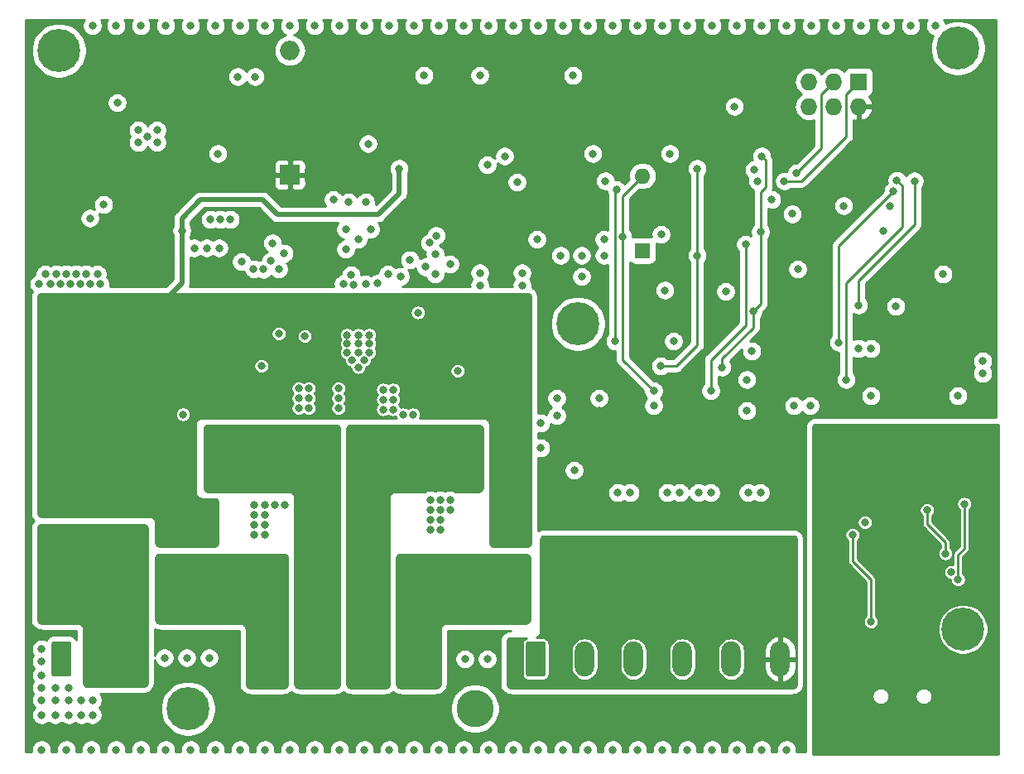
<source format=gbr>
G04 #@! TF.GenerationSoftware,KiCad,Pcbnew,(5.1.0)-1*
G04 #@! TF.CreationDate,2019-09-29T21:15:55+02:00*
G04 #@! TF.ProjectId,HPDriver,48504472-6976-4657-922e-6b696361645f,rev?*
G04 #@! TF.SameCoordinates,Original*
G04 #@! TF.FileFunction,Copper,L2,Inr*
G04 #@! TF.FilePolarity,Positive*
%FSLAX46Y46*%
G04 Gerber Fmt 4.6, Leading zero omitted, Abs format (unit mm)*
G04 Created by KiCad (PCBNEW (5.1.0)-1) date 2019-09-29 21:15:55*
%MOMM*%
%LPD*%
G04 APERTURE LIST*
%ADD10C,3.800000*%
%ADD11O,2.000000X3.600000*%
%ADD12C,0.100000*%
%ADD13C,2.000000*%
%ADD14O,1.727200X1.727200*%
%ADD15R,1.727200X1.727200*%
%ADD16C,4.400000*%
%ADD17O,2.000000X2.000000*%
%ADD18R,2.000000X2.000000*%
%ADD19O,1.600000X1.600000*%
%ADD20R,1.600000X1.600000*%
%ADD21C,0.800000*%
%ADD22C,0.500000*%
%ADD23C,0.250000*%
%ADD24C,0.254000*%
G04 APERTURE END LIST*
D10*
X130937000Y-135890000D03*
D11*
X162160000Y-130810000D03*
X157160000Y-130810000D03*
X152160000Y-130810000D03*
X147160000Y-130810000D03*
X142160000Y-130810000D03*
D12*
G36*
X137934504Y-129011204D02*
G01*
X137958773Y-129014804D01*
X137982571Y-129020765D01*
X138005671Y-129029030D01*
X138027849Y-129039520D01*
X138048893Y-129052133D01*
X138068598Y-129066747D01*
X138086777Y-129083223D01*
X138103253Y-129101402D01*
X138117867Y-129121107D01*
X138130480Y-129142151D01*
X138140970Y-129164329D01*
X138149235Y-129187429D01*
X138155196Y-129211227D01*
X138158796Y-129235496D01*
X138160000Y-129260000D01*
X138160000Y-132360000D01*
X138158796Y-132384504D01*
X138155196Y-132408773D01*
X138149235Y-132432571D01*
X138140970Y-132455671D01*
X138130480Y-132477849D01*
X138117867Y-132498893D01*
X138103253Y-132518598D01*
X138086777Y-132536777D01*
X138068598Y-132553253D01*
X138048893Y-132567867D01*
X138027849Y-132580480D01*
X138005671Y-132590970D01*
X137982571Y-132599235D01*
X137958773Y-132605196D01*
X137934504Y-132608796D01*
X137910000Y-132610000D01*
X136410000Y-132610000D01*
X136385496Y-132608796D01*
X136361227Y-132605196D01*
X136337429Y-132599235D01*
X136314329Y-132590970D01*
X136292151Y-132580480D01*
X136271107Y-132567867D01*
X136251402Y-132553253D01*
X136233223Y-132536777D01*
X136216747Y-132518598D01*
X136202133Y-132498893D01*
X136189520Y-132477849D01*
X136179030Y-132455671D01*
X136170765Y-132432571D01*
X136164804Y-132408773D01*
X136161204Y-132384504D01*
X136160000Y-132360000D01*
X136160000Y-129260000D01*
X136161204Y-129235496D01*
X136164804Y-129211227D01*
X136170765Y-129187429D01*
X136179030Y-129164329D01*
X136189520Y-129142151D01*
X136202133Y-129121107D01*
X136216747Y-129101402D01*
X136233223Y-129083223D01*
X136251402Y-129066747D01*
X136271107Y-129052133D01*
X136292151Y-129039520D01*
X136314329Y-129029030D01*
X136337429Y-129020765D01*
X136361227Y-129014804D01*
X136385496Y-129011204D01*
X136410000Y-129010000D01*
X137910000Y-129010000D01*
X137934504Y-129011204D01*
X137934504Y-129011204D01*
G37*
D13*
X137160000Y-130810000D03*
D11*
X124728000Y-130810000D03*
X119728000Y-130810000D03*
X114728000Y-130810000D03*
D12*
G36*
X110502504Y-129011204D02*
G01*
X110526773Y-129014804D01*
X110550571Y-129020765D01*
X110573671Y-129029030D01*
X110595849Y-129039520D01*
X110616893Y-129052133D01*
X110636598Y-129066747D01*
X110654777Y-129083223D01*
X110671253Y-129101402D01*
X110685867Y-129121107D01*
X110698480Y-129142151D01*
X110708970Y-129164329D01*
X110717235Y-129187429D01*
X110723196Y-129211227D01*
X110726796Y-129235496D01*
X110728000Y-129260000D01*
X110728000Y-132360000D01*
X110726796Y-132384504D01*
X110723196Y-132408773D01*
X110717235Y-132432571D01*
X110708970Y-132455671D01*
X110698480Y-132477849D01*
X110685867Y-132498893D01*
X110671253Y-132518598D01*
X110654777Y-132536777D01*
X110636598Y-132553253D01*
X110616893Y-132567867D01*
X110595849Y-132580480D01*
X110573671Y-132590970D01*
X110550571Y-132599235D01*
X110526773Y-132605196D01*
X110502504Y-132608796D01*
X110478000Y-132610000D01*
X108978000Y-132610000D01*
X108953496Y-132608796D01*
X108929227Y-132605196D01*
X108905429Y-132599235D01*
X108882329Y-132590970D01*
X108860151Y-132580480D01*
X108839107Y-132567867D01*
X108819402Y-132553253D01*
X108801223Y-132536777D01*
X108784747Y-132518598D01*
X108770133Y-132498893D01*
X108757520Y-132477849D01*
X108747030Y-132455671D01*
X108738765Y-132432571D01*
X108732804Y-132408773D01*
X108729204Y-132384504D01*
X108728000Y-132360000D01*
X108728000Y-129260000D01*
X108729204Y-129235496D01*
X108732804Y-129211227D01*
X108738765Y-129187429D01*
X108747030Y-129164329D01*
X108757520Y-129142151D01*
X108770133Y-129121107D01*
X108784747Y-129101402D01*
X108801223Y-129083223D01*
X108819402Y-129066747D01*
X108839107Y-129052133D01*
X108860151Y-129039520D01*
X108882329Y-129029030D01*
X108905429Y-129020765D01*
X108929227Y-129014804D01*
X108953496Y-129011204D01*
X108978000Y-129010000D01*
X110478000Y-129010000D01*
X110502504Y-129011204D01*
X110502504Y-129011204D01*
G37*
D13*
X109728000Y-130810000D03*
D11*
X93646000Y-130810000D03*
D12*
G36*
X89420504Y-129011204D02*
G01*
X89444773Y-129014804D01*
X89468571Y-129020765D01*
X89491671Y-129029030D01*
X89513849Y-129039520D01*
X89534893Y-129052133D01*
X89554598Y-129066747D01*
X89572777Y-129083223D01*
X89589253Y-129101402D01*
X89603867Y-129121107D01*
X89616480Y-129142151D01*
X89626970Y-129164329D01*
X89635235Y-129187429D01*
X89641196Y-129211227D01*
X89644796Y-129235496D01*
X89646000Y-129260000D01*
X89646000Y-132360000D01*
X89644796Y-132384504D01*
X89641196Y-132408773D01*
X89635235Y-132432571D01*
X89626970Y-132455671D01*
X89616480Y-132477849D01*
X89603867Y-132498893D01*
X89589253Y-132518598D01*
X89572777Y-132536777D01*
X89554598Y-132553253D01*
X89534893Y-132567867D01*
X89513849Y-132580480D01*
X89491671Y-132590970D01*
X89468571Y-132599235D01*
X89444773Y-132605196D01*
X89420504Y-132608796D01*
X89396000Y-132610000D01*
X87896000Y-132610000D01*
X87871496Y-132608796D01*
X87847227Y-132605196D01*
X87823429Y-132599235D01*
X87800329Y-132590970D01*
X87778151Y-132580480D01*
X87757107Y-132567867D01*
X87737402Y-132553253D01*
X87719223Y-132536777D01*
X87702747Y-132518598D01*
X87688133Y-132498893D01*
X87675520Y-132477849D01*
X87665030Y-132455671D01*
X87656765Y-132432571D01*
X87650804Y-132408773D01*
X87647204Y-132384504D01*
X87646000Y-132360000D01*
X87646000Y-129260000D01*
X87647204Y-129235496D01*
X87650804Y-129211227D01*
X87656765Y-129187429D01*
X87665030Y-129164329D01*
X87675520Y-129142151D01*
X87688133Y-129121107D01*
X87702747Y-129101402D01*
X87719223Y-129083223D01*
X87737402Y-129066747D01*
X87757107Y-129052133D01*
X87778151Y-129039520D01*
X87800329Y-129029030D01*
X87823429Y-129020765D01*
X87847227Y-129014804D01*
X87871496Y-129011204D01*
X87896000Y-129010000D01*
X89396000Y-129010000D01*
X89420504Y-129011204D01*
X89420504Y-129011204D01*
G37*
D13*
X88646000Y-130810000D03*
D14*
X165100000Y-74295000D03*
X165100000Y-71755000D03*
X167640000Y-74295000D03*
X167640000Y-71755000D03*
X170180000Y-74295000D03*
D15*
X170180000Y-71755000D03*
D16*
X180340000Y-68326000D03*
X88392000Y-68580000D03*
X141478000Y-96520000D03*
X180848000Y-127762000D03*
X101600000Y-135890000D03*
D17*
X112014000Y-68580000D03*
D18*
X112014000Y-81280000D03*
D19*
X148082000Y-81407000D03*
D20*
X148082000Y-89027000D03*
D21*
X130302000Y-112395000D03*
X130302000Y-111125000D03*
X130302000Y-108204000D03*
X118999000Y-87884000D03*
X120269000Y-86868000D03*
X117729000Y-86868000D03*
X117729000Y-88900000D03*
X170180000Y-99060000D03*
X171450000Y-99060000D03*
X182880000Y-101600000D03*
X182880000Y-100330000D03*
X145542000Y-113792000D03*
X146812000Y-113792000D03*
X150622000Y-113792000D03*
X151892000Y-113792000D03*
X153797000Y-113792000D03*
X155067000Y-113792000D03*
X158877000Y-113792000D03*
X160147000Y-113792000D03*
X86614000Y-129794000D03*
X86614000Y-131064000D03*
X86614000Y-132461000D03*
X86614000Y-135001000D03*
X88011000Y-135001000D03*
X89408000Y-135001000D03*
X117856000Y-97663000D03*
X118999000Y-97663000D03*
X120142000Y-97663000D03*
X117856000Y-98552000D03*
X118999000Y-98552000D03*
X120142000Y-98552000D03*
X117856000Y-99441000D03*
X118999000Y-99441000D03*
X120142000Y-99441000D03*
X139319000Y-105918000D03*
X141097001Y-111506003D03*
X149225000Y-104902000D03*
X156591000Y-93218000D03*
X103886000Y-85852000D03*
X105918000Y-85852000D03*
X104648000Y-79121000D03*
X96520000Y-76708000D03*
X98425000Y-76708000D03*
X94361000Y-73914000D03*
X92964000Y-84328000D03*
X106680000Y-71247000D03*
X108458000Y-71247000D03*
X104902000Y-85852000D03*
X149987000Y-87376000D03*
X132207000Y-80264000D03*
X86360000Y-92456000D03*
X87503000Y-92456000D03*
X88519000Y-92456000D03*
X89535000Y-92456000D03*
X90551000Y-92456000D03*
X91567000Y-92456000D03*
X92583000Y-92456000D03*
X139319006Y-104140000D03*
X113538000Y-97790000D03*
X118364000Y-100203000D03*
X119634000Y-100203000D03*
X118999000Y-100965000D03*
X102235000Y-88773000D03*
X103505000Y-88773000D03*
X104775000Y-88773000D03*
X135763000Y-91313000D03*
X135763000Y-92583000D03*
X86995000Y-91440000D03*
X88138000Y-91440000D03*
X89154000Y-91440000D03*
X90170000Y-91440000D03*
X91186000Y-91440000D03*
X92329000Y-91440000D03*
X86614000Y-136525000D03*
X88011000Y-136525000D03*
X89408000Y-136525000D03*
X96520000Y-77978000D03*
X98425000Y-77978000D03*
X97409000Y-77343000D03*
X90678000Y-136525000D03*
X91821000Y-136525000D03*
X91821000Y-135001000D03*
X90678000Y-135001000D03*
X88011000Y-133731000D03*
X89408000Y-133731000D03*
X86614000Y-133731000D03*
X157480000Y-74295000D03*
X163576000Y-104902000D03*
X165227000Y-104902000D03*
X171450000Y-103886000D03*
X180340000Y-103886000D03*
X168656000Y-84455000D03*
X131445000Y-91313000D03*
X131445000Y-92583000D03*
X91567000Y-85725000D03*
X150368000Y-93091000D03*
X143002000Y-79121000D03*
X150876000Y-79121000D03*
X135255000Y-82042000D03*
X144272000Y-81915000D03*
X139700000Y-89535000D03*
X144145000Y-89535000D03*
X141859000Y-91694000D03*
X137287000Y-87884000D03*
X141859000Y-89535000D03*
X144145000Y-87884000D03*
X143637000Y-104140000D03*
X137668000Y-106680000D03*
X137668000Y-109220000D03*
X99187000Y-130683000D03*
X101473000Y-130683000D03*
X103759000Y-130683000D03*
X129921000Y-130810000D03*
X132207000Y-130810000D03*
X86614000Y-140081000D03*
X89154000Y-140081000D03*
X91694000Y-140081000D03*
X94234000Y-140081000D03*
X96774000Y-140081000D03*
X99314000Y-140081000D03*
X101854000Y-140081000D03*
X104394000Y-140081000D03*
X106934000Y-140081000D03*
X109474000Y-140081000D03*
X112014000Y-140081000D03*
X114554000Y-140081000D03*
X117094000Y-140081000D03*
X119634000Y-140081000D03*
X122174000Y-140081000D03*
X124714000Y-140081000D03*
X127254000Y-140081000D03*
X129794000Y-140081000D03*
X132334000Y-140081000D03*
X134874000Y-140081000D03*
X137414000Y-140081000D03*
X139954000Y-140081000D03*
X142494000Y-140081000D03*
X145034000Y-140081000D03*
X147574000Y-140081000D03*
X150114000Y-140081000D03*
X152654000Y-140081000D03*
X155194000Y-140081000D03*
X157734000Y-140081000D03*
X160274000Y-140081000D03*
X162814000Y-140081000D03*
X94234000Y-66040000D03*
X96774000Y-66040000D03*
X99314000Y-66040000D03*
X101854000Y-66040000D03*
X104394000Y-66040000D03*
X106934000Y-66040000D03*
X109474000Y-66040000D03*
X112014000Y-66040000D03*
X114554000Y-66040000D03*
X117094000Y-66040000D03*
X119634000Y-66040000D03*
X122174000Y-66040000D03*
X124714000Y-66040000D03*
X127254000Y-66040000D03*
X129794000Y-66040000D03*
X132334000Y-66040000D03*
X134874000Y-66040000D03*
X137414000Y-66040000D03*
X139954000Y-66040000D03*
X142494000Y-66040000D03*
X145034000Y-66040000D03*
X147574000Y-66040000D03*
X150114000Y-66040000D03*
X152654000Y-66040000D03*
X155194000Y-66040000D03*
X157734000Y-66040000D03*
X160274000Y-66040000D03*
X162814000Y-66040000D03*
X165354000Y-66040000D03*
X167894000Y-66040000D03*
X170434000Y-66040000D03*
X172974000Y-66040000D03*
X175514000Y-66040000D03*
X178054000Y-66040000D03*
X91821000Y-66040000D03*
X101092000Y-105791000D03*
X91059000Y-106553000D03*
X105537000Y-103124000D03*
X105537000Y-104140000D03*
X105537000Y-105156000D03*
X106553000Y-105156000D03*
X106553000Y-104140000D03*
X106553000Y-103124000D03*
X107569000Y-103124000D03*
X107569000Y-104140000D03*
X107569000Y-105156000D03*
X132334000Y-102997000D03*
X133350000Y-102997000D03*
X132334000Y-103886000D03*
X133350000Y-103886000D03*
X132334000Y-104775000D03*
X133350000Y-104775000D03*
X133350000Y-105664000D03*
X132334000Y-105664000D03*
X134239000Y-102997000D03*
X134239000Y-103886000D03*
X134239000Y-104775000D03*
X134239000Y-105664000D03*
X136271000Y-115316000D03*
X135382000Y-115316000D03*
X134366000Y-115316000D03*
X133350000Y-115316000D03*
X134366000Y-116332000D03*
X134366000Y-117221000D03*
X134366000Y-118110000D03*
X133350000Y-118110000D03*
X133350000Y-117221000D03*
X133350000Y-116332000D03*
X86868000Y-106553000D03*
X100965000Y-86995000D03*
X123190000Y-80645000D03*
X87860000Y-106553000D03*
X90043000Y-106553000D03*
X86868000Y-108053000D03*
X87860000Y-108053000D03*
X91011000Y-108053000D03*
X92003000Y-108053000D03*
X86868000Y-109553000D03*
X87860000Y-109553000D03*
X91011000Y-109601000D03*
X92003000Y-109601000D03*
X86868000Y-111053000D03*
X87860000Y-111053000D03*
X91011000Y-111053000D03*
X92003000Y-111053000D03*
X86868000Y-112553000D03*
X87860000Y-112553000D03*
X91011000Y-112553000D03*
X92003000Y-112553000D03*
X86868000Y-114053000D03*
X87860000Y-114053000D03*
X91011000Y-114053000D03*
X92003000Y-114053000D03*
X86868000Y-115553000D03*
X87860000Y-115553000D03*
X91011000Y-115553000D03*
X92003000Y-115553000D03*
X90043000Y-109601000D03*
X90043000Y-108077000D03*
X89027000Y-109601000D03*
X89027000Y-108077000D03*
X89027000Y-106553000D03*
X102235000Y-118110000D03*
X102235000Y-117094000D03*
X102235000Y-116078000D03*
X102235000Y-115062000D03*
X101092000Y-115062000D03*
X101092000Y-116078000D03*
X101092000Y-117094000D03*
X101092000Y-118110000D03*
X104267000Y-115062000D03*
X103251000Y-115062000D03*
X108458000Y-78105000D03*
X90932000Y-81407000D03*
X176657000Y-92710000D03*
X154813000Y-95250000D03*
X150495000Y-106934000D03*
X143637000Y-105409992D03*
X138557000Y-111251996D03*
X134239000Y-88392000D03*
X116835340Y-82418340D03*
X125730000Y-76835000D03*
X147320000Y-91440000D03*
X136525000Y-79375000D03*
X98298000Y-87757000D03*
X108331000Y-115062000D03*
X108331000Y-116078000D03*
X108331000Y-117094000D03*
X108331000Y-118110000D03*
X109474000Y-118110000D03*
X109474000Y-117094000D03*
X109474000Y-116078000D03*
X109474000Y-115062000D03*
X110490000Y-115062000D03*
X112903000Y-103124000D03*
X112903000Y-104140000D03*
X112903000Y-105156000D03*
X113919000Y-105156000D03*
X113919000Y-104140000D03*
X113919000Y-103124000D03*
X116967000Y-105156000D03*
X116967000Y-104140000D03*
X116967000Y-103124000D03*
X111506000Y-115062000D03*
X126365000Y-116586000D03*
X126365000Y-117602000D03*
X127381000Y-117602000D03*
X127381000Y-116586000D03*
X126365000Y-115570000D03*
X126365000Y-114554000D03*
X127381000Y-114554000D03*
X128397000Y-114554000D03*
X127381000Y-115570000D03*
X128397000Y-115570000D03*
X121539000Y-104267000D03*
X121539000Y-103251000D03*
X122555000Y-103251000D03*
X122555000Y-104267000D03*
X121539000Y-105283000D03*
X122555000Y-105283000D03*
X123571000Y-105791000D03*
X124587000Y-105791000D03*
X170180000Y-124460000D03*
X167005000Y-123190000D03*
X169545000Y-123190000D03*
X174625000Y-116205000D03*
X182880000Y-118110000D03*
X179705000Y-116840000D03*
X181610000Y-137160000D03*
X167640000Y-137160000D03*
X168910000Y-109220000D03*
X182880000Y-109220000D03*
X167640000Y-134874000D03*
X167640000Y-132588000D03*
X181610000Y-134874000D03*
X181610000Y-132588000D03*
X174879000Y-118745000D03*
X175006000Y-122047000D03*
X174117000Y-134874000D03*
X167005000Y-125349000D03*
X167640000Y-140081000D03*
X170180000Y-140081000D03*
X172720000Y-140081000D03*
X175260000Y-140081000D03*
X177800000Y-140081000D03*
X180340000Y-140081000D03*
X182880000Y-140081000D03*
X168275000Y-127508000D03*
X171450000Y-127000000D03*
X169545000Y-118110000D03*
X170815000Y-116840000D03*
X179631285Y-121909134D03*
X140970000Y-71120000D03*
X175895000Y-81915000D03*
X170180030Y-94615000D03*
X131445000Y-71120000D03*
X168910000Y-102235000D03*
X174086501Y-81864183D03*
X125730000Y-71120000D03*
X173698384Y-82978148D03*
X168148000Y-98425000D03*
X149225000Y-103378000D03*
X120963695Y-92393769D03*
X146050000Y-87630000D03*
X159258000Y-99314022D03*
X135763000Y-124460000D03*
X135890000Y-120904000D03*
X128651000Y-125984000D03*
X124079000Y-120904000D03*
X124079000Y-122682000D03*
X124079001Y-124460001D03*
X124079000Y-125984000D03*
X126365000Y-120904000D03*
X128651000Y-120904000D03*
X126365000Y-125984000D03*
X126365000Y-124460000D03*
X126365000Y-122682000D03*
X128651000Y-122682000D03*
X128651000Y-124460000D03*
X131191000Y-125984000D03*
X131191000Y-124460000D03*
X131191000Y-122682000D03*
X131191000Y-120904000D03*
X133477000Y-120904000D03*
X133477000Y-122682000D03*
X133477000Y-124460000D03*
X133477000Y-125984000D03*
X135889998Y-125984000D03*
X135763000Y-122681998D03*
X128396996Y-90424000D03*
X121793000Y-110236000D03*
X131064000Y-107696000D03*
X131064000Y-108839000D03*
X131064000Y-110490000D03*
X131064000Y-111887000D03*
X131064000Y-113030000D03*
X121920000Y-112776000D03*
X123698000Y-110236000D03*
X121793000Y-107950000D03*
X129159000Y-101346000D03*
X125870567Y-90714990D03*
X115316000Y-110236000D03*
X105283000Y-111506000D03*
X105283000Y-108966000D03*
X104267000Y-110236000D03*
X104267000Y-112776000D03*
X104267000Y-107823000D03*
X113411000Y-112649000D03*
X113411000Y-107950000D03*
X106299000Y-112776000D03*
X106299000Y-110236000D03*
X113411000Y-110236000D03*
X106299000Y-107823000D03*
X109310011Y-90968989D03*
X109093114Y-100838000D03*
X103759000Y-120904000D03*
X101473000Y-120904000D03*
X101473000Y-122682000D03*
X99187000Y-120904000D03*
X99187000Y-122682000D03*
X99187000Y-124460000D03*
X103759000Y-124460000D03*
X103759000Y-122682000D03*
X101473000Y-124460000D03*
X103759000Y-125984000D03*
X106299000Y-120904000D03*
X106299000Y-122682000D03*
X106299000Y-124460000D03*
X106299000Y-125984000D03*
X110871000Y-125984000D03*
X110871000Y-124460000D03*
X110871000Y-122682000D03*
X108585000Y-125984000D03*
X110871000Y-120904000D03*
X108585000Y-124460000D03*
X108585000Y-122682000D03*
X108585000Y-120904000D03*
X101473000Y-125984000D03*
X99187000Y-125984000D03*
X110240660Y-88269660D03*
X151511000Y-123825000D03*
X152908000Y-123825000D03*
X154432000Y-123825000D03*
X159893000Y-123825000D03*
X146431000Y-123825000D03*
X141351000Y-123825000D03*
X139446000Y-121920000D03*
X139573000Y-129794000D03*
X139573000Y-132080000D03*
X144653000Y-132080000D03*
X144653000Y-129794000D03*
X149479000Y-132080000D03*
X149479000Y-129794000D03*
X154686000Y-132080000D03*
X154686000Y-129794000D03*
X159639000Y-132080000D03*
X159639000Y-129794000D03*
X141351000Y-127254000D03*
X146431000Y-127254000D03*
X151511000Y-126746000D03*
X117475000Y-92456000D03*
X161290000Y-83820000D03*
X118517966Y-92499979D03*
X163839582Y-81117875D03*
X118273990Y-91529747D03*
X162577000Y-81932000D03*
X122047008Y-91440000D03*
X126966247Y-87510988D03*
X179070000Y-120015000D03*
X177165000Y-115570000D03*
X159511994Y-80772006D03*
X178816000Y-91440000D03*
X110871000Y-97536000D03*
X110870996Y-90932000D03*
X123317000Y-91694016D03*
X125095000Y-95377000D03*
X119765660Y-84078660D03*
X156210000Y-100965000D03*
X159385000Y-95250006D03*
X160269340Y-79379660D03*
X160146993Y-87121993D03*
X158623000Y-88392000D03*
X155067004Y-103378000D03*
X173990000Y-94742000D03*
X159837005Y-81925295D03*
X158750000Y-102235000D03*
X158750000Y-105410000D03*
X163957000Y-90932000D03*
X116459000Y-83820000D03*
X151257000Y-98298000D03*
X145415000Y-82804000D03*
X145288000Y-98298000D03*
X117987660Y-84078660D03*
X149950008Y-100838000D03*
X153670000Y-89535006D03*
X153670000Y-80645000D03*
X119761000Y-92456000D03*
X163390160Y-85285160D03*
X180975000Y-114935000D03*
X180356295Y-122678840D03*
X108311297Y-90918044D03*
X110038939Y-90123292D03*
X126873000Y-91440000D03*
X126872992Y-89408000D03*
X107061000Y-90170000D03*
X111423228Y-89304653D03*
X124264830Y-89984150D03*
X126306622Y-88262599D03*
X120015000Y-78105000D03*
X173355008Y-84455000D03*
X133985000Y-79375000D03*
X172720000Y-86995000D03*
X87884000Y-118110000D03*
X95377000Y-130048000D03*
X96774000Y-130048000D03*
X95377000Y-131445000D03*
X96774000Y-131445000D03*
X95377000Y-132842000D03*
X96774000Y-132842000D03*
X91821000Y-130048000D03*
X91821000Y-131445000D03*
X91821000Y-132842000D03*
X89884000Y-118110000D03*
X91884000Y-118110000D03*
X93884000Y-118110000D03*
X95884000Y-118110000D03*
X87884000Y-120110000D03*
X89884000Y-120110000D03*
X91884000Y-120110000D03*
X93884000Y-120110000D03*
X95884000Y-120110000D03*
X87884000Y-122110000D03*
X89884000Y-122110000D03*
X91884000Y-122110000D03*
X93884000Y-122110000D03*
X95884000Y-122110000D03*
X87884000Y-124110000D03*
X89884000Y-124110000D03*
X91884000Y-124110000D03*
X93884000Y-124110000D03*
X95884000Y-124110000D03*
X87884000Y-126110000D03*
X89884000Y-126110000D03*
X91884000Y-126110000D03*
X93884000Y-126110000D03*
X95884000Y-126110000D03*
X91821000Y-127635000D03*
X91821000Y-128778000D03*
X95377000Y-128778000D03*
X96774000Y-128778000D03*
X96774000Y-127635000D03*
X95377000Y-127635000D03*
X93726000Y-127635000D03*
D22*
X89027000Y-106807000D02*
X89027000Y-106553000D01*
X123190000Y-83185000D02*
X121031000Y-85344000D01*
X123190000Y-80645000D02*
X123190000Y-83185000D01*
X100965000Y-85725000D02*
X100965000Y-86995000D01*
X121031000Y-85344000D02*
X110744000Y-85344000D01*
X110744000Y-85344000D02*
X109220000Y-83820000D01*
X109220000Y-83820000D02*
X102870000Y-83820000D01*
X102870000Y-83820000D02*
X100965000Y-85725000D01*
X100965000Y-92329000D02*
X100965000Y-86995000D01*
X89027000Y-106553000D02*
X89027000Y-104267000D01*
X89027000Y-104267000D02*
X100965000Y-92329000D01*
D23*
X169545000Y-120777000D02*
X169545000Y-118110000D01*
X171450000Y-127000000D02*
X171450000Y-122682000D01*
X171450000Y-122682000D02*
X169545000Y-120777000D01*
X170180000Y-94614970D02*
X170180030Y-94615000D01*
X170180000Y-92075000D02*
X170180000Y-94614970D01*
X175895000Y-81915000D02*
X175895000Y-86360000D01*
X175895000Y-86360000D02*
X170180000Y-92075000D01*
X174625000Y-82402682D02*
X174086501Y-81864183D01*
X174625000Y-86614000D02*
X174625000Y-82402682D01*
X168910000Y-102235000D02*
X168910000Y-92329000D01*
X168910000Y-92329000D02*
X174625000Y-86614000D01*
X168148000Y-88528532D02*
X168148000Y-98425000D01*
X173698384Y-82978148D02*
X168148000Y-88528532D01*
X146050000Y-100203000D02*
X146050000Y-87630000D01*
X149225000Y-103378000D02*
X146050000Y-100203000D01*
X146050000Y-83439000D02*
X146050000Y-87630000D01*
X148082000Y-81407000D02*
X146050000Y-83439000D01*
X166370000Y-78587457D02*
X163839582Y-81117875D01*
X167640000Y-71755000D02*
X166370000Y-73025000D01*
X166370000Y-73025000D02*
X166370000Y-78587457D01*
X164321000Y-81932000D02*
X162577000Y-81932000D01*
X168910000Y-77343000D02*
X164321000Y-81932000D01*
X170180000Y-71755000D02*
X168910000Y-73025000D01*
X168910000Y-73025000D02*
X168910000Y-77343000D01*
X179070000Y-118872000D02*
X177165000Y-116967000D01*
X179070000Y-120015000D02*
X179070000Y-118872000D01*
X177165000Y-116967000D02*
X177165000Y-115570000D01*
X160146993Y-94488013D02*
X160146993Y-87121993D01*
X159385000Y-95250006D02*
X160146993Y-94488013D01*
X160147000Y-87121986D02*
X160146993Y-87121993D01*
X160147000Y-83058000D02*
X160147000Y-87121986D01*
X160669339Y-82535661D02*
X160147000Y-83058000D01*
X160269340Y-79379660D02*
X160669339Y-79779659D01*
X160669339Y-79779659D02*
X160669339Y-82535661D01*
X159385000Y-96901000D02*
X159385000Y-95250006D01*
X156210000Y-100965000D02*
X156210000Y-100076000D01*
X156210000Y-100076000D02*
X159385000Y-96901000D01*
X155067004Y-100202996D02*
X155067004Y-103378000D01*
X158623000Y-88392000D02*
X158623000Y-96647000D01*
X158623000Y-96647000D02*
X155067004Y-100202996D01*
X145288000Y-82931000D02*
X145415000Y-82804000D01*
X145288000Y-98298000D02*
X145288000Y-82931000D01*
X153670000Y-89535006D02*
X153670000Y-80645000D01*
X153670000Y-98679000D02*
X153670000Y-89535006D01*
X149950008Y-100838000D02*
X151511000Y-100838000D01*
X151511000Y-100838000D02*
X153670000Y-98679000D01*
X180356295Y-120125705D02*
X180356295Y-122678840D01*
X180975000Y-119507000D02*
X180356295Y-120125705D01*
X180975000Y-114935000D02*
X180975000Y-119507000D01*
D24*
G36*
X136375257Y-93485769D02*
G01*
X136464955Y-93522923D01*
X136541976Y-93582024D01*
X136601077Y-93659045D01*
X136638231Y-93748743D01*
X136652000Y-93853328D01*
X136652000Y-118871672D01*
X136638231Y-118976257D01*
X136601077Y-119065955D01*
X136541976Y-119142976D01*
X136464955Y-119202077D01*
X136375257Y-119239231D01*
X136270672Y-119253000D01*
X132842328Y-119253000D01*
X132737743Y-119239231D01*
X132648045Y-119202077D01*
X132571024Y-119142976D01*
X132511923Y-119065955D01*
X132474769Y-118976257D01*
X132461000Y-118871672D01*
X132461000Y-106799000D01*
X132459914Y-106782423D01*
X132442877Y-106653013D01*
X132434296Y-106620989D01*
X132384346Y-106500399D01*
X132367768Y-106471687D01*
X132288308Y-106368134D01*
X132264866Y-106344692D01*
X132161313Y-106265232D01*
X132132601Y-106248654D01*
X132012011Y-106198704D01*
X131979987Y-106190123D01*
X131850577Y-106173086D01*
X131834000Y-106172000D01*
X125271724Y-106172000D01*
X125279113Y-106160942D01*
X125337987Y-106018809D01*
X125368000Y-105867922D01*
X125368000Y-105714078D01*
X125337987Y-105563191D01*
X125279113Y-105421058D01*
X125193642Y-105293141D01*
X125084859Y-105184358D01*
X124956942Y-105098887D01*
X124814809Y-105040013D01*
X124663922Y-105010000D01*
X124510078Y-105010000D01*
X124359191Y-105040013D01*
X124217058Y-105098887D01*
X124089141Y-105184358D01*
X124079000Y-105194499D01*
X124068859Y-105184358D01*
X123940942Y-105098887D01*
X123798809Y-105040013D01*
X123647922Y-105010000D01*
X123494078Y-105010000D01*
X123343191Y-105040013D01*
X123306030Y-105055406D01*
X123305987Y-105055191D01*
X123247113Y-104913058D01*
X123161642Y-104785141D01*
X123151501Y-104775000D01*
X123161642Y-104764859D01*
X123247113Y-104636942D01*
X123305987Y-104494809D01*
X123336000Y-104343922D01*
X123336000Y-104190078D01*
X123305987Y-104039191D01*
X123247113Y-103897058D01*
X123161642Y-103769141D01*
X123151501Y-103759000D01*
X123161642Y-103748859D01*
X123247113Y-103620942D01*
X123305987Y-103478809D01*
X123336000Y-103327922D01*
X123336000Y-103174078D01*
X123305987Y-103023191D01*
X123247113Y-102881058D01*
X123161642Y-102753141D01*
X123052859Y-102644358D01*
X122924942Y-102558887D01*
X122782809Y-102500013D01*
X122631922Y-102470000D01*
X122478078Y-102470000D01*
X122327191Y-102500013D01*
X122185058Y-102558887D01*
X122057141Y-102644358D01*
X122047000Y-102654499D01*
X122036859Y-102644358D01*
X121908942Y-102558887D01*
X121766809Y-102500013D01*
X121615922Y-102470000D01*
X121462078Y-102470000D01*
X121311191Y-102500013D01*
X121169058Y-102558887D01*
X121041141Y-102644358D01*
X120932358Y-102753141D01*
X120846887Y-102881058D01*
X120788013Y-103023191D01*
X120758000Y-103174078D01*
X120758000Y-103327922D01*
X120788013Y-103478809D01*
X120846887Y-103620942D01*
X120932358Y-103748859D01*
X120942499Y-103759000D01*
X120932358Y-103769141D01*
X120846887Y-103897058D01*
X120788013Y-104039191D01*
X120758000Y-104190078D01*
X120758000Y-104343922D01*
X120788013Y-104494809D01*
X120846887Y-104636942D01*
X120932358Y-104764859D01*
X120942499Y-104775000D01*
X120932358Y-104785141D01*
X120846887Y-104913058D01*
X120788013Y-105055191D01*
X120758000Y-105206078D01*
X120758000Y-105359922D01*
X120788013Y-105510809D01*
X120846887Y-105652942D01*
X120932358Y-105780859D01*
X121041141Y-105889642D01*
X121169058Y-105975113D01*
X121311191Y-106033987D01*
X121462078Y-106064000D01*
X121615922Y-106064000D01*
X121766809Y-106033987D01*
X121908942Y-105975113D01*
X122036859Y-105889642D01*
X122047000Y-105879501D01*
X122057141Y-105889642D01*
X122185058Y-105975113D01*
X122327191Y-106033987D01*
X122478078Y-106064000D01*
X122631922Y-106064000D01*
X122782809Y-106033987D01*
X122819970Y-106018594D01*
X122820013Y-106018809D01*
X122878887Y-106160942D01*
X122886276Y-106172000D01*
X102989000Y-106172000D01*
X102972423Y-106173086D01*
X102843013Y-106190123D01*
X102810989Y-106198704D01*
X102690399Y-106248654D01*
X102661687Y-106265232D01*
X102558134Y-106344692D01*
X102534692Y-106368134D01*
X102455232Y-106471687D01*
X102438654Y-106500399D01*
X102388704Y-106620989D01*
X102380123Y-106653013D01*
X102363086Y-106782423D01*
X102362000Y-106799000D01*
X102362000Y-113800000D01*
X102363086Y-113816577D01*
X102380123Y-113945987D01*
X102388704Y-113978011D01*
X102438654Y-114098601D01*
X102455232Y-114127313D01*
X102534692Y-114230866D01*
X102558134Y-114254308D01*
X102661687Y-114333768D01*
X102690399Y-114350346D01*
X102810989Y-114400296D01*
X102843013Y-114408877D01*
X102972423Y-114425914D01*
X102989000Y-114427000D01*
X104266672Y-114427000D01*
X104371257Y-114440769D01*
X104460955Y-114477923D01*
X104537976Y-114537024D01*
X104597077Y-114614045D01*
X104634231Y-114703743D01*
X104648000Y-114808328D01*
X104648000Y-118871672D01*
X104634231Y-118976257D01*
X104597077Y-119065955D01*
X104537976Y-119142976D01*
X104460955Y-119202077D01*
X104371257Y-119239231D01*
X104266672Y-119253000D01*
X98679328Y-119253000D01*
X98574743Y-119239231D01*
X98485045Y-119202077D01*
X98408024Y-119142976D01*
X98348923Y-119065955D01*
X98311769Y-118976257D01*
X98298000Y-118871672D01*
X98298000Y-116832000D01*
X98296914Y-116815423D01*
X98279877Y-116686013D01*
X98271296Y-116653989D01*
X98221346Y-116533399D01*
X98204768Y-116504687D01*
X98125308Y-116401134D01*
X98101866Y-116377692D01*
X97998313Y-116298232D01*
X97969601Y-116281654D01*
X97849011Y-116231704D01*
X97816987Y-116223123D01*
X97687577Y-116206086D01*
X97671000Y-116205000D01*
X86614328Y-116205000D01*
X86509743Y-116191231D01*
X86420045Y-116154077D01*
X86343024Y-116094976D01*
X86283923Y-116017955D01*
X86246769Y-115928257D01*
X86233000Y-115823672D01*
X86233000Y-105714078D01*
X100311000Y-105714078D01*
X100311000Y-105867922D01*
X100341013Y-106018809D01*
X100399887Y-106160942D01*
X100485358Y-106288859D01*
X100594141Y-106397642D01*
X100722058Y-106483113D01*
X100864191Y-106541987D01*
X101015078Y-106572000D01*
X101168922Y-106572000D01*
X101319809Y-106541987D01*
X101461942Y-106483113D01*
X101589859Y-106397642D01*
X101698642Y-106288859D01*
X101784113Y-106160942D01*
X101842987Y-106018809D01*
X101873000Y-105867922D01*
X101873000Y-105714078D01*
X101842987Y-105563191D01*
X101784113Y-105421058D01*
X101698642Y-105293141D01*
X101589859Y-105184358D01*
X101461942Y-105098887D01*
X101319809Y-105040013D01*
X101168922Y-105010000D01*
X101015078Y-105010000D01*
X100864191Y-105040013D01*
X100722058Y-105098887D01*
X100594141Y-105184358D01*
X100485358Y-105293141D01*
X100399887Y-105421058D01*
X100341013Y-105563191D01*
X100311000Y-105714078D01*
X86233000Y-105714078D01*
X86233000Y-103047078D01*
X112122000Y-103047078D01*
X112122000Y-103200922D01*
X112152013Y-103351809D01*
X112210887Y-103493942D01*
X112296358Y-103621859D01*
X112306499Y-103632000D01*
X112296358Y-103642141D01*
X112210887Y-103770058D01*
X112152013Y-103912191D01*
X112122000Y-104063078D01*
X112122000Y-104216922D01*
X112152013Y-104367809D01*
X112210887Y-104509942D01*
X112296358Y-104637859D01*
X112306499Y-104648000D01*
X112296358Y-104658141D01*
X112210887Y-104786058D01*
X112152013Y-104928191D01*
X112122000Y-105079078D01*
X112122000Y-105232922D01*
X112152013Y-105383809D01*
X112210887Y-105525942D01*
X112296358Y-105653859D01*
X112405141Y-105762642D01*
X112533058Y-105848113D01*
X112675191Y-105906987D01*
X112826078Y-105937000D01*
X112979922Y-105937000D01*
X113130809Y-105906987D01*
X113272942Y-105848113D01*
X113400859Y-105762642D01*
X113411000Y-105752501D01*
X113421141Y-105762642D01*
X113549058Y-105848113D01*
X113691191Y-105906987D01*
X113842078Y-105937000D01*
X113995922Y-105937000D01*
X114146809Y-105906987D01*
X114288942Y-105848113D01*
X114416859Y-105762642D01*
X114525642Y-105653859D01*
X114611113Y-105525942D01*
X114669987Y-105383809D01*
X114700000Y-105232922D01*
X114700000Y-105079078D01*
X114669987Y-104928191D01*
X114611113Y-104786058D01*
X114525642Y-104658141D01*
X114515501Y-104648000D01*
X114525642Y-104637859D01*
X114611113Y-104509942D01*
X114669987Y-104367809D01*
X114700000Y-104216922D01*
X114700000Y-104063078D01*
X114669987Y-103912191D01*
X114611113Y-103770058D01*
X114525642Y-103642141D01*
X114515501Y-103632000D01*
X114525642Y-103621859D01*
X114611113Y-103493942D01*
X114669987Y-103351809D01*
X114700000Y-103200922D01*
X114700000Y-103047078D01*
X116186000Y-103047078D01*
X116186000Y-103200922D01*
X116216013Y-103351809D01*
X116274887Y-103493942D01*
X116360358Y-103621859D01*
X116370499Y-103632000D01*
X116360358Y-103642141D01*
X116274887Y-103770058D01*
X116216013Y-103912191D01*
X116186000Y-104063078D01*
X116186000Y-104216922D01*
X116216013Y-104367809D01*
X116274887Y-104509942D01*
X116360358Y-104637859D01*
X116370499Y-104648000D01*
X116360358Y-104658141D01*
X116274887Y-104786058D01*
X116216013Y-104928191D01*
X116186000Y-105079078D01*
X116186000Y-105232922D01*
X116216013Y-105383809D01*
X116274887Y-105525942D01*
X116360358Y-105653859D01*
X116469141Y-105762642D01*
X116597058Y-105848113D01*
X116739191Y-105906987D01*
X116890078Y-105937000D01*
X117043922Y-105937000D01*
X117194809Y-105906987D01*
X117336942Y-105848113D01*
X117464859Y-105762642D01*
X117573642Y-105653859D01*
X117659113Y-105525942D01*
X117717987Y-105383809D01*
X117748000Y-105232922D01*
X117748000Y-105079078D01*
X117717987Y-104928191D01*
X117659113Y-104786058D01*
X117573642Y-104658141D01*
X117563501Y-104648000D01*
X117573642Y-104637859D01*
X117659113Y-104509942D01*
X117717987Y-104367809D01*
X117748000Y-104216922D01*
X117748000Y-104063078D01*
X117717987Y-103912191D01*
X117659113Y-103770058D01*
X117573642Y-103642141D01*
X117563501Y-103632000D01*
X117573642Y-103621859D01*
X117659113Y-103493942D01*
X117717987Y-103351809D01*
X117748000Y-103200922D01*
X117748000Y-103047078D01*
X117717987Y-102896191D01*
X117659113Y-102754058D01*
X117573642Y-102626141D01*
X117464859Y-102517358D01*
X117336942Y-102431887D01*
X117194809Y-102373013D01*
X117043922Y-102343000D01*
X116890078Y-102343000D01*
X116739191Y-102373013D01*
X116597058Y-102431887D01*
X116469141Y-102517358D01*
X116360358Y-102626141D01*
X116274887Y-102754058D01*
X116216013Y-102896191D01*
X116186000Y-103047078D01*
X114700000Y-103047078D01*
X114669987Y-102896191D01*
X114611113Y-102754058D01*
X114525642Y-102626141D01*
X114416859Y-102517358D01*
X114288942Y-102431887D01*
X114146809Y-102373013D01*
X113995922Y-102343000D01*
X113842078Y-102343000D01*
X113691191Y-102373013D01*
X113549058Y-102431887D01*
X113421141Y-102517358D01*
X113411000Y-102527499D01*
X113400859Y-102517358D01*
X113272942Y-102431887D01*
X113130809Y-102373013D01*
X112979922Y-102343000D01*
X112826078Y-102343000D01*
X112675191Y-102373013D01*
X112533058Y-102431887D01*
X112405141Y-102517358D01*
X112296358Y-102626141D01*
X112210887Y-102754058D01*
X112152013Y-102896191D01*
X112122000Y-103047078D01*
X86233000Y-103047078D01*
X86233000Y-100761078D01*
X108312114Y-100761078D01*
X108312114Y-100914922D01*
X108342127Y-101065809D01*
X108401001Y-101207942D01*
X108486472Y-101335859D01*
X108595255Y-101444642D01*
X108723172Y-101530113D01*
X108865305Y-101588987D01*
X109016192Y-101619000D01*
X109170036Y-101619000D01*
X109320923Y-101588987D01*
X109463056Y-101530113D01*
X109590973Y-101444642D01*
X109699756Y-101335859D01*
X109785227Y-101207942D01*
X109844101Y-101065809D01*
X109874114Y-100914922D01*
X109874114Y-100761078D01*
X109844101Y-100610191D01*
X109785227Y-100468058D01*
X109699756Y-100340141D01*
X109590973Y-100231358D01*
X109463056Y-100145887D01*
X109320923Y-100087013D01*
X109170036Y-100057000D01*
X109016192Y-100057000D01*
X108865305Y-100087013D01*
X108723172Y-100145887D01*
X108595255Y-100231358D01*
X108486472Y-100340141D01*
X108401001Y-100468058D01*
X108342127Y-100610191D01*
X108312114Y-100761078D01*
X86233000Y-100761078D01*
X86233000Y-97459078D01*
X110090000Y-97459078D01*
X110090000Y-97612922D01*
X110120013Y-97763809D01*
X110178887Y-97905942D01*
X110264358Y-98033859D01*
X110373141Y-98142642D01*
X110501058Y-98228113D01*
X110643191Y-98286987D01*
X110794078Y-98317000D01*
X110947922Y-98317000D01*
X111098809Y-98286987D01*
X111240942Y-98228113D01*
X111368859Y-98142642D01*
X111477642Y-98033859D01*
X111563113Y-97905942D01*
X111621987Y-97763809D01*
X111632077Y-97713078D01*
X112757000Y-97713078D01*
X112757000Y-97866922D01*
X112787013Y-98017809D01*
X112845887Y-98159942D01*
X112931358Y-98287859D01*
X113040141Y-98396642D01*
X113168058Y-98482113D01*
X113310191Y-98540987D01*
X113461078Y-98571000D01*
X113614922Y-98571000D01*
X113765809Y-98540987D01*
X113907942Y-98482113D01*
X114035859Y-98396642D01*
X114144642Y-98287859D01*
X114230113Y-98159942D01*
X114288987Y-98017809D01*
X114319000Y-97866922D01*
X114319000Y-97713078D01*
X114293739Y-97586078D01*
X117075000Y-97586078D01*
X117075000Y-97739922D01*
X117105013Y-97890809D01*
X117163887Y-98032942D01*
X117213705Y-98107500D01*
X117163887Y-98182058D01*
X117105013Y-98324191D01*
X117075000Y-98475078D01*
X117075000Y-98628922D01*
X117105013Y-98779809D01*
X117163887Y-98921942D01*
X117213705Y-98996500D01*
X117163887Y-99071058D01*
X117105013Y-99213191D01*
X117075000Y-99364078D01*
X117075000Y-99517922D01*
X117105013Y-99668809D01*
X117163887Y-99810942D01*
X117249358Y-99938859D01*
X117358141Y-100047642D01*
X117486058Y-100133113D01*
X117583000Y-100173268D01*
X117583000Y-100279922D01*
X117613013Y-100430809D01*
X117671887Y-100572942D01*
X117757358Y-100700859D01*
X117866141Y-100809642D01*
X117994058Y-100895113D01*
X118136191Y-100953987D01*
X118218000Y-100970260D01*
X118218000Y-101041922D01*
X118248013Y-101192809D01*
X118306887Y-101334942D01*
X118392358Y-101462859D01*
X118501141Y-101571642D01*
X118629058Y-101657113D01*
X118771191Y-101715987D01*
X118922078Y-101746000D01*
X119075922Y-101746000D01*
X119226809Y-101715987D01*
X119368942Y-101657113D01*
X119496859Y-101571642D01*
X119605642Y-101462859D01*
X119691113Y-101334942D01*
X119718395Y-101269078D01*
X128378000Y-101269078D01*
X128378000Y-101422922D01*
X128408013Y-101573809D01*
X128466887Y-101715942D01*
X128552358Y-101843859D01*
X128661141Y-101952642D01*
X128789058Y-102038113D01*
X128931191Y-102096987D01*
X129082078Y-102127000D01*
X129235922Y-102127000D01*
X129386809Y-102096987D01*
X129528942Y-102038113D01*
X129656859Y-101952642D01*
X129765642Y-101843859D01*
X129851113Y-101715942D01*
X129909987Y-101573809D01*
X129940000Y-101422922D01*
X129940000Y-101269078D01*
X129909987Y-101118191D01*
X129851113Y-100976058D01*
X129765642Y-100848141D01*
X129656859Y-100739358D01*
X129528942Y-100653887D01*
X129386809Y-100595013D01*
X129235922Y-100565000D01*
X129082078Y-100565000D01*
X128931191Y-100595013D01*
X128789058Y-100653887D01*
X128661141Y-100739358D01*
X128552358Y-100848141D01*
X128466887Y-100976058D01*
X128408013Y-101118191D01*
X128378000Y-101269078D01*
X119718395Y-101269078D01*
X119749987Y-101192809D01*
X119780000Y-101041922D01*
X119780000Y-100970260D01*
X119861809Y-100953987D01*
X120003942Y-100895113D01*
X120131859Y-100809642D01*
X120240642Y-100700859D01*
X120326113Y-100572942D01*
X120384987Y-100430809D01*
X120415000Y-100279922D01*
X120415000Y-100173268D01*
X120511942Y-100133113D01*
X120639859Y-100047642D01*
X120748642Y-99938859D01*
X120834113Y-99810942D01*
X120892987Y-99668809D01*
X120923000Y-99517922D01*
X120923000Y-99364078D01*
X120892987Y-99213191D01*
X120834113Y-99071058D01*
X120784295Y-98996500D01*
X120834113Y-98921942D01*
X120892987Y-98779809D01*
X120923000Y-98628922D01*
X120923000Y-98475078D01*
X120892987Y-98324191D01*
X120834113Y-98182058D01*
X120784295Y-98107500D01*
X120834113Y-98032942D01*
X120892987Y-97890809D01*
X120923000Y-97739922D01*
X120923000Y-97586078D01*
X120892987Y-97435191D01*
X120834113Y-97293058D01*
X120748642Y-97165141D01*
X120639859Y-97056358D01*
X120511942Y-96970887D01*
X120369809Y-96912013D01*
X120218922Y-96882000D01*
X120065078Y-96882000D01*
X119914191Y-96912013D01*
X119772058Y-96970887D01*
X119644141Y-97056358D01*
X119570500Y-97129999D01*
X119496859Y-97056358D01*
X119368942Y-96970887D01*
X119226809Y-96912013D01*
X119075922Y-96882000D01*
X118922078Y-96882000D01*
X118771191Y-96912013D01*
X118629058Y-96970887D01*
X118501141Y-97056358D01*
X118427500Y-97129999D01*
X118353859Y-97056358D01*
X118225942Y-96970887D01*
X118083809Y-96912013D01*
X117932922Y-96882000D01*
X117779078Y-96882000D01*
X117628191Y-96912013D01*
X117486058Y-96970887D01*
X117358141Y-97056358D01*
X117249358Y-97165141D01*
X117163887Y-97293058D01*
X117105013Y-97435191D01*
X117075000Y-97586078D01*
X114293739Y-97586078D01*
X114288987Y-97562191D01*
X114230113Y-97420058D01*
X114144642Y-97292141D01*
X114035859Y-97183358D01*
X113907942Y-97097887D01*
X113765809Y-97039013D01*
X113614922Y-97009000D01*
X113461078Y-97009000D01*
X113310191Y-97039013D01*
X113168058Y-97097887D01*
X113040141Y-97183358D01*
X112931358Y-97292141D01*
X112845887Y-97420058D01*
X112787013Y-97562191D01*
X112757000Y-97713078D01*
X111632077Y-97713078D01*
X111652000Y-97612922D01*
X111652000Y-97459078D01*
X111621987Y-97308191D01*
X111563113Y-97166058D01*
X111477642Y-97038141D01*
X111368859Y-96929358D01*
X111240942Y-96843887D01*
X111098809Y-96785013D01*
X110947922Y-96755000D01*
X110794078Y-96755000D01*
X110643191Y-96785013D01*
X110501058Y-96843887D01*
X110373141Y-96929358D01*
X110264358Y-97038141D01*
X110178887Y-97166058D01*
X110120013Y-97308191D01*
X110090000Y-97459078D01*
X86233000Y-97459078D01*
X86233000Y-95300078D01*
X124314000Y-95300078D01*
X124314000Y-95453922D01*
X124344013Y-95604809D01*
X124402887Y-95746942D01*
X124488358Y-95874859D01*
X124597141Y-95983642D01*
X124725058Y-96069113D01*
X124867191Y-96127987D01*
X125018078Y-96158000D01*
X125171922Y-96158000D01*
X125322809Y-96127987D01*
X125464942Y-96069113D01*
X125592859Y-95983642D01*
X125701642Y-95874859D01*
X125787113Y-95746942D01*
X125845987Y-95604809D01*
X125876000Y-95453922D01*
X125876000Y-95300078D01*
X125845987Y-95149191D01*
X125787113Y-95007058D01*
X125701642Y-94879141D01*
X125592859Y-94770358D01*
X125464942Y-94684887D01*
X125322809Y-94626013D01*
X125171922Y-94596000D01*
X125018078Y-94596000D01*
X124867191Y-94626013D01*
X124725058Y-94684887D01*
X124597141Y-94770358D01*
X124488358Y-94879141D01*
X124402887Y-95007058D01*
X124344013Y-95149191D01*
X124314000Y-95300078D01*
X86233000Y-95300078D01*
X86233000Y-93853328D01*
X86246769Y-93748743D01*
X86283923Y-93659045D01*
X86343024Y-93582024D01*
X86420045Y-93522923D01*
X86509743Y-93485769D01*
X86614328Y-93472000D01*
X136270672Y-93472000D01*
X136375257Y-93485769D01*
X136375257Y-93485769D01*
G37*
X136375257Y-93485769D02*
X136464955Y-93522923D01*
X136541976Y-93582024D01*
X136601077Y-93659045D01*
X136638231Y-93748743D01*
X136652000Y-93853328D01*
X136652000Y-118871672D01*
X136638231Y-118976257D01*
X136601077Y-119065955D01*
X136541976Y-119142976D01*
X136464955Y-119202077D01*
X136375257Y-119239231D01*
X136270672Y-119253000D01*
X132842328Y-119253000D01*
X132737743Y-119239231D01*
X132648045Y-119202077D01*
X132571024Y-119142976D01*
X132511923Y-119065955D01*
X132474769Y-118976257D01*
X132461000Y-118871672D01*
X132461000Y-106799000D01*
X132459914Y-106782423D01*
X132442877Y-106653013D01*
X132434296Y-106620989D01*
X132384346Y-106500399D01*
X132367768Y-106471687D01*
X132288308Y-106368134D01*
X132264866Y-106344692D01*
X132161313Y-106265232D01*
X132132601Y-106248654D01*
X132012011Y-106198704D01*
X131979987Y-106190123D01*
X131850577Y-106173086D01*
X131834000Y-106172000D01*
X125271724Y-106172000D01*
X125279113Y-106160942D01*
X125337987Y-106018809D01*
X125368000Y-105867922D01*
X125368000Y-105714078D01*
X125337987Y-105563191D01*
X125279113Y-105421058D01*
X125193642Y-105293141D01*
X125084859Y-105184358D01*
X124956942Y-105098887D01*
X124814809Y-105040013D01*
X124663922Y-105010000D01*
X124510078Y-105010000D01*
X124359191Y-105040013D01*
X124217058Y-105098887D01*
X124089141Y-105184358D01*
X124079000Y-105194499D01*
X124068859Y-105184358D01*
X123940942Y-105098887D01*
X123798809Y-105040013D01*
X123647922Y-105010000D01*
X123494078Y-105010000D01*
X123343191Y-105040013D01*
X123306030Y-105055406D01*
X123305987Y-105055191D01*
X123247113Y-104913058D01*
X123161642Y-104785141D01*
X123151501Y-104775000D01*
X123161642Y-104764859D01*
X123247113Y-104636942D01*
X123305987Y-104494809D01*
X123336000Y-104343922D01*
X123336000Y-104190078D01*
X123305987Y-104039191D01*
X123247113Y-103897058D01*
X123161642Y-103769141D01*
X123151501Y-103759000D01*
X123161642Y-103748859D01*
X123247113Y-103620942D01*
X123305987Y-103478809D01*
X123336000Y-103327922D01*
X123336000Y-103174078D01*
X123305987Y-103023191D01*
X123247113Y-102881058D01*
X123161642Y-102753141D01*
X123052859Y-102644358D01*
X122924942Y-102558887D01*
X122782809Y-102500013D01*
X122631922Y-102470000D01*
X122478078Y-102470000D01*
X122327191Y-102500013D01*
X122185058Y-102558887D01*
X122057141Y-102644358D01*
X122047000Y-102654499D01*
X122036859Y-102644358D01*
X121908942Y-102558887D01*
X121766809Y-102500013D01*
X121615922Y-102470000D01*
X121462078Y-102470000D01*
X121311191Y-102500013D01*
X121169058Y-102558887D01*
X121041141Y-102644358D01*
X120932358Y-102753141D01*
X120846887Y-102881058D01*
X120788013Y-103023191D01*
X120758000Y-103174078D01*
X120758000Y-103327922D01*
X120788013Y-103478809D01*
X120846887Y-103620942D01*
X120932358Y-103748859D01*
X120942499Y-103759000D01*
X120932358Y-103769141D01*
X120846887Y-103897058D01*
X120788013Y-104039191D01*
X120758000Y-104190078D01*
X120758000Y-104343922D01*
X120788013Y-104494809D01*
X120846887Y-104636942D01*
X120932358Y-104764859D01*
X120942499Y-104775000D01*
X120932358Y-104785141D01*
X120846887Y-104913058D01*
X120788013Y-105055191D01*
X120758000Y-105206078D01*
X120758000Y-105359922D01*
X120788013Y-105510809D01*
X120846887Y-105652942D01*
X120932358Y-105780859D01*
X121041141Y-105889642D01*
X121169058Y-105975113D01*
X121311191Y-106033987D01*
X121462078Y-106064000D01*
X121615922Y-106064000D01*
X121766809Y-106033987D01*
X121908942Y-105975113D01*
X122036859Y-105889642D01*
X122047000Y-105879501D01*
X122057141Y-105889642D01*
X122185058Y-105975113D01*
X122327191Y-106033987D01*
X122478078Y-106064000D01*
X122631922Y-106064000D01*
X122782809Y-106033987D01*
X122819970Y-106018594D01*
X122820013Y-106018809D01*
X122878887Y-106160942D01*
X122886276Y-106172000D01*
X102989000Y-106172000D01*
X102972423Y-106173086D01*
X102843013Y-106190123D01*
X102810989Y-106198704D01*
X102690399Y-106248654D01*
X102661687Y-106265232D01*
X102558134Y-106344692D01*
X102534692Y-106368134D01*
X102455232Y-106471687D01*
X102438654Y-106500399D01*
X102388704Y-106620989D01*
X102380123Y-106653013D01*
X102363086Y-106782423D01*
X102362000Y-106799000D01*
X102362000Y-113800000D01*
X102363086Y-113816577D01*
X102380123Y-113945987D01*
X102388704Y-113978011D01*
X102438654Y-114098601D01*
X102455232Y-114127313D01*
X102534692Y-114230866D01*
X102558134Y-114254308D01*
X102661687Y-114333768D01*
X102690399Y-114350346D01*
X102810989Y-114400296D01*
X102843013Y-114408877D01*
X102972423Y-114425914D01*
X102989000Y-114427000D01*
X104266672Y-114427000D01*
X104371257Y-114440769D01*
X104460955Y-114477923D01*
X104537976Y-114537024D01*
X104597077Y-114614045D01*
X104634231Y-114703743D01*
X104648000Y-114808328D01*
X104648000Y-118871672D01*
X104634231Y-118976257D01*
X104597077Y-119065955D01*
X104537976Y-119142976D01*
X104460955Y-119202077D01*
X104371257Y-119239231D01*
X104266672Y-119253000D01*
X98679328Y-119253000D01*
X98574743Y-119239231D01*
X98485045Y-119202077D01*
X98408024Y-119142976D01*
X98348923Y-119065955D01*
X98311769Y-118976257D01*
X98298000Y-118871672D01*
X98298000Y-116832000D01*
X98296914Y-116815423D01*
X98279877Y-116686013D01*
X98271296Y-116653989D01*
X98221346Y-116533399D01*
X98204768Y-116504687D01*
X98125308Y-116401134D01*
X98101866Y-116377692D01*
X97998313Y-116298232D01*
X97969601Y-116281654D01*
X97849011Y-116231704D01*
X97816987Y-116223123D01*
X97687577Y-116206086D01*
X97671000Y-116205000D01*
X86614328Y-116205000D01*
X86509743Y-116191231D01*
X86420045Y-116154077D01*
X86343024Y-116094976D01*
X86283923Y-116017955D01*
X86246769Y-115928257D01*
X86233000Y-115823672D01*
X86233000Y-105714078D01*
X100311000Y-105714078D01*
X100311000Y-105867922D01*
X100341013Y-106018809D01*
X100399887Y-106160942D01*
X100485358Y-106288859D01*
X100594141Y-106397642D01*
X100722058Y-106483113D01*
X100864191Y-106541987D01*
X101015078Y-106572000D01*
X101168922Y-106572000D01*
X101319809Y-106541987D01*
X101461942Y-106483113D01*
X101589859Y-106397642D01*
X101698642Y-106288859D01*
X101784113Y-106160942D01*
X101842987Y-106018809D01*
X101873000Y-105867922D01*
X101873000Y-105714078D01*
X101842987Y-105563191D01*
X101784113Y-105421058D01*
X101698642Y-105293141D01*
X101589859Y-105184358D01*
X101461942Y-105098887D01*
X101319809Y-105040013D01*
X101168922Y-105010000D01*
X101015078Y-105010000D01*
X100864191Y-105040013D01*
X100722058Y-105098887D01*
X100594141Y-105184358D01*
X100485358Y-105293141D01*
X100399887Y-105421058D01*
X100341013Y-105563191D01*
X100311000Y-105714078D01*
X86233000Y-105714078D01*
X86233000Y-103047078D01*
X112122000Y-103047078D01*
X112122000Y-103200922D01*
X112152013Y-103351809D01*
X112210887Y-103493942D01*
X112296358Y-103621859D01*
X112306499Y-103632000D01*
X112296358Y-103642141D01*
X112210887Y-103770058D01*
X112152013Y-103912191D01*
X112122000Y-104063078D01*
X112122000Y-104216922D01*
X112152013Y-104367809D01*
X112210887Y-104509942D01*
X112296358Y-104637859D01*
X112306499Y-104648000D01*
X112296358Y-104658141D01*
X112210887Y-104786058D01*
X112152013Y-104928191D01*
X112122000Y-105079078D01*
X112122000Y-105232922D01*
X112152013Y-105383809D01*
X112210887Y-105525942D01*
X112296358Y-105653859D01*
X112405141Y-105762642D01*
X112533058Y-105848113D01*
X112675191Y-105906987D01*
X112826078Y-105937000D01*
X112979922Y-105937000D01*
X113130809Y-105906987D01*
X113272942Y-105848113D01*
X113400859Y-105762642D01*
X113411000Y-105752501D01*
X113421141Y-105762642D01*
X113549058Y-105848113D01*
X113691191Y-105906987D01*
X113842078Y-105937000D01*
X113995922Y-105937000D01*
X114146809Y-105906987D01*
X114288942Y-105848113D01*
X114416859Y-105762642D01*
X114525642Y-105653859D01*
X114611113Y-105525942D01*
X114669987Y-105383809D01*
X114700000Y-105232922D01*
X114700000Y-105079078D01*
X114669987Y-104928191D01*
X114611113Y-104786058D01*
X114525642Y-104658141D01*
X114515501Y-104648000D01*
X114525642Y-104637859D01*
X114611113Y-104509942D01*
X114669987Y-104367809D01*
X114700000Y-104216922D01*
X114700000Y-104063078D01*
X114669987Y-103912191D01*
X114611113Y-103770058D01*
X114525642Y-103642141D01*
X114515501Y-103632000D01*
X114525642Y-103621859D01*
X114611113Y-103493942D01*
X114669987Y-103351809D01*
X114700000Y-103200922D01*
X114700000Y-103047078D01*
X116186000Y-103047078D01*
X116186000Y-103200922D01*
X116216013Y-103351809D01*
X116274887Y-103493942D01*
X116360358Y-103621859D01*
X116370499Y-103632000D01*
X116360358Y-103642141D01*
X116274887Y-103770058D01*
X116216013Y-103912191D01*
X116186000Y-104063078D01*
X116186000Y-104216922D01*
X116216013Y-104367809D01*
X116274887Y-104509942D01*
X116360358Y-104637859D01*
X116370499Y-104648000D01*
X116360358Y-104658141D01*
X116274887Y-104786058D01*
X116216013Y-104928191D01*
X116186000Y-105079078D01*
X116186000Y-105232922D01*
X116216013Y-105383809D01*
X116274887Y-105525942D01*
X116360358Y-105653859D01*
X116469141Y-105762642D01*
X116597058Y-105848113D01*
X116739191Y-105906987D01*
X116890078Y-105937000D01*
X117043922Y-105937000D01*
X117194809Y-105906987D01*
X117336942Y-105848113D01*
X117464859Y-105762642D01*
X117573642Y-105653859D01*
X117659113Y-105525942D01*
X117717987Y-105383809D01*
X117748000Y-105232922D01*
X117748000Y-105079078D01*
X117717987Y-104928191D01*
X117659113Y-104786058D01*
X117573642Y-104658141D01*
X117563501Y-104648000D01*
X117573642Y-104637859D01*
X117659113Y-104509942D01*
X117717987Y-104367809D01*
X117748000Y-104216922D01*
X117748000Y-104063078D01*
X117717987Y-103912191D01*
X117659113Y-103770058D01*
X117573642Y-103642141D01*
X117563501Y-103632000D01*
X117573642Y-103621859D01*
X117659113Y-103493942D01*
X117717987Y-103351809D01*
X117748000Y-103200922D01*
X117748000Y-103047078D01*
X117717987Y-102896191D01*
X117659113Y-102754058D01*
X117573642Y-102626141D01*
X117464859Y-102517358D01*
X117336942Y-102431887D01*
X117194809Y-102373013D01*
X117043922Y-102343000D01*
X116890078Y-102343000D01*
X116739191Y-102373013D01*
X116597058Y-102431887D01*
X116469141Y-102517358D01*
X116360358Y-102626141D01*
X116274887Y-102754058D01*
X116216013Y-102896191D01*
X116186000Y-103047078D01*
X114700000Y-103047078D01*
X114669987Y-102896191D01*
X114611113Y-102754058D01*
X114525642Y-102626141D01*
X114416859Y-102517358D01*
X114288942Y-102431887D01*
X114146809Y-102373013D01*
X113995922Y-102343000D01*
X113842078Y-102343000D01*
X113691191Y-102373013D01*
X113549058Y-102431887D01*
X113421141Y-102517358D01*
X113411000Y-102527499D01*
X113400859Y-102517358D01*
X113272942Y-102431887D01*
X113130809Y-102373013D01*
X112979922Y-102343000D01*
X112826078Y-102343000D01*
X112675191Y-102373013D01*
X112533058Y-102431887D01*
X112405141Y-102517358D01*
X112296358Y-102626141D01*
X112210887Y-102754058D01*
X112152013Y-102896191D01*
X112122000Y-103047078D01*
X86233000Y-103047078D01*
X86233000Y-100761078D01*
X108312114Y-100761078D01*
X108312114Y-100914922D01*
X108342127Y-101065809D01*
X108401001Y-101207942D01*
X108486472Y-101335859D01*
X108595255Y-101444642D01*
X108723172Y-101530113D01*
X108865305Y-101588987D01*
X109016192Y-101619000D01*
X109170036Y-101619000D01*
X109320923Y-101588987D01*
X109463056Y-101530113D01*
X109590973Y-101444642D01*
X109699756Y-101335859D01*
X109785227Y-101207942D01*
X109844101Y-101065809D01*
X109874114Y-100914922D01*
X109874114Y-100761078D01*
X109844101Y-100610191D01*
X109785227Y-100468058D01*
X109699756Y-100340141D01*
X109590973Y-100231358D01*
X109463056Y-100145887D01*
X109320923Y-100087013D01*
X109170036Y-100057000D01*
X109016192Y-100057000D01*
X108865305Y-100087013D01*
X108723172Y-100145887D01*
X108595255Y-100231358D01*
X108486472Y-100340141D01*
X108401001Y-100468058D01*
X108342127Y-100610191D01*
X108312114Y-100761078D01*
X86233000Y-100761078D01*
X86233000Y-97459078D01*
X110090000Y-97459078D01*
X110090000Y-97612922D01*
X110120013Y-97763809D01*
X110178887Y-97905942D01*
X110264358Y-98033859D01*
X110373141Y-98142642D01*
X110501058Y-98228113D01*
X110643191Y-98286987D01*
X110794078Y-98317000D01*
X110947922Y-98317000D01*
X111098809Y-98286987D01*
X111240942Y-98228113D01*
X111368859Y-98142642D01*
X111477642Y-98033859D01*
X111563113Y-97905942D01*
X111621987Y-97763809D01*
X111632077Y-97713078D01*
X112757000Y-97713078D01*
X112757000Y-97866922D01*
X112787013Y-98017809D01*
X112845887Y-98159942D01*
X112931358Y-98287859D01*
X113040141Y-98396642D01*
X113168058Y-98482113D01*
X113310191Y-98540987D01*
X113461078Y-98571000D01*
X113614922Y-98571000D01*
X113765809Y-98540987D01*
X113907942Y-98482113D01*
X114035859Y-98396642D01*
X114144642Y-98287859D01*
X114230113Y-98159942D01*
X114288987Y-98017809D01*
X114319000Y-97866922D01*
X114319000Y-97713078D01*
X114293739Y-97586078D01*
X117075000Y-97586078D01*
X117075000Y-97739922D01*
X117105013Y-97890809D01*
X117163887Y-98032942D01*
X117213705Y-98107500D01*
X117163887Y-98182058D01*
X117105013Y-98324191D01*
X117075000Y-98475078D01*
X117075000Y-98628922D01*
X117105013Y-98779809D01*
X117163887Y-98921942D01*
X117213705Y-98996500D01*
X117163887Y-99071058D01*
X117105013Y-99213191D01*
X117075000Y-99364078D01*
X117075000Y-99517922D01*
X117105013Y-99668809D01*
X117163887Y-99810942D01*
X117249358Y-99938859D01*
X117358141Y-100047642D01*
X117486058Y-100133113D01*
X117583000Y-100173268D01*
X117583000Y-100279922D01*
X117613013Y-100430809D01*
X117671887Y-100572942D01*
X117757358Y-100700859D01*
X117866141Y-100809642D01*
X117994058Y-100895113D01*
X118136191Y-100953987D01*
X118218000Y-100970260D01*
X118218000Y-101041922D01*
X118248013Y-101192809D01*
X118306887Y-101334942D01*
X118392358Y-101462859D01*
X118501141Y-101571642D01*
X118629058Y-101657113D01*
X118771191Y-101715987D01*
X118922078Y-101746000D01*
X119075922Y-101746000D01*
X119226809Y-101715987D01*
X119368942Y-101657113D01*
X119496859Y-101571642D01*
X119605642Y-101462859D01*
X119691113Y-101334942D01*
X119718395Y-101269078D01*
X128378000Y-101269078D01*
X128378000Y-101422922D01*
X128408013Y-101573809D01*
X128466887Y-101715942D01*
X128552358Y-101843859D01*
X128661141Y-101952642D01*
X128789058Y-102038113D01*
X128931191Y-102096987D01*
X129082078Y-102127000D01*
X129235922Y-102127000D01*
X129386809Y-102096987D01*
X129528942Y-102038113D01*
X129656859Y-101952642D01*
X129765642Y-101843859D01*
X129851113Y-101715942D01*
X129909987Y-101573809D01*
X129940000Y-101422922D01*
X129940000Y-101269078D01*
X129909987Y-101118191D01*
X129851113Y-100976058D01*
X129765642Y-100848141D01*
X129656859Y-100739358D01*
X129528942Y-100653887D01*
X129386809Y-100595013D01*
X129235922Y-100565000D01*
X129082078Y-100565000D01*
X128931191Y-100595013D01*
X128789058Y-100653887D01*
X128661141Y-100739358D01*
X128552358Y-100848141D01*
X128466887Y-100976058D01*
X128408013Y-101118191D01*
X128378000Y-101269078D01*
X119718395Y-101269078D01*
X119749987Y-101192809D01*
X119780000Y-101041922D01*
X119780000Y-100970260D01*
X119861809Y-100953987D01*
X120003942Y-100895113D01*
X120131859Y-100809642D01*
X120240642Y-100700859D01*
X120326113Y-100572942D01*
X120384987Y-100430809D01*
X120415000Y-100279922D01*
X120415000Y-100173268D01*
X120511942Y-100133113D01*
X120639859Y-100047642D01*
X120748642Y-99938859D01*
X120834113Y-99810942D01*
X120892987Y-99668809D01*
X120923000Y-99517922D01*
X120923000Y-99364078D01*
X120892987Y-99213191D01*
X120834113Y-99071058D01*
X120784295Y-98996500D01*
X120834113Y-98921942D01*
X120892987Y-98779809D01*
X120923000Y-98628922D01*
X120923000Y-98475078D01*
X120892987Y-98324191D01*
X120834113Y-98182058D01*
X120784295Y-98107500D01*
X120834113Y-98032942D01*
X120892987Y-97890809D01*
X120923000Y-97739922D01*
X120923000Y-97586078D01*
X120892987Y-97435191D01*
X120834113Y-97293058D01*
X120748642Y-97165141D01*
X120639859Y-97056358D01*
X120511942Y-96970887D01*
X120369809Y-96912013D01*
X120218922Y-96882000D01*
X120065078Y-96882000D01*
X119914191Y-96912013D01*
X119772058Y-96970887D01*
X119644141Y-97056358D01*
X119570500Y-97129999D01*
X119496859Y-97056358D01*
X119368942Y-96970887D01*
X119226809Y-96912013D01*
X119075922Y-96882000D01*
X118922078Y-96882000D01*
X118771191Y-96912013D01*
X118629058Y-96970887D01*
X118501141Y-97056358D01*
X118427500Y-97129999D01*
X118353859Y-97056358D01*
X118225942Y-96970887D01*
X118083809Y-96912013D01*
X117932922Y-96882000D01*
X117779078Y-96882000D01*
X117628191Y-96912013D01*
X117486058Y-96970887D01*
X117358141Y-97056358D01*
X117249358Y-97165141D01*
X117163887Y-97293058D01*
X117105013Y-97435191D01*
X117075000Y-97586078D01*
X114293739Y-97586078D01*
X114288987Y-97562191D01*
X114230113Y-97420058D01*
X114144642Y-97292141D01*
X114035859Y-97183358D01*
X113907942Y-97097887D01*
X113765809Y-97039013D01*
X113614922Y-97009000D01*
X113461078Y-97009000D01*
X113310191Y-97039013D01*
X113168058Y-97097887D01*
X113040141Y-97183358D01*
X112931358Y-97292141D01*
X112845887Y-97420058D01*
X112787013Y-97562191D01*
X112757000Y-97713078D01*
X111632077Y-97713078D01*
X111652000Y-97612922D01*
X111652000Y-97459078D01*
X111621987Y-97308191D01*
X111563113Y-97166058D01*
X111477642Y-97038141D01*
X111368859Y-96929358D01*
X111240942Y-96843887D01*
X111098809Y-96785013D01*
X110947922Y-96755000D01*
X110794078Y-96755000D01*
X110643191Y-96785013D01*
X110501058Y-96843887D01*
X110373141Y-96929358D01*
X110264358Y-97038141D01*
X110178887Y-97166058D01*
X110120013Y-97308191D01*
X110090000Y-97459078D01*
X86233000Y-97459078D01*
X86233000Y-95300078D01*
X124314000Y-95300078D01*
X124314000Y-95453922D01*
X124344013Y-95604809D01*
X124402887Y-95746942D01*
X124488358Y-95874859D01*
X124597141Y-95983642D01*
X124725058Y-96069113D01*
X124867191Y-96127987D01*
X125018078Y-96158000D01*
X125171922Y-96158000D01*
X125322809Y-96127987D01*
X125464942Y-96069113D01*
X125592859Y-95983642D01*
X125701642Y-95874859D01*
X125787113Y-95746942D01*
X125845987Y-95604809D01*
X125876000Y-95453922D01*
X125876000Y-95300078D01*
X125845987Y-95149191D01*
X125787113Y-95007058D01*
X125701642Y-94879141D01*
X125592859Y-94770358D01*
X125464942Y-94684887D01*
X125322809Y-94626013D01*
X125171922Y-94596000D01*
X125018078Y-94596000D01*
X124867191Y-94626013D01*
X124725058Y-94684887D01*
X124597141Y-94770358D01*
X124488358Y-94879141D01*
X124402887Y-95007058D01*
X124344013Y-95149191D01*
X124314000Y-95300078D01*
X86233000Y-95300078D01*
X86233000Y-93853328D01*
X86246769Y-93748743D01*
X86283923Y-93659045D01*
X86343024Y-93582024D01*
X86420045Y-93522923D01*
X86509743Y-93485769D01*
X86614328Y-93472000D01*
X136270672Y-93472000D01*
X136375257Y-93485769D01*
G36*
X90903795Y-65549744D02*
G01*
X90825774Y-65738102D01*
X90786000Y-65938061D01*
X90786000Y-66141939D01*
X90825774Y-66341898D01*
X90903795Y-66530256D01*
X91017063Y-66699774D01*
X91161226Y-66843937D01*
X91330744Y-66957205D01*
X91519102Y-67035226D01*
X91719061Y-67075000D01*
X91922939Y-67075000D01*
X92122898Y-67035226D01*
X92311256Y-66957205D01*
X92480774Y-66843937D01*
X92624937Y-66699774D01*
X92738205Y-66530256D01*
X92816226Y-66341898D01*
X92856000Y-66141939D01*
X92856000Y-65938061D01*
X92816226Y-65738102D01*
X92738205Y-65549744D01*
X92658195Y-65430000D01*
X93396805Y-65430000D01*
X93316795Y-65549744D01*
X93238774Y-65738102D01*
X93199000Y-65938061D01*
X93199000Y-66141939D01*
X93238774Y-66341898D01*
X93316795Y-66530256D01*
X93430063Y-66699774D01*
X93574226Y-66843937D01*
X93743744Y-66957205D01*
X93932102Y-67035226D01*
X94132061Y-67075000D01*
X94335939Y-67075000D01*
X94535898Y-67035226D01*
X94724256Y-66957205D01*
X94893774Y-66843937D01*
X95037937Y-66699774D01*
X95151205Y-66530256D01*
X95229226Y-66341898D01*
X95269000Y-66141939D01*
X95269000Y-65938061D01*
X95229226Y-65738102D01*
X95151205Y-65549744D01*
X95071195Y-65430000D01*
X95936805Y-65430000D01*
X95856795Y-65549744D01*
X95778774Y-65738102D01*
X95739000Y-65938061D01*
X95739000Y-66141939D01*
X95778774Y-66341898D01*
X95856795Y-66530256D01*
X95970063Y-66699774D01*
X96114226Y-66843937D01*
X96283744Y-66957205D01*
X96472102Y-67035226D01*
X96672061Y-67075000D01*
X96875939Y-67075000D01*
X97075898Y-67035226D01*
X97264256Y-66957205D01*
X97433774Y-66843937D01*
X97577937Y-66699774D01*
X97691205Y-66530256D01*
X97769226Y-66341898D01*
X97809000Y-66141939D01*
X97809000Y-65938061D01*
X97769226Y-65738102D01*
X97691205Y-65549744D01*
X97611195Y-65430000D01*
X98476805Y-65430000D01*
X98396795Y-65549744D01*
X98318774Y-65738102D01*
X98279000Y-65938061D01*
X98279000Y-66141939D01*
X98318774Y-66341898D01*
X98396795Y-66530256D01*
X98510063Y-66699774D01*
X98654226Y-66843937D01*
X98823744Y-66957205D01*
X99012102Y-67035226D01*
X99212061Y-67075000D01*
X99415939Y-67075000D01*
X99615898Y-67035226D01*
X99804256Y-66957205D01*
X99973774Y-66843937D01*
X100117937Y-66699774D01*
X100231205Y-66530256D01*
X100309226Y-66341898D01*
X100349000Y-66141939D01*
X100349000Y-65938061D01*
X100309226Y-65738102D01*
X100231205Y-65549744D01*
X100151195Y-65430000D01*
X101016805Y-65430000D01*
X100936795Y-65549744D01*
X100858774Y-65738102D01*
X100819000Y-65938061D01*
X100819000Y-66141939D01*
X100858774Y-66341898D01*
X100936795Y-66530256D01*
X101050063Y-66699774D01*
X101194226Y-66843937D01*
X101363744Y-66957205D01*
X101552102Y-67035226D01*
X101752061Y-67075000D01*
X101955939Y-67075000D01*
X102155898Y-67035226D01*
X102344256Y-66957205D01*
X102513774Y-66843937D01*
X102657937Y-66699774D01*
X102771205Y-66530256D01*
X102849226Y-66341898D01*
X102889000Y-66141939D01*
X102889000Y-65938061D01*
X102849226Y-65738102D01*
X102771205Y-65549744D01*
X102691195Y-65430000D01*
X103556805Y-65430000D01*
X103476795Y-65549744D01*
X103398774Y-65738102D01*
X103359000Y-65938061D01*
X103359000Y-66141939D01*
X103398774Y-66341898D01*
X103476795Y-66530256D01*
X103590063Y-66699774D01*
X103734226Y-66843937D01*
X103903744Y-66957205D01*
X104092102Y-67035226D01*
X104292061Y-67075000D01*
X104495939Y-67075000D01*
X104695898Y-67035226D01*
X104884256Y-66957205D01*
X105053774Y-66843937D01*
X105197937Y-66699774D01*
X105311205Y-66530256D01*
X105389226Y-66341898D01*
X105429000Y-66141939D01*
X105429000Y-65938061D01*
X105389226Y-65738102D01*
X105311205Y-65549744D01*
X105231195Y-65430000D01*
X106096805Y-65430000D01*
X106016795Y-65549744D01*
X105938774Y-65738102D01*
X105899000Y-65938061D01*
X105899000Y-66141939D01*
X105938774Y-66341898D01*
X106016795Y-66530256D01*
X106130063Y-66699774D01*
X106274226Y-66843937D01*
X106443744Y-66957205D01*
X106632102Y-67035226D01*
X106832061Y-67075000D01*
X107035939Y-67075000D01*
X107235898Y-67035226D01*
X107424256Y-66957205D01*
X107593774Y-66843937D01*
X107737937Y-66699774D01*
X107851205Y-66530256D01*
X107929226Y-66341898D01*
X107969000Y-66141939D01*
X107969000Y-65938061D01*
X107929226Y-65738102D01*
X107851205Y-65549744D01*
X107771195Y-65430000D01*
X108636805Y-65430000D01*
X108556795Y-65549744D01*
X108478774Y-65738102D01*
X108439000Y-65938061D01*
X108439000Y-66141939D01*
X108478774Y-66341898D01*
X108556795Y-66530256D01*
X108670063Y-66699774D01*
X108814226Y-66843937D01*
X108983744Y-66957205D01*
X109172102Y-67035226D01*
X109372061Y-67075000D01*
X109575939Y-67075000D01*
X109775898Y-67035226D01*
X109964256Y-66957205D01*
X110133774Y-66843937D01*
X110277937Y-66699774D01*
X110391205Y-66530256D01*
X110469226Y-66341898D01*
X110509000Y-66141939D01*
X110509000Y-65938061D01*
X110469226Y-65738102D01*
X110391205Y-65549744D01*
X110311195Y-65430000D01*
X111176805Y-65430000D01*
X111096795Y-65549744D01*
X111018774Y-65738102D01*
X110979000Y-65938061D01*
X110979000Y-66141939D01*
X111018774Y-66341898D01*
X111096795Y-66530256D01*
X111210063Y-66699774D01*
X111354226Y-66843937D01*
X111523744Y-66957205D01*
X111611460Y-66993539D01*
X111385285Y-67062148D01*
X111101248Y-67213969D01*
X110852286Y-67418286D01*
X110647969Y-67667248D01*
X110496148Y-67951285D01*
X110402657Y-68259484D01*
X110371089Y-68580000D01*
X110402657Y-68900516D01*
X110496148Y-69208715D01*
X110647969Y-69492752D01*
X110852286Y-69741714D01*
X111101248Y-69946031D01*
X111385285Y-70097852D01*
X111693484Y-70191343D01*
X111933678Y-70215000D01*
X112094322Y-70215000D01*
X112334516Y-70191343D01*
X112642715Y-70097852D01*
X112926752Y-69946031D01*
X113175714Y-69741714D01*
X113380031Y-69492752D01*
X113531852Y-69208715D01*
X113625343Y-68900516D01*
X113656911Y-68580000D01*
X113625343Y-68259484D01*
X113531852Y-67951285D01*
X113380031Y-67667248D01*
X113175714Y-67418286D01*
X112926752Y-67213969D01*
X112642715Y-67062148D01*
X112416540Y-66993539D01*
X112504256Y-66957205D01*
X112673774Y-66843937D01*
X112817937Y-66699774D01*
X112931205Y-66530256D01*
X113009226Y-66341898D01*
X113049000Y-66141939D01*
X113049000Y-65938061D01*
X113009226Y-65738102D01*
X112931205Y-65549744D01*
X112851195Y-65430000D01*
X113716805Y-65430000D01*
X113636795Y-65549744D01*
X113558774Y-65738102D01*
X113519000Y-65938061D01*
X113519000Y-66141939D01*
X113558774Y-66341898D01*
X113636795Y-66530256D01*
X113750063Y-66699774D01*
X113894226Y-66843937D01*
X114063744Y-66957205D01*
X114252102Y-67035226D01*
X114452061Y-67075000D01*
X114655939Y-67075000D01*
X114855898Y-67035226D01*
X115044256Y-66957205D01*
X115213774Y-66843937D01*
X115357937Y-66699774D01*
X115471205Y-66530256D01*
X115549226Y-66341898D01*
X115589000Y-66141939D01*
X115589000Y-65938061D01*
X115549226Y-65738102D01*
X115471205Y-65549744D01*
X115391195Y-65430000D01*
X116256805Y-65430000D01*
X116176795Y-65549744D01*
X116098774Y-65738102D01*
X116059000Y-65938061D01*
X116059000Y-66141939D01*
X116098774Y-66341898D01*
X116176795Y-66530256D01*
X116290063Y-66699774D01*
X116434226Y-66843937D01*
X116603744Y-66957205D01*
X116792102Y-67035226D01*
X116992061Y-67075000D01*
X117195939Y-67075000D01*
X117395898Y-67035226D01*
X117584256Y-66957205D01*
X117753774Y-66843937D01*
X117897937Y-66699774D01*
X118011205Y-66530256D01*
X118089226Y-66341898D01*
X118129000Y-66141939D01*
X118129000Y-65938061D01*
X118089226Y-65738102D01*
X118011205Y-65549744D01*
X117931195Y-65430000D01*
X118796805Y-65430000D01*
X118716795Y-65549744D01*
X118638774Y-65738102D01*
X118599000Y-65938061D01*
X118599000Y-66141939D01*
X118638774Y-66341898D01*
X118716795Y-66530256D01*
X118830063Y-66699774D01*
X118974226Y-66843937D01*
X119143744Y-66957205D01*
X119332102Y-67035226D01*
X119532061Y-67075000D01*
X119735939Y-67075000D01*
X119935898Y-67035226D01*
X120124256Y-66957205D01*
X120293774Y-66843937D01*
X120437937Y-66699774D01*
X120551205Y-66530256D01*
X120629226Y-66341898D01*
X120669000Y-66141939D01*
X120669000Y-65938061D01*
X120629226Y-65738102D01*
X120551205Y-65549744D01*
X120471195Y-65430000D01*
X121336805Y-65430000D01*
X121256795Y-65549744D01*
X121178774Y-65738102D01*
X121139000Y-65938061D01*
X121139000Y-66141939D01*
X121178774Y-66341898D01*
X121256795Y-66530256D01*
X121370063Y-66699774D01*
X121514226Y-66843937D01*
X121683744Y-66957205D01*
X121872102Y-67035226D01*
X122072061Y-67075000D01*
X122275939Y-67075000D01*
X122475898Y-67035226D01*
X122664256Y-66957205D01*
X122833774Y-66843937D01*
X122977937Y-66699774D01*
X123091205Y-66530256D01*
X123169226Y-66341898D01*
X123209000Y-66141939D01*
X123209000Y-65938061D01*
X123169226Y-65738102D01*
X123091205Y-65549744D01*
X123011195Y-65430000D01*
X123876805Y-65430000D01*
X123796795Y-65549744D01*
X123718774Y-65738102D01*
X123679000Y-65938061D01*
X123679000Y-66141939D01*
X123718774Y-66341898D01*
X123796795Y-66530256D01*
X123910063Y-66699774D01*
X124054226Y-66843937D01*
X124223744Y-66957205D01*
X124412102Y-67035226D01*
X124612061Y-67075000D01*
X124815939Y-67075000D01*
X125015898Y-67035226D01*
X125204256Y-66957205D01*
X125373774Y-66843937D01*
X125517937Y-66699774D01*
X125631205Y-66530256D01*
X125709226Y-66341898D01*
X125749000Y-66141939D01*
X125749000Y-65938061D01*
X125709226Y-65738102D01*
X125631205Y-65549744D01*
X125551195Y-65430000D01*
X126416805Y-65430000D01*
X126336795Y-65549744D01*
X126258774Y-65738102D01*
X126219000Y-65938061D01*
X126219000Y-66141939D01*
X126258774Y-66341898D01*
X126336795Y-66530256D01*
X126450063Y-66699774D01*
X126594226Y-66843937D01*
X126763744Y-66957205D01*
X126952102Y-67035226D01*
X127152061Y-67075000D01*
X127355939Y-67075000D01*
X127555898Y-67035226D01*
X127744256Y-66957205D01*
X127913774Y-66843937D01*
X128057937Y-66699774D01*
X128171205Y-66530256D01*
X128249226Y-66341898D01*
X128289000Y-66141939D01*
X128289000Y-65938061D01*
X128249226Y-65738102D01*
X128171205Y-65549744D01*
X128091195Y-65430000D01*
X128956805Y-65430000D01*
X128876795Y-65549744D01*
X128798774Y-65738102D01*
X128759000Y-65938061D01*
X128759000Y-66141939D01*
X128798774Y-66341898D01*
X128876795Y-66530256D01*
X128990063Y-66699774D01*
X129134226Y-66843937D01*
X129303744Y-66957205D01*
X129492102Y-67035226D01*
X129692061Y-67075000D01*
X129895939Y-67075000D01*
X130095898Y-67035226D01*
X130284256Y-66957205D01*
X130453774Y-66843937D01*
X130597937Y-66699774D01*
X130711205Y-66530256D01*
X130789226Y-66341898D01*
X130829000Y-66141939D01*
X130829000Y-65938061D01*
X130789226Y-65738102D01*
X130711205Y-65549744D01*
X130631195Y-65430000D01*
X131496805Y-65430000D01*
X131416795Y-65549744D01*
X131338774Y-65738102D01*
X131299000Y-65938061D01*
X131299000Y-66141939D01*
X131338774Y-66341898D01*
X131416795Y-66530256D01*
X131530063Y-66699774D01*
X131674226Y-66843937D01*
X131843744Y-66957205D01*
X132032102Y-67035226D01*
X132232061Y-67075000D01*
X132435939Y-67075000D01*
X132635898Y-67035226D01*
X132824256Y-66957205D01*
X132993774Y-66843937D01*
X133137937Y-66699774D01*
X133251205Y-66530256D01*
X133329226Y-66341898D01*
X133369000Y-66141939D01*
X133369000Y-65938061D01*
X133329226Y-65738102D01*
X133251205Y-65549744D01*
X133171195Y-65430000D01*
X134036805Y-65430000D01*
X133956795Y-65549744D01*
X133878774Y-65738102D01*
X133839000Y-65938061D01*
X133839000Y-66141939D01*
X133878774Y-66341898D01*
X133956795Y-66530256D01*
X134070063Y-66699774D01*
X134214226Y-66843937D01*
X134383744Y-66957205D01*
X134572102Y-67035226D01*
X134772061Y-67075000D01*
X134975939Y-67075000D01*
X135175898Y-67035226D01*
X135364256Y-66957205D01*
X135533774Y-66843937D01*
X135677937Y-66699774D01*
X135791205Y-66530256D01*
X135869226Y-66341898D01*
X135909000Y-66141939D01*
X135909000Y-65938061D01*
X135869226Y-65738102D01*
X135791205Y-65549744D01*
X135711195Y-65430000D01*
X136576805Y-65430000D01*
X136496795Y-65549744D01*
X136418774Y-65738102D01*
X136379000Y-65938061D01*
X136379000Y-66141939D01*
X136418774Y-66341898D01*
X136496795Y-66530256D01*
X136610063Y-66699774D01*
X136754226Y-66843937D01*
X136923744Y-66957205D01*
X137112102Y-67035226D01*
X137312061Y-67075000D01*
X137515939Y-67075000D01*
X137715898Y-67035226D01*
X137904256Y-66957205D01*
X138073774Y-66843937D01*
X138217937Y-66699774D01*
X138331205Y-66530256D01*
X138409226Y-66341898D01*
X138449000Y-66141939D01*
X138449000Y-65938061D01*
X138409226Y-65738102D01*
X138331205Y-65549744D01*
X138251195Y-65430000D01*
X139116805Y-65430000D01*
X139036795Y-65549744D01*
X138958774Y-65738102D01*
X138919000Y-65938061D01*
X138919000Y-66141939D01*
X138958774Y-66341898D01*
X139036795Y-66530256D01*
X139150063Y-66699774D01*
X139294226Y-66843937D01*
X139463744Y-66957205D01*
X139652102Y-67035226D01*
X139852061Y-67075000D01*
X140055939Y-67075000D01*
X140255898Y-67035226D01*
X140444256Y-66957205D01*
X140613774Y-66843937D01*
X140757937Y-66699774D01*
X140871205Y-66530256D01*
X140949226Y-66341898D01*
X140989000Y-66141939D01*
X140989000Y-65938061D01*
X140949226Y-65738102D01*
X140871205Y-65549744D01*
X140791195Y-65430000D01*
X141656805Y-65430000D01*
X141576795Y-65549744D01*
X141498774Y-65738102D01*
X141459000Y-65938061D01*
X141459000Y-66141939D01*
X141498774Y-66341898D01*
X141576795Y-66530256D01*
X141690063Y-66699774D01*
X141834226Y-66843937D01*
X142003744Y-66957205D01*
X142192102Y-67035226D01*
X142392061Y-67075000D01*
X142595939Y-67075000D01*
X142795898Y-67035226D01*
X142984256Y-66957205D01*
X143153774Y-66843937D01*
X143297937Y-66699774D01*
X143411205Y-66530256D01*
X143489226Y-66341898D01*
X143529000Y-66141939D01*
X143529000Y-65938061D01*
X143489226Y-65738102D01*
X143411205Y-65549744D01*
X143331195Y-65430000D01*
X144196805Y-65430000D01*
X144116795Y-65549744D01*
X144038774Y-65738102D01*
X143999000Y-65938061D01*
X143999000Y-66141939D01*
X144038774Y-66341898D01*
X144116795Y-66530256D01*
X144230063Y-66699774D01*
X144374226Y-66843937D01*
X144543744Y-66957205D01*
X144732102Y-67035226D01*
X144932061Y-67075000D01*
X145135939Y-67075000D01*
X145335898Y-67035226D01*
X145524256Y-66957205D01*
X145693774Y-66843937D01*
X145837937Y-66699774D01*
X145951205Y-66530256D01*
X146029226Y-66341898D01*
X146069000Y-66141939D01*
X146069000Y-65938061D01*
X146029226Y-65738102D01*
X145951205Y-65549744D01*
X145871195Y-65430000D01*
X146736805Y-65430000D01*
X146656795Y-65549744D01*
X146578774Y-65738102D01*
X146539000Y-65938061D01*
X146539000Y-66141939D01*
X146578774Y-66341898D01*
X146656795Y-66530256D01*
X146770063Y-66699774D01*
X146914226Y-66843937D01*
X147083744Y-66957205D01*
X147272102Y-67035226D01*
X147472061Y-67075000D01*
X147675939Y-67075000D01*
X147875898Y-67035226D01*
X148064256Y-66957205D01*
X148233774Y-66843937D01*
X148377937Y-66699774D01*
X148491205Y-66530256D01*
X148569226Y-66341898D01*
X148609000Y-66141939D01*
X148609000Y-65938061D01*
X148569226Y-65738102D01*
X148491205Y-65549744D01*
X148411195Y-65430000D01*
X149276805Y-65430000D01*
X149196795Y-65549744D01*
X149118774Y-65738102D01*
X149079000Y-65938061D01*
X149079000Y-66141939D01*
X149118774Y-66341898D01*
X149196795Y-66530256D01*
X149310063Y-66699774D01*
X149454226Y-66843937D01*
X149623744Y-66957205D01*
X149812102Y-67035226D01*
X150012061Y-67075000D01*
X150215939Y-67075000D01*
X150415898Y-67035226D01*
X150604256Y-66957205D01*
X150773774Y-66843937D01*
X150917937Y-66699774D01*
X151031205Y-66530256D01*
X151109226Y-66341898D01*
X151149000Y-66141939D01*
X151149000Y-65938061D01*
X151109226Y-65738102D01*
X151031205Y-65549744D01*
X150951195Y-65430000D01*
X151816805Y-65430000D01*
X151736795Y-65549744D01*
X151658774Y-65738102D01*
X151619000Y-65938061D01*
X151619000Y-66141939D01*
X151658774Y-66341898D01*
X151736795Y-66530256D01*
X151850063Y-66699774D01*
X151994226Y-66843937D01*
X152163744Y-66957205D01*
X152352102Y-67035226D01*
X152552061Y-67075000D01*
X152755939Y-67075000D01*
X152955898Y-67035226D01*
X153144256Y-66957205D01*
X153313774Y-66843937D01*
X153457937Y-66699774D01*
X153571205Y-66530256D01*
X153649226Y-66341898D01*
X153689000Y-66141939D01*
X153689000Y-65938061D01*
X153649226Y-65738102D01*
X153571205Y-65549744D01*
X153491195Y-65430000D01*
X154356805Y-65430000D01*
X154276795Y-65549744D01*
X154198774Y-65738102D01*
X154159000Y-65938061D01*
X154159000Y-66141939D01*
X154198774Y-66341898D01*
X154276795Y-66530256D01*
X154390063Y-66699774D01*
X154534226Y-66843937D01*
X154703744Y-66957205D01*
X154892102Y-67035226D01*
X155092061Y-67075000D01*
X155295939Y-67075000D01*
X155495898Y-67035226D01*
X155684256Y-66957205D01*
X155853774Y-66843937D01*
X155997937Y-66699774D01*
X156111205Y-66530256D01*
X156189226Y-66341898D01*
X156229000Y-66141939D01*
X156229000Y-65938061D01*
X156189226Y-65738102D01*
X156111205Y-65549744D01*
X156031195Y-65430000D01*
X156896805Y-65430000D01*
X156816795Y-65549744D01*
X156738774Y-65738102D01*
X156699000Y-65938061D01*
X156699000Y-66141939D01*
X156738774Y-66341898D01*
X156816795Y-66530256D01*
X156930063Y-66699774D01*
X157074226Y-66843937D01*
X157243744Y-66957205D01*
X157432102Y-67035226D01*
X157632061Y-67075000D01*
X157835939Y-67075000D01*
X158035898Y-67035226D01*
X158224256Y-66957205D01*
X158393774Y-66843937D01*
X158537937Y-66699774D01*
X158651205Y-66530256D01*
X158729226Y-66341898D01*
X158769000Y-66141939D01*
X158769000Y-65938061D01*
X158729226Y-65738102D01*
X158651205Y-65549744D01*
X158571195Y-65430000D01*
X159436805Y-65430000D01*
X159356795Y-65549744D01*
X159278774Y-65738102D01*
X159239000Y-65938061D01*
X159239000Y-66141939D01*
X159278774Y-66341898D01*
X159356795Y-66530256D01*
X159470063Y-66699774D01*
X159614226Y-66843937D01*
X159783744Y-66957205D01*
X159972102Y-67035226D01*
X160172061Y-67075000D01*
X160375939Y-67075000D01*
X160575898Y-67035226D01*
X160764256Y-66957205D01*
X160933774Y-66843937D01*
X161077937Y-66699774D01*
X161191205Y-66530256D01*
X161269226Y-66341898D01*
X161309000Y-66141939D01*
X161309000Y-65938061D01*
X161269226Y-65738102D01*
X161191205Y-65549744D01*
X161111195Y-65430000D01*
X161976805Y-65430000D01*
X161896795Y-65549744D01*
X161818774Y-65738102D01*
X161779000Y-65938061D01*
X161779000Y-66141939D01*
X161818774Y-66341898D01*
X161896795Y-66530256D01*
X162010063Y-66699774D01*
X162154226Y-66843937D01*
X162323744Y-66957205D01*
X162512102Y-67035226D01*
X162712061Y-67075000D01*
X162915939Y-67075000D01*
X163115898Y-67035226D01*
X163304256Y-66957205D01*
X163473774Y-66843937D01*
X163617937Y-66699774D01*
X163731205Y-66530256D01*
X163809226Y-66341898D01*
X163849000Y-66141939D01*
X163849000Y-65938061D01*
X163809226Y-65738102D01*
X163731205Y-65549744D01*
X163651195Y-65430000D01*
X164516805Y-65430000D01*
X164436795Y-65549744D01*
X164358774Y-65738102D01*
X164319000Y-65938061D01*
X164319000Y-66141939D01*
X164358774Y-66341898D01*
X164436795Y-66530256D01*
X164550063Y-66699774D01*
X164694226Y-66843937D01*
X164863744Y-66957205D01*
X165052102Y-67035226D01*
X165252061Y-67075000D01*
X165455939Y-67075000D01*
X165655898Y-67035226D01*
X165844256Y-66957205D01*
X166013774Y-66843937D01*
X166157937Y-66699774D01*
X166271205Y-66530256D01*
X166349226Y-66341898D01*
X166389000Y-66141939D01*
X166389000Y-65938061D01*
X166349226Y-65738102D01*
X166271205Y-65549744D01*
X166191195Y-65430000D01*
X167056805Y-65430000D01*
X166976795Y-65549744D01*
X166898774Y-65738102D01*
X166859000Y-65938061D01*
X166859000Y-66141939D01*
X166898774Y-66341898D01*
X166976795Y-66530256D01*
X167090063Y-66699774D01*
X167234226Y-66843937D01*
X167403744Y-66957205D01*
X167592102Y-67035226D01*
X167792061Y-67075000D01*
X167995939Y-67075000D01*
X168195898Y-67035226D01*
X168384256Y-66957205D01*
X168553774Y-66843937D01*
X168697937Y-66699774D01*
X168811205Y-66530256D01*
X168889226Y-66341898D01*
X168929000Y-66141939D01*
X168929000Y-65938061D01*
X168889226Y-65738102D01*
X168811205Y-65549744D01*
X168731195Y-65430000D01*
X169596805Y-65430000D01*
X169516795Y-65549744D01*
X169438774Y-65738102D01*
X169399000Y-65938061D01*
X169399000Y-66141939D01*
X169438774Y-66341898D01*
X169516795Y-66530256D01*
X169630063Y-66699774D01*
X169774226Y-66843937D01*
X169943744Y-66957205D01*
X170132102Y-67035226D01*
X170332061Y-67075000D01*
X170535939Y-67075000D01*
X170735898Y-67035226D01*
X170924256Y-66957205D01*
X171093774Y-66843937D01*
X171237937Y-66699774D01*
X171351205Y-66530256D01*
X171429226Y-66341898D01*
X171469000Y-66141939D01*
X171469000Y-65938061D01*
X171429226Y-65738102D01*
X171351205Y-65549744D01*
X171271195Y-65430000D01*
X172136805Y-65430000D01*
X172056795Y-65549744D01*
X171978774Y-65738102D01*
X171939000Y-65938061D01*
X171939000Y-66141939D01*
X171978774Y-66341898D01*
X172056795Y-66530256D01*
X172170063Y-66699774D01*
X172314226Y-66843937D01*
X172483744Y-66957205D01*
X172672102Y-67035226D01*
X172872061Y-67075000D01*
X173075939Y-67075000D01*
X173275898Y-67035226D01*
X173464256Y-66957205D01*
X173633774Y-66843937D01*
X173777937Y-66699774D01*
X173891205Y-66530256D01*
X173969226Y-66341898D01*
X174009000Y-66141939D01*
X174009000Y-65938061D01*
X173969226Y-65738102D01*
X173891205Y-65549744D01*
X173811195Y-65430000D01*
X174676805Y-65430000D01*
X174596795Y-65549744D01*
X174518774Y-65738102D01*
X174479000Y-65938061D01*
X174479000Y-66141939D01*
X174518774Y-66341898D01*
X174596795Y-66530256D01*
X174710063Y-66699774D01*
X174854226Y-66843937D01*
X175023744Y-66957205D01*
X175212102Y-67035226D01*
X175412061Y-67075000D01*
X175615939Y-67075000D01*
X175815898Y-67035226D01*
X176004256Y-66957205D01*
X176173774Y-66843937D01*
X176317937Y-66699774D01*
X176431205Y-66530256D01*
X176509226Y-66341898D01*
X176549000Y-66141939D01*
X176549000Y-65938061D01*
X176509226Y-65738102D01*
X176431205Y-65549744D01*
X176351195Y-65430000D01*
X177216805Y-65430000D01*
X177136795Y-65549744D01*
X177058774Y-65738102D01*
X177019000Y-65938061D01*
X177019000Y-66141939D01*
X177058774Y-66341898D01*
X177136795Y-66530256D01*
X177250063Y-66699774D01*
X177394226Y-66843937D01*
X177563744Y-66957205D01*
X177752102Y-67035226D01*
X177801966Y-67045145D01*
X177613948Y-67499061D01*
X177505000Y-68046777D01*
X177505000Y-68605223D01*
X177613948Y-69152939D01*
X177827656Y-69668876D01*
X178137912Y-70133207D01*
X178532793Y-70528088D01*
X178997124Y-70838344D01*
X179513061Y-71052052D01*
X180060777Y-71161000D01*
X180619223Y-71161000D01*
X181166939Y-71052052D01*
X181682876Y-70838344D01*
X182147207Y-70528088D01*
X182542088Y-70133207D01*
X182852344Y-69668876D01*
X183066052Y-69152939D01*
X183175000Y-68605223D01*
X183175000Y-68046777D01*
X183066052Y-67499061D01*
X182852344Y-66983124D01*
X182542088Y-66518793D01*
X182147207Y-66123912D01*
X181682876Y-65813656D01*
X181166939Y-65599948D01*
X180619223Y-65491000D01*
X180060777Y-65491000D01*
X179513061Y-65599948D01*
X179059145Y-65787966D01*
X179049226Y-65738102D01*
X178971205Y-65549744D01*
X178891195Y-65430000D01*
X184252001Y-65430000D01*
X184252000Y-106045000D01*
X165854000Y-106045000D01*
X165771117Y-106050432D01*
X165641707Y-106067469D01*
X165481586Y-106110373D01*
X165360996Y-106160323D01*
X165217433Y-106243210D01*
X165113880Y-106322670D01*
X164996670Y-106439880D01*
X164917210Y-106543433D01*
X164834323Y-106686996D01*
X164784373Y-106807586D01*
X164741469Y-106967707D01*
X164724432Y-107097117D01*
X164719000Y-107180000D01*
X164719000Y-140310000D01*
X163823726Y-140310000D01*
X163849000Y-140182939D01*
X163849000Y-139979061D01*
X163809226Y-139779102D01*
X163731205Y-139590744D01*
X163617937Y-139421226D01*
X163473774Y-139277063D01*
X163304256Y-139163795D01*
X163115898Y-139085774D01*
X162915939Y-139046000D01*
X162712061Y-139046000D01*
X162512102Y-139085774D01*
X162323744Y-139163795D01*
X162154226Y-139277063D01*
X162010063Y-139421226D01*
X161896795Y-139590744D01*
X161818774Y-139779102D01*
X161779000Y-139979061D01*
X161779000Y-140182939D01*
X161804274Y-140310000D01*
X161283726Y-140310000D01*
X161309000Y-140182939D01*
X161309000Y-139979061D01*
X161269226Y-139779102D01*
X161191205Y-139590744D01*
X161077937Y-139421226D01*
X160933774Y-139277063D01*
X160764256Y-139163795D01*
X160575898Y-139085774D01*
X160375939Y-139046000D01*
X160172061Y-139046000D01*
X159972102Y-139085774D01*
X159783744Y-139163795D01*
X159614226Y-139277063D01*
X159470063Y-139421226D01*
X159356795Y-139590744D01*
X159278774Y-139779102D01*
X159239000Y-139979061D01*
X159239000Y-140182939D01*
X159264274Y-140310000D01*
X158743726Y-140310000D01*
X158769000Y-140182939D01*
X158769000Y-139979061D01*
X158729226Y-139779102D01*
X158651205Y-139590744D01*
X158537937Y-139421226D01*
X158393774Y-139277063D01*
X158224256Y-139163795D01*
X158035898Y-139085774D01*
X157835939Y-139046000D01*
X157632061Y-139046000D01*
X157432102Y-139085774D01*
X157243744Y-139163795D01*
X157074226Y-139277063D01*
X156930063Y-139421226D01*
X156816795Y-139590744D01*
X156738774Y-139779102D01*
X156699000Y-139979061D01*
X156699000Y-140182939D01*
X156724274Y-140310000D01*
X156203726Y-140310000D01*
X156229000Y-140182939D01*
X156229000Y-139979061D01*
X156189226Y-139779102D01*
X156111205Y-139590744D01*
X155997937Y-139421226D01*
X155853774Y-139277063D01*
X155684256Y-139163795D01*
X155495898Y-139085774D01*
X155295939Y-139046000D01*
X155092061Y-139046000D01*
X154892102Y-139085774D01*
X154703744Y-139163795D01*
X154534226Y-139277063D01*
X154390063Y-139421226D01*
X154276795Y-139590744D01*
X154198774Y-139779102D01*
X154159000Y-139979061D01*
X154159000Y-140182939D01*
X154184274Y-140310000D01*
X153663726Y-140310000D01*
X153689000Y-140182939D01*
X153689000Y-139979061D01*
X153649226Y-139779102D01*
X153571205Y-139590744D01*
X153457937Y-139421226D01*
X153313774Y-139277063D01*
X153144256Y-139163795D01*
X152955898Y-139085774D01*
X152755939Y-139046000D01*
X152552061Y-139046000D01*
X152352102Y-139085774D01*
X152163744Y-139163795D01*
X151994226Y-139277063D01*
X151850063Y-139421226D01*
X151736795Y-139590744D01*
X151658774Y-139779102D01*
X151619000Y-139979061D01*
X151619000Y-140182939D01*
X151644274Y-140310000D01*
X151123726Y-140310000D01*
X151149000Y-140182939D01*
X151149000Y-139979061D01*
X151109226Y-139779102D01*
X151031205Y-139590744D01*
X150917937Y-139421226D01*
X150773774Y-139277063D01*
X150604256Y-139163795D01*
X150415898Y-139085774D01*
X150215939Y-139046000D01*
X150012061Y-139046000D01*
X149812102Y-139085774D01*
X149623744Y-139163795D01*
X149454226Y-139277063D01*
X149310063Y-139421226D01*
X149196795Y-139590744D01*
X149118774Y-139779102D01*
X149079000Y-139979061D01*
X149079000Y-140182939D01*
X149104274Y-140310000D01*
X148583726Y-140310000D01*
X148609000Y-140182939D01*
X148609000Y-139979061D01*
X148569226Y-139779102D01*
X148491205Y-139590744D01*
X148377937Y-139421226D01*
X148233774Y-139277063D01*
X148064256Y-139163795D01*
X147875898Y-139085774D01*
X147675939Y-139046000D01*
X147472061Y-139046000D01*
X147272102Y-139085774D01*
X147083744Y-139163795D01*
X146914226Y-139277063D01*
X146770063Y-139421226D01*
X146656795Y-139590744D01*
X146578774Y-139779102D01*
X146539000Y-139979061D01*
X146539000Y-140182939D01*
X146564274Y-140310000D01*
X146043726Y-140310000D01*
X146069000Y-140182939D01*
X146069000Y-139979061D01*
X146029226Y-139779102D01*
X145951205Y-139590744D01*
X145837937Y-139421226D01*
X145693774Y-139277063D01*
X145524256Y-139163795D01*
X145335898Y-139085774D01*
X145135939Y-139046000D01*
X144932061Y-139046000D01*
X144732102Y-139085774D01*
X144543744Y-139163795D01*
X144374226Y-139277063D01*
X144230063Y-139421226D01*
X144116795Y-139590744D01*
X144038774Y-139779102D01*
X143999000Y-139979061D01*
X143999000Y-140182939D01*
X144024274Y-140310000D01*
X143503726Y-140310000D01*
X143529000Y-140182939D01*
X143529000Y-139979061D01*
X143489226Y-139779102D01*
X143411205Y-139590744D01*
X143297937Y-139421226D01*
X143153774Y-139277063D01*
X142984256Y-139163795D01*
X142795898Y-139085774D01*
X142595939Y-139046000D01*
X142392061Y-139046000D01*
X142192102Y-139085774D01*
X142003744Y-139163795D01*
X141834226Y-139277063D01*
X141690063Y-139421226D01*
X141576795Y-139590744D01*
X141498774Y-139779102D01*
X141459000Y-139979061D01*
X141459000Y-140182939D01*
X141484274Y-140310000D01*
X140963726Y-140310000D01*
X140989000Y-140182939D01*
X140989000Y-139979061D01*
X140949226Y-139779102D01*
X140871205Y-139590744D01*
X140757937Y-139421226D01*
X140613774Y-139277063D01*
X140444256Y-139163795D01*
X140255898Y-139085774D01*
X140055939Y-139046000D01*
X139852061Y-139046000D01*
X139652102Y-139085774D01*
X139463744Y-139163795D01*
X139294226Y-139277063D01*
X139150063Y-139421226D01*
X139036795Y-139590744D01*
X138958774Y-139779102D01*
X138919000Y-139979061D01*
X138919000Y-140182939D01*
X138944274Y-140310000D01*
X138423726Y-140310000D01*
X138449000Y-140182939D01*
X138449000Y-139979061D01*
X138409226Y-139779102D01*
X138331205Y-139590744D01*
X138217937Y-139421226D01*
X138073774Y-139277063D01*
X137904256Y-139163795D01*
X137715898Y-139085774D01*
X137515939Y-139046000D01*
X137312061Y-139046000D01*
X137112102Y-139085774D01*
X136923744Y-139163795D01*
X136754226Y-139277063D01*
X136610063Y-139421226D01*
X136496795Y-139590744D01*
X136418774Y-139779102D01*
X136379000Y-139979061D01*
X136379000Y-140182939D01*
X136404274Y-140310000D01*
X135883726Y-140310000D01*
X135909000Y-140182939D01*
X135909000Y-139979061D01*
X135869226Y-139779102D01*
X135791205Y-139590744D01*
X135677937Y-139421226D01*
X135533774Y-139277063D01*
X135364256Y-139163795D01*
X135175898Y-139085774D01*
X134975939Y-139046000D01*
X134772061Y-139046000D01*
X134572102Y-139085774D01*
X134383744Y-139163795D01*
X134214226Y-139277063D01*
X134070063Y-139421226D01*
X133956795Y-139590744D01*
X133878774Y-139779102D01*
X133839000Y-139979061D01*
X133839000Y-140182939D01*
X133864274Y-140310000D01*
X133343726Y-140310000D01*
X133369000Y-140182939D01*
X133369000Y-139979061D01*
X133329226Y-139779102D01*
X133251205Y-139590744D01*
X133137937Y-139421226D01*
X132993774Y-139277063D01*
X132824256Y-139163795D01*
X132635898Y-139085774D01*
X132435939Y-139046000D01*
X132232061Y-139046000D01*
X132032102Y-139085774D01*
X131843744Y-139163795D01*
X131674226Y-139277063D01*
X131530063Y-139421226D01*
X131416795Y-139590744D01*
X131338774Y-139779102D01*
X131299000Y-139979061D01*
X131299000Y-140182939D01*
X131324274Y-140310000D01*
X130803726Y-140310000D01*
X130829000Y-140182939D01*
X130829000Y-139979061D01*
X130789226Y-139779102D01*
X130711205Y-139590744D01*
X130597937Y-139421226D01*
X130453774Y-139277063D01*
X130284256Y-139163795D01*
X130095898Y-139085774D01*
X129895939Y-139046000D01*
X129692061Y-139046000D01*
X129492102Y-139085774D01*
X129303744Y-139163795D01*
X129134226Y-139277063D01*
X128990063Y-139421226D01*
X128876795Y-139590744D01*
X128798774Y-139779102D01*
X128759000Y-139979061D01*
X128759000Y-140182939D01*
X128784274Y-140310000D01*
X128263726Y-140310000D01*
X128289000Y-140182939D01*
X128289000Y-139979061D01*
X128249226Y-139779102D01*
X128171205Y-139590744D01*
X128057937Y-139421226D01*
X127913774Y-139277063D01*
X127744256Y-139163795D01*
X127555898Y-139085774D01*
X127355939Y-139046000D01*
X127152061Y-139046000D01*
X126952102Y-139085774D01*
X126763744Y-139163795D01*
X126594226Y-139277063D01*
X126450063Y-139421226D01*
X126336795Y-139590744D01*
X126258774Y-139779102D01*
X126219000Y-139979061D01*
X126219000Y-140182939D01*
X126244274Y-140310000D01*
X125723726Y-140310000D01*
X125749000Y-140182939D01*
X125749000Y-139979061D01*
X125709226Y-139779102D01*
X125631205Y-139590744D01*
X125517937Y-139421226D01*
X125373774Y-139277063D01*
X125204256Y-139163795D01*
X125015898Y-139085774D01*
X124815939Y-139046000D01*
X124612061Y-139046000D01*
X124412102Y-139085774D01*
X124223744Y-139163795D01*
X124054226Y-139277063D01*
X123910063Y-139421226D01*
X123796795Y-139590744D01*
X123718774Y-139779102D01*
X123679000Y-139979061D01*
X123679000Y-140182939D01*
X123704274Y-140310000D01*
X123183726Y-140310000D01*
X123209000Y-140182939D01*
X123209000Y-139979061D01*
X123169226Y-139779102D01*
X123091205Y-139590744D01*
X122977937Y-139421226D01*
X122833774Y-139277063D01*
X122664256Y-139163795D01*
X122475898Y-139085774D01*
X122275939Y-139046000D01*
X122072061Y-139046000D01*
X121872102Y-139085774D01*
X121683744Y-139163795D01*
X121514226Y-139277063D01*
X121370063Y-139421226D01*
X121256795Y-139590744D01*
X121178774Y-139779102D01*
X121139000Y-139979061D01*
X121139000Y-140182939D01*
X121164274Y-140310000D01*
X120643726Y-140310000D01*
X120669000Y-140182939D01*
X120669000Y-139979061D01*
X120629226Y-139779102D01*
X120551205Y-139590744D01*
X120437937Y-139421226D01*
X120293774Y-139277063D01*
X120124256Y-139163795D01*
X119935898Y-139085774D01*
X119735939Y-139046000D01*
X119532061Y-139046000D01*
X119332102Y-139085774D01*
X119143744Y-139163795D01*
X118974226Y-139277063D01*
X118830063Y-139421226D01*
X118716795Y-139590744D01*
X118638774Y-139779102D01*
X118599000Y-139979061D01*
X118599000Y-140182939D01*
X118624274Y-140310000D01*
X118103726Y-140310000D01*
X118129000Y-140182939D01*
X118129000Y-139979061D01*
X118089226Y-139779102D01*
X118011205Y-139590744D01*
X117897937Y-139421226D01*
X117753774Y-139277063D01*
X117584256Y-139163795D01*
X117395898Y-139085774D01*
X117195939Y-139046000D01*
X116992061Y-139046000D01*
X116792102Y-139085774D01*
X116603744Y-139163795D01*
X116434226Y-139277063D01*
X116290063Y-139421226D01*
X116176795Y-139590744D01*
X116098774Y-139779102D01*
X116059000Y-139979061D01*
X116059000Y-140182939D01*
X116084274Y-140310000D01*
X115563726Y-140310000D01*
X115589000Y-140182939D01*
X115589000Y-139979061D01*
X115549226Y-139779102D01*
X115471205Y-139590744D01*
X115357937Y-139421226D01*
X115213774Y-139277063D01*
X115044256Y-139163795D01*
X114855898Y-139085774D01*
X114655939Y-139046000D01*
X114452061Y-139046000D01*
X114252102Y-139085774D01*
X114063744Y-139163795D01*
X113894226Y-139277063D01*
X113750063Y-139421226D01*
X113636795Y-139590744D01*
X113558774Y-139779102D01*
X113519000Y-139979061D01*
X113519000Y-140182939D01*
X113544274Y-140310000D01*
X113023726Y-140310000D01*
X113049000Y-140182939D01*
X113049000Y-139979061D01*
X113009226Y-139779102D01*
X112931205Y-139590744D01*
X112817937Y-139421226D01*
X112673774Y-139277063D01*
X112504256Y-139163795D01*
X112315898Y-139085774D01*
X112115939Y-139046000D01*
X111912061Y-139046000D01*
X111712102Y-139085774D01*
X111523744Y-139163795D01*
X111354226Y-139277063D01*
X111210063Y-139421226D01*
X111096795Y-139590744D01*
X111018774Y-139779102D01*
X110979000Y-139979061D01*
X110979000Y-140182939D01*
X111004274Y-140310000D01*
X110483726Y-140310000D01*
X110509000Y-140182939D01*
X110509000Y-139979061D01*
X110469226Y-139779102D01*
X110391205Y-139590744D01*
X110277937Y-139421226D01*
X110133774Y-139277063D01*
X109964256Y-139163795D01*
X109775898Y-139085774D01*
X109575939Y-139046000D01*
X109372061Y-139046000D01*
X109172102Y-139085774D01*
X108983744Y-139163795D01*
X108814226Y-139277063D01*
X108670063Y-139421226D01*
X108556795Y-139590744D01*
X108478774Y-139779102D01*
X108439000Y-139979061D01*
X108439000Y-140182939D01*
X108464274Y-140310000D01*
X107943726Y-140310000D01*
X107969000Y-140182939D01*
X107969000Y-139979061D01*
X107929226Y-139779102D01*
X107851205Y-139590744D01*
X107737937Y-139421226D01*
X107593774Y-139277063D01*
X107424256Y-139163795D01*
X107235898Y-139085774D01*
X107035939Y-139046000D01*
X106832061Y-139046000D01*
X106632102Y-139085774D01*
X106443744Y-139163795D01*
X106274226Y-139277063D01*
X106130063Y-139421226D01*
X106016795Y-139590744D01*
X105938774Y-139779102D01*
X105899000Y-139979061D01*
X105899000Y-140182939D01*
X105924274Y-140310000D01*
X105403726Y-140310000D01*
X105429000Y-140182939D01*
X105429000Y-139979061D01*
X105389226Y-139779102D01*
X105311205Y-139590744D01*
X105197937Y-139421226D01*
X105053774Y-139277063D01*
X104884256Y-139163795D01*
X104695898Y-139085774D01*
X104495939Y-139046000D01*
X104292061Y-139046000D01*
X104092102Y-139085774D01*
X103903744Y-139163795D01*
X103734226Y-139277063D01*
X103590063Y-139421226D01*
X103476795Y-139590744D01*
X103398774Y-139779102D01*
X103359000Y-139979061D01*
X103359000Y-140182939D01*
X103384274Y-140310000D01*
X102863726Y-140310000D01*
X102889000Y-140182939D01*
X102889000Y-139979061D01*
X102849226Y-139779102D01*
X102771205Y-139590744D01*
X102657937Y-139421226D01*
X102513774Y-139277063D01*
X102344256Y-139163795D01*
X102155898Y-139085774D01*
X101955939Y-139046000D01*
X101752061Y-139046000D01*
X101552102Y-139085774D01*
X101363744Y-139163795D01*
X101194226Y-139277063D01*
X101050063Y-139421226D01*
X100936795Y-139590744D01*
X100858774Y-139779102D01*
X100819000Y-139979061D01*
X100819000Y-140182939D01*
X100844274Y-140310000D01*
X100323726Y-140310000D01*
X100349000Y-140182939D01*
X100349000Y-139979061D01*
X100309226Y-139779102D01*
X100231205Y-139590744D01*
X100117937Y-139421226D01*
X99973774Y-139277063D01*
X99804256Y-139163795D01*
X99615898Y-139085774D01*
X99415939Y-139046000D01*
X99212061Y-139046000D01*
X99012102Y-139085774D01*
X98823744Y-139163795D01*
X98654226Y-139277063D01*
X98510063Y-139421226D01*
X98396795Y-139590744D01*
X98318774Y-139779102D01*
X98279000Y-139979061D01*
X98279000Y-140182939D01*
X98304274Y-140310000D01*
X97783726Y-140310000D01*
X97809000Y-140182939D01*
X97809000Y-139979061D01*
X97769226Y-139779102D01*
X97691205Y-139590744D01*
X97577937Y-139421226D01*
X97433774Y-139277063D01*
X97264256Y-139163795D01*
X97075898Y-139085774D01*
X96875939Y-139046000D01*
X96672061Y-139046000D01*
X96472102Y-139085774D01*
X96283744Y-139163795D01*
X96114226Y-139277063D01*
X95970063Y-139421226D01*
X95856795Y-139590744D01*
X95778774Y-139779102D01*
X95739000Y-139979061D01*
X95739000Y-140182939D01*
X95764274Y-140310000D01*
X95243726Y-140310000D01*
X95269000Y-140182939D01*
X95269000Y-139979061D01*
X95229226Y-139779102D01*
X95151205Y-139590744D01*
X95037937Y-139421226D01*
X94893774Y-139277063D01*
X94724256Y-139163795D01*
X94535898Y-139085774D01*
X94335939Y-139046000D01*
X94132061Y-139046000D01*
X93932102Y-139085774D01*
X93743744Y-139163795D01*
X93574226Y-139277063D01*
X93430063Y-139421226D01*
X93316795Y-139590744D01*
X93238774Y-139779102D01*
X93199000Y-139979061D01*
X93199000Y-140182939D01*
X93224274Y-140310000D01*
X92703726Y-140310000D01*
X92729000Y-140182939D01*
X92729000Y-139979061D01*
X92689226Y-139779102D01*
X92611205Y-139590744D01*
X92497937Y-139421226D01*
X92353774Y-139277063D01*
X92184256Y-139163795D01*
X91995898Y-139085774D01*
X91795939Y-139046000D01*
X91592061Y-139046000D01*
X91392102Y-139085774D01*
X91203744Y-139163795D01*
X91034226Y-139277063D01*
X90890063Y-139421226D01*
X90776795Y-139590744D01*
X90698774Y-139779102D01*
X90659000Y-139979061D01*
X90659000Y-140182939D01*
X90684274Y-140310000D01*
X90163726Y-140310000D01*
X90189000Y-140182939D01*
X90189000Y-139979061D01*
X90149226Y-139779102D01*
X90071205Y-139590744D01*
X89957937Y-139421226D01*
X89813774Y-139277063D01*
X89644256Y-139163795D01*
X89455898Y-139085774D01*
X89255939Y-139046000D01*
X89052061Y-139046000D01*
X88852102Y-139085774D01*
X88663744Y-139163795D01*
X88494226Y-139277063D01*
X88350063Y-139421226D01*
X88236795Y-139590744D01*
X88158774Y-139779102D01*
X88119000Y-139979061D01*
X88119000Y-140182939D01*
X88144274Y-140310000D01*
X87623726Y-140310000D01*
X87649000Y-140182939D01*
X87649000Y-139979061D01*
X87609226Y-139779102D01*
X87531205Y-139590744D01*
X87417937Y-139421226D01*
X87273774Y-139277063D01*
X87104256Y-139163795D01*
X86915898Y-139085774D01*
X86715939Y-139046000D01*
X86512061Y-139046000D01*
X86312102Y-139085774D01*
X86123744Y-139163795D01*
X85954226Y-139277063D01*
X85810063Y-139421226D01*
X85696795Y-139590744D01*
X85618774Y-139779102D01*
X85579000Y-139979061D01*
X85579000Y-140182939D01*
X85604274Y-140310000D01*
X84988000Y-140310000D01*
X84988000Y-92354061D01*
X85325000Y-92354061D01*
X85325000Y-92557939D01*
X85364774Y-92757898D01*
X85442795Y-92946256D01*
X85556063Y-93115774D01*
X85661711Y-93221422D01*
X85586323Y-93351996D01*
X85536373Y-93472586D01*
X85493469Y-93632707D01*
X85476432Y-93762117D01*
X85471000Y-93845000D01*
X85471000Y-115832000D01*
X85476432Y-115914883D01*
X85493469Y-116044293D01*
X85536373Y-116204414D01*
X85586323Y-116325004D01*
X85669210Y-116468567D01*
X85748670Y-116572120D01*
X85826050Y-116649500D01*
X85748670Y-116726880D01*
X85669210Y-116830433D01*
X85586323Y-116973996D01*
X85536373Y-117094586D01*
X85493469Y-117254707D01*
X85476432Y-117384117D01*
X85471000Y-117467000D01*
X85471000Y-126754000D01*
X85476432Y-126836883D01*
X85493469Y-126966293D01*
X85536373Y-127126414D01*
X85586323Y-127247004D01*
X85669210Y-127390567D01*
X85748670Y-127494120D01*
X85865880Y-127611330D01*
X85969433Y-127690790D01*
X86112996Y-127773677D01*
X86233586Y-127823627D01*
X86393707Y-127866531D01*
X86523117Y-127883568D01*
X86606000Y-127889000D01*
X90170000Y-127889000D01*
X90170000Y-128833207D01*
X90134405Y-128766614D01*
X90023962Y-128632038D01*
X89889386Y-128521595D01*
X89735850Y-128439528D01*
X89569254Y-128388992D01*
X89396000Y-128371928D01*
X87896000Y-128371928D01*
X87722746Y-128388992D01*
X87556150Y-128439528D01*
X87402614Y-128521595D01*
X87268038Y-128632038D01*
X87157595Y-128766614D01*
X87099709Y-128874911D01*
X86915898Y-128798774D01*
X86715939Y-128759000D01*
X86512061Y-128759000D01*
X86312102Y-128798774D01*
X86123744Y-128876795D01*
X85954226Y-128990063D01*
X85810063Y-129134226D01*
X85696795Y-129303744D01*
X85618774Y-129492102D01*
X85579000Y-129692061D01*
X85579000Y-129895939D01*
X85618774Y-130095898D01*
X85696795Y-130284256D01*
X85793510Y-130429000D01*
X85696795Y-130573744D01*
X85618774Y-130762102D01*
X85579000Y-130962061D01*
X85579000Y-131165939D01*
X85618774Y-131365898D01*
X85696795Y-131554256D01*
X85810063Y-131723774D01*
X85848789Y-131762500D01*
X85810063Y-131801226D01*
X85696795Y-131970744D01*
X85618774Y-132159102D01*
X85579000Y-132359061D01*
X85579000Y-132562939D01*
X85618774Y-132762898D01*
X85696795Y-132951256D01*
X85793510Y-133096000D01*
X85696795Y-133240744D01*
X85618774Y-133429102D01*
X85579000Y-133629061D01*
X85579000Y-133832939D01*
X85618774Y-134032898D01*
X85696795Y-134221256D01*
X85793510Y-134366000D01*
X85696795Y-134510744D01*
X85618774Y-134699102D01*
X85579000Y-134899061D01*
X85579000Y-135102939D01*
X85618774Y-135302898D01*
X85696795Y-135491256D01*
X85810063Y-135660774D01*
X85912289Y-135763000D01*
X85810063Y-135865226D01*
X85696795Y-136034744D01*
X85618774Y-136223102D01*
X85579000Y-136423061D01*
X85579000Y-136626939D01*
X85618774Y-136826898D01*
X85696795Y-137015256D01*
X85810063Y-137184774D01*
X85954226Y-137328937D01*
X86123744Y-137442205D01*
X86312102Y-137520226D01*
X86512061Y-137560000D01*
X86715939Y-137560000D01*
X86915898Y-137520226D01*
X87104256Y-137442205D01*
X87273774Y-137328937D01*
X87312500Y-137290211D01*
X87351226Y-137328937D01*
X87520744Y-137442205D01*
X87709102Y-137520226D01*
X87909061Y-137560000D01*
X88112939Y-137560000D01*
X88312898Y-137520226D01*
X88501256Y-137442205D01*
X88670774Y-137328937D01*
X88709500Y-137290211D01*
X88748226Y-137328937D01*
X88917744Y-137442205D01*
X89106102Y-137520226D01*
X89306061Y-137560000D01*
X89509939Y-137560000D01*
X89709898Y-137520226D01*
X89898256Y-137442205D01*
X90043000Y-137345490D01*
X90187744Y-137442205D01*
X90376102Y-137520226D01*
X90576061Y-137560000D01*
X90779939Y-137560000D01*
X90979898Y-137520226D01*
X91168256Y-137442205D01*
X91249500Y-137387920D01*
X91330744Y-137442205D01*
X91519102Y-137520226D01*
X91719061Y-137560000D01*
X91922939Y-137560000D01*
X92122898Y-137520226D01*
X92311256Y-137442205D01*
X92480774Y-137328937D01*
X92624937Y-137184774D01*
X92738205Y-137015256D01*
X92816226Y-136826898D01*
X92856000Y-136626939D01*
X92856000Y-136423061D01*
X92816226Y-136223102D01*
X92738205Y-136034744D01*
X92624937Y-135865226D01*
X92522711Y-135763000D01*
X92624937Y-135660774D01*
X92658343Y-135610777D01*
X98765000Y-135610777D01*
X98765000Y-136169223D01*
X98873948Y-136716939D01*
X99087656Y-137232876D01*
X99397912Y-137697207D01*
X99792793Y-138092088D01*
X100257124Y-138402344D01*
X100773061Y-138616052D01*
X101320777Y-138725000D01*
X101879223Y-138725000D01*
X102426939Y-138616052D01*
X102942876Y-138402344D01*
X103407207Y-138092088D01*
X103802088Y-137697207D01*
X104112344Y-137232876D01*
X104326052Y-136716939D01*
X104435000Y-136169223D01*
X104435000Y-135640324D01*
X128402000Y-135640324D01*
X128402000Y-136139676D01*
X128499418Y-136629432D01*
X128690512Y-137090773D01*
X128967937Y-137505968D01*
X129321032Y-137859063D01*
X129736227Y-138136488D01*
X130197568Y-138327582D01*
X130687324Y-138425000D01*
X131186676Y-138425000D01*
X131676432Y-138327582D01*
X132137773Y-138136488D01*
X132552968Y-137859063D01*
X132906063Y-137505968D01*
X133183488Y-137090773D01*
X133374582Y-136629432D01*
X133472000Y-136139676D01*
X133472000Y-135640324D01*
X133374582Y-135150568D01*
X133183488Y-134689227D01*
X132906063Y-134274032D01*
X132552968Y-133920937D01*
X132137773Y-133643512D01*
X131676432Y-133452418D01*
X131186676Y-133355000D01*
X130687324Y-133355000D01*
X130197568Y-133452418D01*
X129736227Y-133643512D01*
X129321032Y-133920937D01*
X128967937Y-134274032D01*
X128690512Y-134689227D01*
X128499418Y-135150568D01*
X128402000Y-135640324D01*
X104435000Y-135640324D01*
X104435000Y-135610777D01*
X104326052Y-135063061D01*
X104112344Y-134547124D01*
X103802088Y-134082793D01*
X103407207Y-133687912D01*
X102942876Y-133377656D01*
X102426939Y-133163948D01*
X101879223Y-133055000D01*
X101320777Y-133055000D01*
X100773061Y-133163948D01*
X100257124Y-133377656D01*
X99792793Y-133687912D01*
X99397912Y-134082793D01*
X99087656Y-134547124D01*
X98873948Y-135063061D01*
X98765000Y-135610777D01*
X92658343Y-135610777D01*
X92738205Y-135491256D01*
X92816226Y-135302898D01*
X92856000Y-135102939D01*
X92856000Y-134899061D01*
X92816226Y-134699102D01*
X92738205Y-134510744D01*
X92641490Y-134366000D01*
X97036000Y-134366000D01*
X97118883Y-134360568D01*
X97248293Y-134343531D01*
X97408414Y-134300627D01*
X97529004Y-134250677D01*
X97672567Y-134167790D01*
X97776120Y-134088330D01*
X97893330Y-133971120D01*
X97972790Y-133867567D01*
X98055677Y-133724004D01*
X98105627Y-133603414D01*
X98148531Y-133443293D01*
X98165568Y-133313883D01*
X98171000Y-133231000D01*
X98171000Y-130880459D01*
X98191774Y-130984898D01*
X98269795Y-131173256D01*
X98383063Y-131342774D01*
X98527226Y-131486937D01*
X98696744Y-131600205D01*
X98885102Y-131678226D01*
X99085061Y-131718000D01*
X99288939Y-131718000D01*
X99488898Y-131678226D01*
X99677256Y-131600205D01*
X99846774Y-131486937D01*
X99990937Y-131342774D01*
X100104205Y-131173256D01*
X100182226Y-130984898D01*
X100222000Y-130784939D01*
X100222000Y-130581061D01*
X100438000Y-130581061D01*
X100438000Y-130784939D01*
X100477774Y-130984898D01*
X100555795Y-131173256D01*
X100669063Y-131342774D01*
X100813226Y-131486937D01*
X100982744Y-131600205D01*
X101171102Y-131678226D01*
X101371061Y-131718000D01*
X101574939Y-131718000D01*
X101774898Y-131678226D01*
X101963256Y-131600205D01*
X102132774Y-131486937D01*
X102276937Y-131342774D01*
X102390205Y-131173256D01*
X102468226Y-130984898D01*
X102508000Y-130784939D01*
X102508000Y-130581061D01*
X102724000Y-130581061D01*
X102724000Y-130784939D01*
X102763774Y-130984898D01*
X102841795Y-131173256D01*
X102955063Y-131342774D01*
X103099226Y-131486937D01*
X103268744Y-131600205D01*
X103457102Y-131678226D01*
X103657061Y-131718000D01*
X103860939Y-131718000D01*
X104060898Y-131678226D01*
X104249256Y-131600205D01*
X104418774Y-131486937D01*
X104562937Y-131342774D01*
X104676205Y-131173256D01*
X104754226Y-130984898D01*
X104794000Y-130784939D01*
X104794000Y-130581061D01*
X104754226Y-130381102D01*
X104676205Y-130192744D01*
X104562937Y-130023226D01*
X104418774Y-129879063D01*
X104249256Y-129765795D01*
X104060898Y-129687774D01*
X103860939Y-129648000D01*
X103657061Y-129648000D01*
X103457102Y-129687774D01*
X103268744Y-129765795D01*
X103099226Y-129879063D01*
X102955063Y-130023226D01*
X102841795Y-130192744D01*
X102763774Y-130381102D01*
X102724000Y-130581061D01*
X102508000Y-130581061D01*
X102468226Y-130381102D01*
X102390205Y-130192744D01*
X102276937Y-130023226D01*
X102132774Y-129879063D01*
X101963256Y-129765795D01*
X101774898Y-129687774D01*
X101574939Y-129648000D01*
X101371061Y-129648000D01*
X101171102Y-129687774D01*
X100982744Y-129765795D01*
X100813226Y-129879063D01*
X100669063Y-130023226D01*
X100555795Y-130192744D01*
X100477774Y-130381102D01*
X100438000Y-130581061D01*
X100222000Y-130581061D01*
X100182226Y-130381102D01*
X100104205Y-130192744D01*
X99990937Y-130023226D01*
X99846774Y-129879063D01*
X99677256Y-129765795D01*
X99488898Y-129687774D01*
X99288939Y-129648000D01*
X99085061Y-129648000D01*
X98885102Y-129687774D01*
X98696744Y-129765795D01*
X98527226Y-129879063D01*
X98383063Y-130023226D01*
X98269795Y-130192744D01*
X98191774Y-130381102D01*
X98171000Y-130485541D01*
X98171000Y-127769638D01*
X98177996Y-127773677D01*
X98298586Y-127823627D01*
X98458707Y-127866531D01*
X98588117Y-127883568D01*
X98671000Y-127889000D01*
X106807000Y-127889000D01*
X106807000Y-133358000D01*
X106812432Y-133440883D01*
X106829469Y-133570293D01*
X106872373Y-133730414D01*
X106922323Y-133851004D01*
X107005210Y-133994567D01*
X107084670Y-134098120D01*
X107201880Y-134215330D01*
X107305433Y-134294790D01*
X107448996Y-134377677D01*
X107569586Y-134427627D01*
X107729707Y-134470531D01*
X107859117Y-134487568D01*
X107942000Y-134493000D01*
X111387000Y-134493000D01*
X111469883Y-134487568D01*
X111599293Y-134470531D01*
X111759414Y-134427627D01*
X111880004Y-134377677D01*
X112023567Y-134294790D01*
X112127120Y-134215330D01*
X112141000Y-134201450D01*
X112154880Y-134215330D01*
X112258433Y-134294790D01*
X112401996Y-134377677D01*
X112522586Y-134427627D01*
X112682707Y-134470531D01*
X112812117Y-134487568D01*
X112895000Y-134493000D01*
X116721000Y-134493000D01*
X116803883Y-134487568D01*
X116933293Y-134470531D01*
X117093414Y-134427627D01*
X117214004Y-134377677D01*
X117357567Y-134294790D01*
X117461120Y-134215330D01*
X117475000Y-134201450D01*
X117488880Y-134215330D01*
X117592433Y-134294790D01*
X117735996Y-134377677D01*
X117856586Y-134427627D01*
X118016707Y-134470531D01*
X118146117Y-134487568D01*
X118229000Y-134493000D01*
X121801000Y-134493000D01*
X121883883Y-134487568D01*
X122013293Y-134470531D01*
X122173414Y-134427627D01*
X122294004Y-134377677D01*
X122437567Y-134294790D01*
X122541120Y-134215330D01*
X122555000Y-134201450D01*
X122568880Y-134215330D01*
X122672433Y-134294790D01*
X122815996Y-134377677D01*
X122936586Y-134427627D01*
X123096707Y-134470531D01*
X123226117Y-134487568D01*
X123309000Y-134493000D01*
X127008000Y-134493000D01*
X127090883Y-134487568D01*
X127220293Y-134470531D01*
X127380414Y-134427627D01*
X127501004Y-134377677D01*
X127644567Y-134294790D01*
X127748120Y-134215330D01*
X127865330Y-134098120D01*
X127944790Y-133994567D01*
X128027677Y-133851004D01*
X128077627Y-133730414D01*
X128120531Y-133570293D01*
X128137568Y-133440883D01*
X128143000Y-133358000D01*
X128143000Y-130708061D01*
X128886000Y-130708061D01*
X128886000Y-130911939D01*
X128925774Y-131111898D01*
X129003795Y-131300256D01*
X129117063Y-131469774D01*
X129261226Y-131613937D01*
X129430744Y-131727205D01*
X129619102Y-131805226D01*
X129819061Y-131845000D01*
X130022939Y-131845000D01*
X130222898Y-131805226D01*
X130411256Y-131727205D01*
X130580774Y-131613937D01*
X130724937Y-131469774D01*
X130838205Y-131300256D01*
X130916226Y-131111898D01*
X130956000Y-130911939D01*
X130956000Y-130708061D01*
X131172000Y-130708061D01*
X131172000Y-130911939D01*
X131211774Y-131111898D01*
X131289795Y-131300256D01*
X131403063Y-131469774D01*
X131547226Y-131613937D01*
X131716744Y-131727205D01*
X131905102Y-131805226D01*
X132105061Y-131845000D01*
X132308939Y-131845000D01*
X132508898Y-131805226D01*
X132697256Y-131727205D01*
X132866774Y-131613937D01*
X133010937Y-131469774D01*
X133124205Y-131300256D01*
X133202226Y-131111898D01*
X133242000Y-130911939D01*
X133242000Y-130708061D01*
X133202226Y-130508102D01*
X133124205Y-130319744D01*
X133010937Y-130150226D01*
X132866774Y-130006063D01*
X132697256Y-129892795D01*
X132508898Y-129814774D01*
X132308939Y-129775000D01*
X132105061Y-129775000D01*
X131905102Y-129814774D01*
X131716744Y-129892795D01*
X131547226Y-130006063D01*
X131403063Y-130150226D01*
X131289795Y-130319744D01*
X131211774Y-130508102D01*
X131172000Y-130708061D01*
X130956000Y-130708061D01*
X130916226Y-130508102D01*
X130838205Y-130319744D01*
X130724937Y-130150226D01*
X130580774Y-130006063D01*
X130411256Y-129892795D01*
X130222898Y-129814774D01*
X130022939Y-129775000D01*
X129819061Y-129775000D01*
X129619102Y-129814774D01*
X129430744Y-129892795D01*
X129261226Y-130006063D01*
X129117063Y-130150226D01*
X129003795Y-130319744D01*
X128925774Y-130508102D01*
X128886000Y-130708061D01*
X128143000Y-130708061D01*
X128143000Y-127889000D01*
X134612000Y-127889000D01*
X134529117Y-127894432D01*
X134399707Y-127911469D01*
X134239586Y-127954373D01*
X134118996Y-128004323D01*
X133975433Y-128087210D01*
X133871880Y-128166670D01*
X133754670Y-128283880D01*
X133675210Y-128387433D01*
X133592323Y-128530996D01*
X133542373Y-128651586D01*
X133499469Y-128811707D01*
X133482432Y-128941117D01*
X133477000Y-129024000D01*
X133477000Y-133358000D01*
X133482432Y-133440883D01*
X133499469Y-133570293D01*
X133542373Y-133730414D01*
X133592323Y-133851004D01*
X133675210Y-133994567D01*
X133754670Y-134098120D01*
X133871880Y-134215330D01*
X133975433Y-134294790D01*
X134118996Y-134377677D01*
X134239586Y-134427627D01*
X134399707Y-134470531D01*
X134529117Y-134487568D01*
X134612000Y-134493000D01*
X163457000Y-134493000D01*
X163539883Y-134487568D01*
X163669293Y-134470531D01*
X163829414Y-134427627D01*
X163950004Y-134377677D01*
X164093567Y-134294790D01*
X164197120Y-134215330D01*
X164314330Y-134098120D01*
X164393790Y-133994567D01*
X164476677Y-133851004D01*
X164526627Y-133730414D01*
X164569531Y-133570293D01*
X164586568Y-133440883D01*
X164592000Y-133358000D01*
X164592000Y-118610000D01*
X164586568Y-118527117D01*
X164569531Y-118397707D01*
X164526627Y-118237586D01*
X164476677Y-118116996D01*
X164393790Y-117973433D01*
X164314330Y-117869880D01*
X164197120Y-117752670D01*
X164093567Y-117673210D01*
X163950004Y-117590323D01*
X163829414Y-117540373D01*
X163669293Y-117497469D01*
X163539883Y-117480432D01*
X163457000Y-117475000D01*
X138041000Y-117475000D01*
X137958117Y-117480432D01*
X137828707Y-117497469D01*
X137668586Y-117540373D01*
X137547996Y-117590323D01*
X137414000Y-117667686D01*
X137414000Y-113690061D01*
X144507000Y-113690061D01*
X144507000Y-113893939D01*
X144546774Y-114093898D01*
X144624795Y-114282256D01*
X144738063Y-114451774D01*
X144882226Y-114595937D01*
X145051744Y-114709205D01*
X145240102Y-114787226D01*
X145440061Y-114827000D01*
X145643939Y-114827000D01*
X145843898Y-114787226D01*
X146032256Y-114709205D01*
X146177000Y-114612490D01*
X146321744Y-114709205D01*
X146510102Y-114787226D01*
X146710061Y-114827000D01*
X146913939Y-114827000D01*
X147113898Y-114787226D01*
X147302256Y-114709205D01*
X147471774Y-114595937D01*
X147615937Y-114451774D01*
X147729205Y-114282256D01*
X147807226Y-114093898D01*
X147847000Y-113893939D01*
X147847000Y-113690061D01*
X149587000Y-113690061D01*
X149587000Y-113893939D01*
X149626774Y-114093898D01*
X149704795Y-114282256D01*
X149818063Y-114451774D01*
X149962226Y-114595937D01*
X150131744Y-114709205D01*
X150320102Y-114787226D01*
X150520061Y-114827000D01*
X150723939Y-114827000D01*
X150923898Y-114787226D01*
X151112256Y-114709205D01*
X151257000Y-114612490D01*
X151401744Y-114709205D01*
X151590102Y-114787226D01*
X151790061Y-114827000D01*
X151993939Y-114827000D01*
X152193898Y-114787226D01*
X152382256Y-114709205D01*
X152551774Y-114595937D01*
X152695937Y-114451774D01*
X152809205Y-114282256D01*
X152844500Y-114197047D01*
X152879795Y-114282256D01*
X152993063Y-114451774D01*
X153137226Y-114595937D01*
X153306744Y-114709205D01*
X153495102Y-114787226D01*
X153695061Y-114827000D01*
X153898939Y-114827000D01*
X154098898Y-114787226D01*
X154287256Y-114709205D01*
X154432000Y-114612490D01*
X154576744Y-114709205D01*
X154765102Y-114787226D01*
X154965061Y-114827000D01*
X155168939Y-114827000D01*
X155368898Y-114787226D01*
X155557256Y-114709205D01*
X155726774Y-114595937D01*
X155870937Y-114451774D01*
X155984205Y-114282256D01*
X156062226Y-114093898D01*
X156102000Y-113893939D01*
X156102000Y-113690061D01*
X157842000Y-113690061D01*
X157842000Y-113893939D01*
X157881774Y-114093898D01*
X157959795Y-114282256D01*
X158073063Y-114451774D01*
X158217226Y-114595937D01*
X158386744Y-114709205D01*
X158575102Y-114787226D01*
X158775061Y-114827000D01*
X158978939Y-114827000D01*
X159178898Y-114787226D01*
X159367256Y-114709205D01*
X159512000Y-114612490D01*
X159656744Y-114709205D01*
X159845102Y-114787226D01*
X160045061Y-114827000D01*
X160248939Y-114827000D01*
X160448898Y-114787226D01*
X160637256Y-114709205D01*
X160806774Y-114595937D01*
X160950937Y-114451774D01*
X161064205Y-114282256D01*
X161142226Y-114093898D01*
X161182000Y-113893939D01*
X161182000Y-113690061D01*
X161142226Y-113490102D01*
X161064205Y-113301744D01*
X160950937Y-113132226D01*
X160806774Y-112988063D01*
X160637256Y-112874795D01*
X160448898Y-112796774D01*
X160248939Y-112757000D01*
X160045061Y-112757000D01*
X159845102Y-112796774D01*
X159656744Y-112874795D01*
X159512000Y-112971510D01*
X159367256Y-112874795D01*
X159178898Y-112796774D01*
X158978939Y-112757000D01*
X158775061Y-112757000D01*
X158575102Y-112796774D01*
X158386744Y-112874795D01*
X158217226Y-112988063D01*
X158073063Y-113132226D01*
X157959795Y-113301744D01*
X157881774Y-113490102D01*
X157842000Y-113690061D01*
X156102000Y-113690061D01*
X156062226Y-113490102D01*
X155984205Y-113301744D01*
X155870937Y-113132226D01*
X155726774Y-112988063D01*
X155557256Y-112874795D01*
X155368898Y-112796774D01*
X155168939Y-112757000D01*
X154965061Y-112757000D01*
X154765102Y-112796774D01*
X154576744Y-112874795D01*
X154432000Y-112971510D01*
X154287256Y-112874795D01*
X154098898Y-112796774D01*
X153898939Y-112757000D01*
X153695061Y-112757000D01*
X153495102Y-112796774D01*
X153306744Y-112874795D01*
X153137226Y-112988063D01*
X152993063Y-113132226D01*
X152879795Y-113301744D01*
X152844500Y-113386953D01*
X152809205Y-113301744D01*
X152695937Y-113132226D01*
X152551774Y-112988063D01*
X152382256Y-112874795D01*
X152193898Y-112796774D01*
X151993939Y-112757000D01*
X151790061Y-112757000D01*
X151590102Y-112796774D01*
X151401744Y-112874795D01*
X151257000Y-112971510D01*
X151112256Y-112874795D01*
X150923898Y-112796774D01*
X150723939Y-112757000D01*
X150520061Y-112757000D01*
X150320102Y-112796774D01*
X150131744Y-112874795D01*
X149962226Y-112988063D01*
X149818063Y-113132226D01*
X149704795Y-113301744D01*
X149626774Y-113490102D01*
X149587000Y-113690061D01*
X147847000Y-113690061D01*
X147807226Y-113490102D01*
X147729205Y-113301744D01*
X147615937Y-113132226D01*
X147471774Y-112988063D01*
X147302256Y-112874795D01*
X147113898Y-112796774D01*
X146913939Y-112757000D01*
X146710061Y-112757000D01*
X146510102Y-112796774D01*
X146321744Y-112874795D01*
X146177000Y-112971510D01*
X146032256Y-112874795D01*
X145843898Y-112796774D01*
X145643939Y-112757000D01*
X145440061Y-112757000D01*
X145240102Y-112796774D01*
X145051744Y-112874795D01*
X144882226Y-112988063D01*
X144738063Y-113132226D01*
X144624795Y-113301744D01*
X144546774Y-113490102D01*
X144507000Y-113690061D01*
X137414000Y-113690061D01*
X137414000Y-111404064D01*
X140062001Y-111404064D01*
X140062001Y-111607942D01*
X140101775Y-111807901D01*
X140179796Y-111996259D01*
X140293064Y-112165777D01*
X140437227Y-112309940D01*
X140606745Y-112423208D01*
X140795103Y-112501229D01*
X140995062Y-112541003D01*
X141198940Y-112541003D01*
X141398899Y-112501229D01*
X141587257Y-112423208D01*
X141756775Y-112309940D01*
X141900938Y-112165777D01*
X142014206Y-111996259D01*
X142092227Y-111807901D01*
X142132001Y-111607942D01*
X142132001Y-111404064D01*
X142092227Y-111204105D01*
X142014206Y-111015747D01*
X141900938Y-110846229D01*
X141756775Y-110702066D01*
X141587257Y-110588798D01*
X141398899Y-110510777D01*
X141198940Y-110471003D01*
X140995062Y-110471003D01*
X140795103Y-110510777D01*
X140606745Y-110588798D01*
X140437227Y-110702066D01*
X140293064Y-110846229D01*
X140179796Y-111015747D01*
X140101775Y-111204105D01*
X140062001Y-111404064D01*
X137414000Y-111404064D01*
X137414000Y-110224753D01*
X137566061Y-110255000D01*
X137769939Y-110255000D01*
X137969898Y-110215226D01*
X138158256Y-110137205D01*
X138327774Y-110023937D01*
X138471937Y-109879774D01*
X138585205Y-109710256D01*
X138663226Y-109521898D01*
X138703000Y-109321939D01*
X138703000Y-109118061D01*
X138663226Y-108918102D01*
X138585205Y-108729744D01*
X138471937Y-108560226D01*
X138327774Y-108416063D01*
X138158256Y-108302795D01*
X137969898Y-108224774D01*
X137769939Y-108185000D01*
X137566061Y-108185000D01*
X137414000Y-108215247D01*
X137414000Y-107684753D01*
X137566061Y-107715000D01*
X137769939Y-107715000D01*
X137969898Y-107675226D01*
X138158256Y-107597205D01*
X138327774Y-107483937D01*
X138471937Y-107339774D01*
X138585205Y-107170256D01*
X138663226Y-106981898D01*
X138703000Y-106781939D01*
X138703000Y-106751186D01*
X138828744Y-106835205D01*
X139017102Y-106913226D01*
X139217061Y-106953000D01*
X139420939Y-106953000D01*
X139620898Y-106913226D01*
X139809256Y-106835205D01*
X139978774Y-106721937D01*
X140122937Y-106577774D01*
X140236205Y-106408256D01*
X140314226Y-106219898D01*
X140354000Y-106019939D01*
X140354000Y-105816061D01*
X140314226Y-105616102D01*
X140236205Y-105427744D01*
X140122937Y-105258226D01*
X139978774Y-105114063D01*
X139851471Y-105029002D01*
X139978780Y-104943937D01*
X140122943Y-104799774D01*
X140236211Y-104630256D01*
X140314232Y-104441898D01*
X140354006Y-104241939D01*
X140354006Y-104038061D01*
X142602000Y-104038061D01*
X142602000Y-104241939D01*
X142641774Y-104441898D01*
X142719795Y-104630256D01*
X142833063Y-104799774D01*
X142977226Y-104943937D01*
X143146744Y-105057205D01*
X143335102Y-105135226D01*
X143535061Y-105175000D01*
X143738939Y-105175000D01*
X143938898Y-105135226D01*
X144127256Y-105057205D01*
X144296774Y-104943937D01*
X144440937Y-104799774D01*
X144554205Y-104630256D01*
X144632226Y-104441898D01*
X144672000Y-104241939D01*
X144672000Y-104038061D01*
X144632226Y-103838102D01*
X144554205Y-103649744D01*
X144440937Y-103480226D01*
X144296774Y-103336063D01*
X144127256Y-103222795D01*
X143938898Y-103144774D01*
X143738939Y-103105000D01*
X143535061Y-103105000D01*
X143335102Y-103144774D01*
X143146744Y-103222795D01*
X142977226Y-103336063D01*
X142833063Y-103480226D01*
X142719795Y-103649744D01*
X142641774Y-103838102D01*
X142602000Y-104038061D01*
X140354006Y-104038061D01*
X140314232Y-103838102D01*
X140236211Y-103649744D01*
X140122943Y-103480226D01*
X139978780Y-103336063D01*
X139809262Y-103222795D01*
X139620904Y-103144774D01*
X139420945Y-103105000D01*
X139217067Y-103105000D01*
X139017108Y-103144774D01*
X138828750Y-103222795D01*
X138659232Y-103336063D01*
X138515069Y-103480226D01*
X138401801Y-103649744D01*
X138323780Y-103838102D01*
X138284006Y-104038061D01*
X138284006Y-104241939D01*
X138323780Y-104441898D01*
X138401801Y-104630256D01*
X138515069Y-104799774D01*
X138659232Y-104943937D01*
X138786535Y-105028998D01*
X138659226Y-105114063D01*
X138515063Y-105258226D01*
X138401795Y-105427744D01*
X138323774Y-105616102D01*
X138284000Y-105816061D01*
X138284000Y-105846814D01*
X138158256Y-105762795D01*
X137969898Y-105684774D01*
X137769939Y-105645000D01*
X137566061Y-105645000D01*
X137414000Y-105675247D01*
X137414000Y-96240777D01*
X138643000Y-96240777D01*
X138643000Y-96799223D01*
X138751948Y-97346939D01*
X138965656Y-97862876D01*
X139275912Y-98327207D01*
X139670793Y-98722088D01*
X140135124Y-99032344D01*
X140651061Y-99246052D01*
X141198777Y-99355000D01*
X141757223Y-99355000D01*
X142304939Y-99246052D01*
X142820876Y-99032344D01*
X143285207Y-98722088D01*
X143680088Y-98327207D01*
X143990344Y-97862876D01*
X144204052Y-97346939D01*
X144313000Y-96799223D01*
X144313000Y-96240777D01*
X144204052Y-95693061D01*
X143990344Y-95177124D01*
X143680088Y-94712793D01*
X143285207Y-94317912D01*
X142820876Y-94007656D01*
X142304939Y-93793948D01*
X141757223Y-93685000D01*
X141198777Y-93685000D01*
X140651061Y-93793948D01*
X140135124Y-94007656D01*
X139670793Y-94317912D01*
X139275912Y-94712793D01*
X138965656Y-95177124D01*
X138751948Y-95693061D01*
X138643000Y-96240777D01*
X137414000Y-96240777D01*
X137414000Y-93845000D01*
X137408568Y-93762117D01*
X137391531Y-93632707D01*
X137348627Y-93472586D01*
X137298677Y-93351996D01*
X137215790Y-93208433D01*
X137136330Y-93104880D01*
X137019120Y-92987670D01*
X136915567Y-92908210D01*
X136772004Y-92825323D01*
X136770223Y-92824585D01*
X136798000Y-92684939D01*
X136798000Y-92481061D01*
X136758226Y-92281102D01*
X136680205Y-92092744D01*
X136583490Y-91948000D01*
X136680205Y-91803256D01*
X136758226Y-91614898D01*
X136762768Y-91592061D01*
X140824000Y-91592061D01*
X140824000Y-91795939D01*
X140863774Y-91995898D01*
X140941795Y-92184256D01*
X141055063Y-92353774D01*
X141199226Y-92497937D01*
X141368744Y-92611205D01*
X141557102Y-92689226D01*
X141757061Y-92729000D01*
X141960939Y-92729000D01*
X142160898Y-92689226D01*
X142349256Y-92611205D01*
X142518774Y-92497937D01*
X142662937Y-92353774D01*
X142776205Y-92184256D01*
X142854226Y-91995898D01*
X142894000Y-91795939D01*
X142894000Y-91592061D01*
X142854226Y-91392102D01*
X142776205Y-91203744D01*
X142662937Y-91034226D01*
X142518774Y-90890063D01*
X142349256Y-90776795D01*
X142160898Y-90698774D01*
X141960939Y-90659000D01*
X141757061Y-90659000D01*
X141557102Y-90698774D01*
X141368744Y-90776795D01*
X141199226Y-90890063D01*
X141055063Y-91034226D01*
X140941795Y-91203744D01*
X140863774Y-91392102D01*
X140824000Y-91592061D01*
X136762768Y-91592061D01*
X136798000Y-91414939D01*
X136798000Y-91211061D01*
X136758226Y-91011102D01*
X136680205Y-90822744D01*
X136566937Y-90653226D01*
X136422774Y-90509063D01*
X136253256Y-90395795D01*
X136064898Y-90317774D01*
X135864939Y-90278000D01*
X135661061Y-90278000D01*
X135461102Y-90317774D01*
X135272744Y-90395795D01*
X135103226Y-90509063D01*
X134959063Y-90653226D01*
X134845795Y-90822744D01*
X134767774Y-91011102D01*
X134728000Y-91211061D01*
X134728000Y-91414939D01*
X134767774Y-91614898D01*
X134845795Y-91803256D01*
X134942510Y-91948000D01*
X134845795Y-92092744D01*
X134767774Y-92281102D01*
X134728000Y-92481061D01*
X134728000Y-92684939D01*
X134732985Y-92710000D01*
X132475015Y-92710000D01*
X132480000Y-92684939D01*
X132480000Y-92481061D01*
X132440226Y-92281102D01*
X132362205Y-92092744D01*
X132265490Y-91948000D01*
X132362205Y-91803256D01*
X132440226Y-91614898D01*
X132480000Y-91414939D01*
X132480000Y-91211061D01*
X132440226Y-91011102D01*
X132362205Y-90822744D01*
X132248937Y-90653226D01*
X132104774Y-90509063D01*
X131935256Y-90395795D01*
X131746898Y-90317774D01*
X131546939Y-90278000D01*
X131343061Y-90278000D01*
X131143102Y-90317774D01*
X130954744Y-90395795D01*
X130785226Y-90509063D01*
X130641063Y-90653226D01*
X130527795Y-90822744D01*
X130449774Y-91011102D01*
X130410000Y-91211061D01*
X130410000Y-91414939D01*
X130449774Y-91614898D01*
X130527795Y-91803256D01*
X130624510Y-91948000D01*
X130527795Y-92092744D01*
X130449774Y-92281102D01*
X130410000Y-92481061D01*
X130410000Y-92684939D01*
X130414985Y-92710000D01*
X123514540Y-92710000D01*
X123618898Y-92689242D01*
X123807256Y-92611221D01*
X123976774Y-92497953D01*
X124120937Y-92353790D01*
X124234205Y-92184272D01*
X124312226Y-91995914D01*
X124352000Y-91795955D01*
X124352000Y-91592077D01*
X124312226Y-91392118D01*
X124234205Y-91203760D01*
X124120937Y-91034242D01*
X124091680Y-91004985D01*
X124162891Y-91019150D01*
X124366769Y-91019150D01*
X124566728Y-90979376D01*
X124755086Y-90901355D01*
X124840948Y-90843984D01*
X124875341Y-91016888D01*
X124953362Y-91205246D01*
X125066630Y-91374764D01*
X125210793Y-91518927D01*
X125380311Y-91632195D01*
X125568669Y-91710216D01*
X125768628Y-91749990D01*
X125881126Y-91749990D01*
X125955795Y-91930256D01*
X126069063Y-92099774D01*
X126213226Y-92243937D01*
X126382744Y-92357205D01*
X126571102Y-92435226D01*
X126771061Y-92475000D01*
X126974939Y-92475000D01*
X127174898Y-92435226D01*
X127363256Y-92357205D01*
X127532774Y-92243937D01*
X127676937Y-92099774D01*
X127790205Y-91930256D01*
X127868226Y-91741898D01*
X127908000Y-91541939D01*
X127908000Y-91341727D01*
X128095098Y-91419226D01*
X128295057Y-91459000D01*
X128498935Y-91459000D01*
X128698894Y-91419226D01*
X128887252Y-91341205D01*
X129056770Y-91227937D01*
X129200933Y-91083774D01*
X129314201Y-90914256D01*
X129392222Y-90725898D01*
X129431996Y-90525939D01*
X129431996Y-90322061D01*
X129392222Y-90122102D01*
X129314201Y-89933744D01*
X129200933Y-89764226D01*
X129056770Y-89620063D01*
X128887252Y-89506795D01*
X128709244Y-89433061D01*
X138665000Y-89433061D01*
X138665000Y-89636939D01*
X138704774Y-89836898D01*
X138782795Y-90025256D01*
X138896063Y-90194774D01*
X139040226Y-90338937D01*
X139209744Y-90452205D01*
X139398102Y-90530226D01*
X139598061Y-90570000D01*
X139801939Y-90570000D01*
X140001898Y-90530226D01*
X140190256Y-90452205D01*
X140359774Y-90338937D01*
X140503937Y-90194774D01*
X140617205Y-90025256D01*
X140695226Y-89836898D01*
X140735000Y-89636939D01*
X140735000Y-89433061D01*
X140824000Y-89433061D01*
X140824000Y-89636939D01*
X140863774Y-89836898D01*
X140941795Y-90025256D01*
X141055063Y-90194774D01*
X141199226Y-90338937D01*
X141368744Y-90452205D01*
X141557102Y-90530226D01*
X141757061Y-90570000D01*
X141960939Y-90570000D01*
X142160898Y-90530226D01*
X142349256Y-90452205D01*
X142518774Y-90338937D01*
X142662937Y-90194774D01*
X142776205Y-90025256D01*
X142854226Y-89836898D01*
X142894000Y-89636939D01*
X142894000Y-89433061D01*
X142854226Y-89233102D01*
X142776205Y-89044744D01*
X142662937Y-88875226D01*
X142518774Y-88731063D01*
X142349256Y-88617795D01*
X142160898Y-88539774D01*
X141960939Y-88500000D01*
X141757061Y-88500000D01*
X141557102Y-88539774D01*
X141368744Y-88617795D01*
X141199226Y-88731063D01*
X141055063Y-88875226D01*
X140941795Y-89044744D01*
X140863774Y-89233102D01*
X140824000Y-89433061D01*
X140735000Y-89433061D01*
X140695226Y-89233102D01*
X140617205Y-89044744D01*
X140503937Y-88875226D01*
X140359774Y-88731063D01*
X140190256Y-88617795D01*
X140001898Y-88539774D01*
X139801939Y-88500000D01*
X139598061Y-88500000D01*
X139398102Y-88539774D01*
X139209744Y-88617795D01*
X139040226Y-88731063D01*
X138896063Y-88875226D01*
X138782795Y-89044744D01*
X138704774Y-89233102D01*
X138665000Y-89433061D01*
X128709244Y-89433061D01*
X128698894Y-89428774D01*
X128498935Y-89389000D01*
X128295057Y-89389000D01*
X128095098Y-89428774D01*
X127907992Y-89506276D01*
X127907992Y-89306061D01*
X127868218Y-89106102D01*
X127790197Y-88917744D01*
X127676929Y-88748226D01*
X127532766Y-88604063D01*
X127363248Y-88490795D01*
X127334309Y-88478808D01*
X127456503Y-88428193D01*
X127626021Y-88314925D01*
X127770184Y-88170762D01*
X127883452Y-88001244D01*
X127961473Y-87812886D01*
X127967604Y-87782061D01*
X136252000Y-87782061D01*
X136252000Y-87985939D01*
X136291774Y-88185898D01*
X136369795Y-88374256D01*
X136483063Y-88543774D01*
X136627226Y-88687937D01*
X136796744Y-88801205D01*
X136985102Y-88879226D01*
X137185061Y-88919000D01*
X137388939Y-88919000D01*
X137588898Y-88879226D01*
X137777256Y-88801205D01*
X137946774Y-88687937D01*
X138090937Y-88543774D01*
X138204205Y-88374256D01*
X138282226Y-88185898D01*
X138322000Y-87985939D01*
X138322000Y-87782061D01*
X143110000Y-87782061D01*
X143110000Y-87985939D01*
X143149774Y-88185898D01*
X143227795Y-88374256D01*
X143341063Y-88543774D01*
X143485226Y-88687937D01*
X143517497Y-88709500D01*
X143485226Y-88731063D01*
X143341063Y-88875226D01*
X143227795Y-89044744D01*
X143149774Y-89233102D01*
X143110000Y-89433061D01*
X143110000Y-89636939D01*
X143149774Y-89836898D01*
X143227795Y-90025256D01*
X143341063Y-90194774D01*
X143485226Y-90338937D01*
X143654744Y-90452205D01*
X143843102Y-90530226D01*
X144043061Y-90570000D01*
X144246939Y-90570000D01*
X144446898Y-90530226D01*
X144528001Y-90496632D01*
X144528000Y-97594289D01*
X144484063Y-97638226D01*
X144370795Y-97807744D01*
X144292774Y-97996102D01*
X144253000Y-98196061D01*
X144253000Y-98399939D01*
X144292774Y-98599898D01*
X144370795Y-98788256D01*
X144484063Y-98957774D01*
X144628226Y-99101937D01*
X144797744Y-99215205D01*
X144986102Y-99293226D01*
X145186061Y-99333000D01*
X145290000Y-99333000D01*
X145290000Y-100165678D01*
X145286324Y-100203000D01*
X145290000Y-100240322D01*
X145290000Y-100240332D01*
X145300997Y-100351985D01*
X145326551Y-100436226D01*
X145344454Y-100495246D01*
X145415026Y-100627276D01*
X145444428Y-100663102D01*
X145509999Y-100743001D01*
X145539003Y-100766804D01*
X148190000Y-103417802D01*
X148190000Y-103479939D01*
X148229774Y-103679898D01*
X148307795Y-103868256D01*
X148421063Y-104037774D01*
X148523289Y-104140000D01*
X148421063Y-104242226D01*
X148307795Y-104411744D01*
X148229774Y-104600102D01*
X148190000Y-104800061D01*
X148190000Y-105003939D01*
X148229774Y-105203898D01*
X148307795Y-105392256D01*
X148421063Y-105561774D01*
X148565226Y-105705937D01*
X148734744Y-105819205D01*
X148923102Y-105897226D01*
X149123061Y-105937000D01*
X149326939Y-105937000D01*
X149526898Y-105897226D01*
X149715256Y-105819205D01*
X149884774Y-105705937D01*
X150028937Y-105561774D01*
X150142205Y-105392256D01*
X150177079Y-105308061D01*
X157715000Y-105308061D01*
X157715000Y-105511939D01*
X157754774Y-105711898D01*
X157832795Y-105900256D01*
X157946063Y-106069774D01*
X158090226Y-106213937D01*
X158259744Y-106327205D01*
X158448102Y-106405226D01*
X158648061Y-106445000D01*
X158851939Y-106445000D01*
X159051898Y-106405226D01*
X159240256Y-106327205D01*
X159409774Y-106213937D01*
X159553937Y-106069774D01*
X159667205Y-105900256D01*
X159745226Y-105711898D01*
X159785000Y-105511939D01*
X159785000Y-105308061D01*
X159745226Y-105108102D01*
X159667205Y-104919744D01*
X159587236Y-104800061D01*
X162541000Y-104800061D01*
X162541000Y-105003939D01*
X162580774Y-105203898D01*
X162658795Y-105392256D01*
X162772063Y-105561774D01*
X162916226Y-105705937D01*
X163085744Y-105819205D01*
X163274102Y-105897226D01*
X163474061Y-105937000D01*
X163677939Y-105937000D01*
X163877898Y-105897226D01*
X164066256Y-105819205D01*
X164235774Y-105705937D01*
X164379937Y-105561774D01*
X164401500Y-105529503D01*
X164423063Y-105561774D01*
X164567226Y-105705937D01*
X164736744Y-105819205D01*
X164925102Y-105897226D01*
X165125061Y-105937000D01*
X165328939Y-105937000D01*
X165528898Y-105897226D01*
X165717256Y-105819205D01*
X165886774Y-105705937D01*
X166030937Y-105561774D01*
X166144205Y-105392256D01*
X166222226Y-105203898D01*
X166262000Y-105003939D01*
X166262000Y-104800061D01*
X166222226Y-104600102D01*
X166144205Y-104411744D01*
X166030937Y-104242226D01*
X165886774Y-104098063D01*
X165717256Y-103984795D01*
X165528898Y-103906774D01*
X165328939Y-103867000D01*
X165125061Y-103867000D01*
X164925102Y-103906774D01*
X164736744Y-103984795D01*
X164567226Y-104098063D01*
X164423063Y-104242226D01*
X164401500Y-104274497D01*
X164379937Y-104242226D01*
X164235774Y-104098063D01*
X164066256Y-103984795D01*
X163877898Y-103906774D01*
X163677939Y-103867000D01*
X163474061Y-103867000D01*
X163274102Y-103906774D01*
X163085744Y-103984795D01*
X162916226Y-104098063D01*
X162772063Y-104242226D01*
X162658795Y-104411744D01*
X162580774Y-104600102D01*
X162541000Y-104800061D01*
X159587236Y-104800061D01*
X159553937Y-104750226D01*
X159409774Y-104606063D01*
X159240256Y-104492795D01*
X159051898Y-104414774D01*
X158851939Y-104375000D01*
X158648061Y-104375000D01*
X158448102Y-104414774D01*
X158259744Y-104492795D01*
X158090226Y-104606063D01*
X157946063Y-104750226D01*
X157832795Y-104919744D01*
X157754774Y-105108102D01*
X157715000Y-105308061D01*
X150177079Y-105308061D01*
X150220226Y-105203898D01*
X150260000Y-105003939D01*
X150260000Y-104800061D01*
X150220226Y-104600102D01*
X150142205Y-104411744D01*
X150028937Y-104242226D01*
X149926711Y-104140000D01*
X150028937Y-104037774D01*
X150142205Y-103868256D01*
X150220226Y-103679898D01*
X150260000Y-103479939D01*
X150260000Y-103276061D01*
X154032004Y-103276061D01*
X154032004Y-103479939D01*
X154071778Y-103679898D01*
X154149799Y-103868256D01*
X154263067Y-104037774D01*
X154407230Y-104181937D01*
X154576748Y-104295205D01*
X154765106Y-104373226D01*
X154965065Y-104413000D01*
X155168943Y-104413000D01*
X155368902Y-104373226D01*
X155557260Y-104295205D01*
X155726778Y-104181937D01*
X155870941Y-104037774D01*
X155984209Y-103868256D01*
X156019083Y-103784061D01*
X170415000Y-103784061D01*
X170415000Y-103987939D01*
X170454774Y-104187898D01*
X170532795Y-104376256D01*
X170646063Y-104545774D01*
X170790226Y-104689937D01*
X170959744Y-104803205D01*
X171148102Y-104881226D01*
X171348061Y-104921000D01*
X171551939Y-104921000D01*
X171751898Y-104881226D01*
X171940256Y-104803205D01*
X172109774Y-104689937D01*
X172253937Y-104545774D01*
X172367205Y-104376256D01*
X172445226Y-104187898D01*
X172485000Y-103987939D01*
X172485000Y-103784061D01*
X179305000Y-103784061D01*
X179305000Y-103987939D01*
X179344774Y-104187898D01*
X179422795Y-104376256D01*
X179536063Y-104545774D01*
X179680226Y-104689937D01*
X179849744Y-104803205D01*
X180038102Y-104881226D01*
X180238061Y-104921000D01*
X180441939Y-104921000D01*
X180641898Y-104881226D01*
X180830256Y-104803205D01*
X180999774Y-104689937D01*
X181143937Y-104545774D01*
X181257205Y-104376256D01*
X181335226Y-104187898D01*
X181375000Y-103987939D01*
X181375000Y-103784061D01*
X181335226Y-103584102D01*
X181257205Y-103395744D01*
X181143937Y-103226226D01*
X180999774Y-103082063D01*
X180830256Y-102968795D01*
X180641898Y-102890774D01*
X180441939Y-102851000D01*
X180238061Y-102851000D01*
X180038102Y-102890774D01*
X179849744Y-102968795D01*
X179680226Y-103082063D01*
X179536063Y-103226226D01*
X179422795Y-103395744D01*
X179344774Y-103584102D01*
X179305000Y-103784061D01*
X172485000Y-103784061D01*
X172445226Y-103584102D01*
X172367205Y-103395744D01*
X172253937Y-103226226D01*
X172109774Y-103082063D01*
X171940256Y-102968795D01*
X171751898Y-102890774D01*
X171551939Y-102851000D01*
X171348061Y-102851000D01*
X171148102Y-102890774D01*
X170959744Y-102968795D01*
X170790226Y-103082063D01*
X170646063Y-103226226D01*
X170532795Y-103395744D01*
X170454774Y-103584102D01*
X170415000Y-103784061D01*
X156019083Y-103784061D01*
X156062230Y-103679898D01*
X156102004Y-103479939D01*
X156102004Y-103276061D01*
X156062230Y-103076102D01*
X155984209Y-102887744D01*
X155870941Y-102718226D01*
X155827004Y-102674289D01*
X155827004Y-102133061D01*
X157715000Y-102133061D01*
X157715000Y-102336939D01*
X157754774Y-102536898D01*
X157832795Y-102725256D01*
X157946063Y-102894774D01*
X158090226Y-103038937D01*
X158259744Y-103152205D01*
X158448102Y-103230226D01*
X158648061Y-103270000D01*
X158851939Y-103270000D01*
X159051898Y-103230226D01*
X159240256Y-103152205D01*
X159409774Y-103038937D01*
X159553937Y-102894774D01*
X159667205Y-102725256D01*
X159745226Y-102536898D01*
X159785000Y-102336939D01*
X159785000Y-102133061D01*
X159745226Y-101933102D01*
X159667205Y-101744744D01*
X159553937Y-101575226D01*
X159409774Y-101431063D01*
X159240256Y-101317795D01*
X159051898Y-101239774D01*
X158851939Y-101200000D01*
X158648061Y-101200000D01*
X158448102Y-101239774D01*
X158259744Y-101317795D01*
X158090226Y-101431063D01*
X157946063Y-101575226D01*
X157832795Y-101744744D01*
X157754774Y-101933102D01*
X157715000Y-102133061D01*
X155827004Y-102133061D01*
X155827004Y-101926634D01*
X155908102Y-101960226D01*
X156108061Y-102000000D01*
X156311939Y-102000000D01*
X156511898Y-101960226D01*
X156700256Y-101882205D01*
X156869774Y-101768937D01*
X157013937Y-101624774D01*
X157127205Y-101455256D01*
X157205226Y-101266898D01*
X157245000Y-101066939D01*
X157245000Y-100863061D01*
X157205226Y-100663102D01*
X157127205Y-100474744D01*
X157030615Y-100330186D01*
X158241444Y-99119357D01*
X158223000Y-99212083D01*
X158223000Y-99415961D01*
X158262774Y-99615920D01*
X158340795Y-99804278D01*
X158454063Y-99973796D01*
X158598226Y-100117959D01*
X158767744Y-100231227D01*
X158956102Y-100309248D01*
X159156061Y-100349022D01*
X159359939Y-100349022D01*
X159559898Y-100309248D01*
X159748256Y-100231227D01*
X159917774Y-100117959D01*
X160061937Y-99973796D01*
X160175205Y-99804278D01*
X160253226Y-99615920D01*
X160293000Y-99415961D01*
X160293000Y-99212083D01*
X160253226Y-99012124D01*
X160175205Y-98823766D01*
X160061937Y-98654248D01*
X159917774Y-98510085D01*
X159748256Y-98396817D01*
X159570195Y-98323061D01*
X167113000Y-98323061D01*
X167113000Y-98526939D01*
X167152774Y-98726898D01*
X167230795Y-98915256D01*
X167344063Y-99084774D01*
X167488226Y-99228937D01*
X167657744Y-99342205D01*
X167846102Y-99420226D01*
X168046061Y-99460000D01*
X168150000Y-99460000D01*
X168150000Y-101531289D01*
X168106063Y-101575226D01*
X167992795Y-101744744D01*
X167914774Y-101933102D01*
X167875000Y-102133061D01*
X167875000Y-102336939D01*
X167914774Y-102536898D01*
X167992795Y-102725256D01*
X168106063Y-102894774D01*
X168250226Y-103038937D01*
X168419744Y-103152205D01*
X168608102Y-103230226D01*
X168808061Y-103270000D01*
X169011939Y-103270000D01*
X169211898Y-103230226D01*
X169400256Y-103152205D01*
X169569774Y-103038937D01*
X169713937Y-102894774D01*
X169827205Y-102725256D01*
X169905226Y-102536898D01*
X169945000Y-102336939D01*
X169945000Y-102133061D01*
X169905226Y-101933102D01*
X169827205Y-101744744D01*
X169713937Y-101575226D01*
X169670000Y-101531289D01*
X169670000Y-100228061D01*
X181845000Y-100228061D01*
X181845000Y-100431939D01*
X181884774Y-100631898D01*
X181962795Y-100820256D01*
X182059510Y-100965000D01*
X181962795Y-101109744D01*
X181884774Y-101298102D01*
X181845000Y-101498061D01*
X181845000Y-101701939D01*
X181884774Y-101901898D01*
X181962795Y-102090256D01*
X182076063Y-102259774D01*
X182220226Y-102403937D01*
X182389744Y-102517205D01*
X182578102Y-102595226D01*
X182778061Y-102635000D01*
X182981939Y-102635000D01*
X183181898Y-102595226D01*
X183370256Y-102517205D01*
X183539774Y-102403937D01*
X183683937Y-102259774D01*
X183797205Y-102090256D01*
X183875226Y-101901898D01*
X183915000Y-101701939D01*
X183915000Y-101498061D01*
X183875226Y-101298102D01*
X183797205Y-101109744D01*
X183700490Y-100965000D01*
X183797205Y-100820256D01*
X183875226Y-100631898D01*
X183915000Y-100431939D01*
X183915000Y-100228061D01*
X183875226Y-100028102D01*
X183797205Y-99839744D01*
X183683937Y-99670226D01*
X183539774Y-99526063D01*
X183370256Y-99412795D01*
X183181898Y-99334774D01*
X182981939Y-99295000D01*
X182778061Y-99295000D01*
X182578102Y-99334774D01*
X182389744Y-99412795D01*
X182220226Y-99526063D01*
X182076063Y-99670226D01*
X181962795Y-99839744D01*
X181884774Y-100028102D01*
X181845000Y-100228061D01*
X169670000Y-100228061D01*
X169670000Y-99964013D01*
X169689744Y-99977205D01*
X169878102Y-100055226D01*
X170078061Y-100095000D01*
X170281939Y-100095000D01*
X170481898Y-100055226D01*
X170670256Y-99977205D01*
X170815000Y-99880490D01*
X170959744Y-99977205D01*
X171148102Y-100055226D01*
X171348061Y-100095000D01*
X171551939Y-100095000D01*
X171751898Y-100055226D01*
X171940256Y-99977205D01*
X172109774Y-99863937D01*
X172253937Y-99719774D01*
X172367205Y-99550256D01*
X172445226Y-99361898D01*
X172485000Y-99161939D01*
X172485000Y-98958061D01*
X172445226Y-98758102D01*
X172367205Y-98569744D01*
X172253937Y-98400226D01*
X172109774Y-98256063D01*
X171940256Y-98142795D01*
X171751898Y-98064774D01*
X171551939Y-98025000D01*
X171348061Y-98025000D01*
X171148102Y-98064774D01*
X170959744Y-98142795D01*
X170815000Y-98239510D01*
X170670256Y-98142795D01*
X170481898Y-98064774D01*
X170281939Y-98025000D01*
X170078061Y-98025000D01*
X169878102Y-98064774D01*
X169689744Y-98142795D01*
X169670000Y-98155987D01*
X169670000Y-95518992D01*
X169689774Y-95532205D01*
X169878132Y-95610226D01*
X170078091Y-95650000D01*
X170281969Y-95650000D01*
X170481928Y-95610226D01*
X170670286Y-95532205D01*
X170839804Y-95418937D01*
X170983967Y-95274774D01*
X171097235Y-95105256D01*
X171175256Y-94916898D01*
X171215030Y-94716939D01*
X171215030Y-94640061D01*
X172955000Y-94640061D01*
X172955000Y-94843939D01*
X172994774Y-95043898D01*
X173072795Y-95232256D01*
X173186063Y-95401774D01*
X173330226Y-95545937D01*
X173499744Y-95659205D01*
X173688102Y-95737226D01*
X173888061Y-95777000D01*
X174091939Y-95777000D01*
X174291898Y-95737226D01*
X174480256Y-95659205D01*
X174649774Y-95545937D01*
X174793937Y-95401774D01*
X174907205Y-95232256D01*
X174985226Y-95043898D01*
X175025000Y-94843939D01*
X175025000Y-94640061D01*
X174985226Y-94440102D01*
X174907205Y-94251744D01*
X174793937Y-94082226D01*
X174649774Y-93938063D01*
X174480256Y-93824795D01*
X174291898Y-93746774D01*
X174091939Y-93707000D01*
X173888061Y-93707000D01*
X173688102Y-93746774D01*
X173499744Y-93824795D01*
X173330226Y-93938063D01*
X173186063Y-94082226D01*
X173072795Y-94251744D01*
X172994774Y-94440102D01*
X172955000Y-94640061D01*
X171215030Y-94640061D01*
X171215030Y-94513061D01*
X171175256Y-94313102D01*
X171097235Y-94124744D01*
X170983967Y-93955226D01*
X170940000Y-93911259D01*
X170940000Y-92389801D01*
X171991740Y-91338061D01*
X177781000Y-91338061D01*
X177781000Y-91541939D01*
X177820774Y-91741898D01*
X177898795Y-91930256D01*
X178012063Y-92099774D01*
X178156226Y-92243937D01*
X178325744Y-92357205D01*
X178514102Y-92435226D01*
X178714061Y-92475000D01*
X178917939Y-92475000D01*
X179117898Y-92435226D01*
X179306256Y-92357205D01*
X179475774Y-92243937D01*
X179619937Y-92099774D01*
X179733205Y-91930256D01*
X179811226Y-91741898D01*
X179851000Y-91541939D01*
X179851000Y-91338061D01*
X179811226Y-91138102D01*
X179733205Y-90949744D01*
X179619937Y-90780226D01*
X179475774Y-90636063D01*
X179306256Y-90522795D01*
X179117898Y-90444774D01*
X178917939Y-90405000D01*
X178714061Y-90405000D01*
X178514102Y-90444774D01*
X178325744Y-90522795D01*
X178156226Y-90636063D01*
X178012063Y-90780226D01*
X177898795Y-90949744D01*
X177820774Y-91138102D01*
X177781000Y-91338061D01*
X171991740Y-91338061D01*
X176406003Y-86923799D01*
X176435001Y-86900001D01*
X176529974Y-86784276D01*
X176600546Y-86652247D01*
X176644003Y-86508986D01*
X176655000Y-86397333D01*
X176658677Y-86360000D01*
X176655000Y-86322667D01*
X176655000Y-82618711D01*
X176698937Y-82574774D01*
X176812205Y-82405256D01*
X176890226Y-82216898D01*
X176930000Y-82016939D01*
X176930000Y-81813061D01*
X176890226Y-81613102D01*
X176812205Y-81424744D01*
X176698937Y-81255226D01*
X176554774Y-81111063D01*
X176385256Y-80997795D01*
X176196898Y-80919774D01*
X175996939Y-80880000D01*
X175793061Y-80880000D01*
X175593102Y-80919774D01*
X175404744Y-80997795D01*
X175235226Y-81111063D01*
X175091063Y-81255226D01*
X175006784Y-81381358D01*
X175003706Y-81373927D01*
X174890438Y-81204409D01*
X174746275Y-81060246D01*
X174576757Y-80946978D01*
X174388399Y-80868957D01*
X174188440Y-80829183D01*
X173984562Y-80829183D01*
X173784603Y-80868957D01*
X173596245Y-80946978D01*
X173426727Y-81060246D01*
X173282564Y-81204409D01*
X173169296Y-81373927D01*
X173091275Y-81562285D01*
X173051501Y-81762244D01*
X173051501Y-81966122D01*
X173086524Y-82142196D01*
X173038610Y-82174211D01*
X172894447Y-82318374D01*
X172781179Y-82487892D01*
X172703158Y-82676250D01*
X172663384Y-82876209D01*
X172663384Y-82938346D01*
X167637003Y-87964728D01*
X167607999Y-87988531D01*
X167573967Y-88030000D01*
X167513026Y-88104256D01*
X167469387Y-88185898D01*
X167442454Y-88236286D01*
X167398997Y-88379547D01*
X167388000Y-88491200D01*
X167388000Y-88491210D01*
X167384324Y-88528532D01*
X167388000Y-88565854D01*
X167388001Y-97721288D01*
X167344063Y-97765226D01*
X167230795Y-97934744D01*
X167152774Y-98123102D01*
X167113000Y-98323061D01*
X159570195Y-98323061D01*
X159559898Y-98318796D01*
X159359939Y-98279022D01*
X159156061Y-98279022D01*
X159063336Y-98297466D01*
X159896004Y-97464798D01*
X159925001Y-97441001D01*
X159961930Y-97396003D01*
X160019974Y-97325277D01*
X160090546Y-97193247D01*
X160109663Y-97130226D01*
X160134003Y-97049986D01*
X160145000Y-96938333D01*
X160145000Y-96938324D01*
X160148676Y-96901001D01*
X160145000Y-96863678D01*
X160145000Y-95953717D01*
X160188937Y-95909780D01*
X160302205Y-95740262D01*
X160380226Y-95551904D01*
X160420000Y-95351945D01*
X160420000Y-95289808D01*
X160657997Y-95051811D01*
X160686994Y-95028014D01*
X160781967Y-94912289D01*
X160852539Y-94780260D01*
X160895996Y-94636999D01*
X160906993Y-94525346D01*
X160906993Y-94525336D01*
X160910669Y-94488013D01*
X160906993Y-94450690D01*
X160906993Y-90830061D01*
X162922000Y-90830061D01*
X162922000Y-91033939D01*
X162961774Y-91233898D01*
X163039795Y-91422256D01*
X163153063Y-91591774D01*
X163297226Y-91735937D01*
X163466744Y-91849205D01*
X163655102Y-91927226D01*
X163855061Y-91967000D01*
X164058939Y-91967000D01*
X164258898Y-91927226D01*
X164447256Y-91849205D01*
X164616774Y-91735937D01*
X164760937Y-91591774D01*
X164874205Y-91422256D01*
X164952226Y-91233898D01*
X164992000Y-91033939D01*
X164992000Y-90830061D01*
X164952226Y-90630102D01*
X164874205Y-90441744D01*
X164760937Y-90272226D01*
X164616774Y-90128063D01*
X164447256Y-90014795D01*
X164258898Y-89936774D01*
X164058939Y-89897000D01*
X163855061Y-89897000D01*
X163655102Y-89936774D01*
X163466744Y-90014795D01*
X163297226Y-90128063D01*
X163153063Y-90272226D01*
X163039795Y-90441744D01*
X162961774Y-90630102D01*
X162922000Y-90830061D01*
X160906993Y-90830061D01*
X160906993Y-87825704D01*
X160950930Y-87781767D01*
X161064198Y-87612249D01*
X161142219Y-87423891D01*
X161181993Y-87223932D01*
X161181993Y-87020054D01*
X161142219Y-86820095D01*
X161064198Y-86631737D01*
X160950930Y-86462219D01*
X160907000Y-86418289D01*
X160907000Y-85183221D01*
X162355160Y-85183221D01*
X162355160Y-85387099D01*
X162394934Y-85587058D01*
X162472955Y-85775416D01*
X162586223Y-85944934D01*
X162730386Y-86089097D01*
X162899904Y-86202365D01*
X163088262Y-86280386D01*
X163288221Y-86320160D01*
X163492099Y-86320160D01*
X163692058Y-86280386D01*
X163880416Y-86202365D01*
X164049934Y-86089097D01*
X164194097Y-85944934D01*
X164307365Y-85775416D01*
X164385386Y-85587058D01*
X164425160Y-85387099D01*
X164425160Y-85183221D01*
X164385386Y-84983262D01*
X164307365Y-84794904D01*
X164194097Y-84625386D01*
X164049934Y-84481223D01*
X163880416Y-84367955D01*
X163844459Y-84353061D01*
X167621000Y-84353061D01*
X167621000Y-84556939D01*
X167660774Y-84756898D01*
X167738795Y-84945256D01*
X167852063Y-85114774D01*
X167996226Y-85258937D01*
X168165744Y-85372205D01*
X168354102Y-85450226D01*
X168554061Y-85490000D01*
X168757939Y-85490000D01*
X168957898Y-85450226D01*
X169146256Y-85372205D01*
X169315774Y-85258937D01*
X169459937Y-85114774D01*
X169573205Y-84945256D01*
X169651226Y-84756898D01*
X169691000Y-84556939D01*
X169691000Y-84353061D01*
X169651226Y-84153102D01*
X169573205Y-83964744D01*
X169459937Y-83795226D01*
X169315774Y-83651063D01*
X169146256Y-83537795D01*
X168957898Y-83459774D01*
X168757939Y-83420000D01*
X168554061Y-83420000D01*
X168354102Y-83459774D01*
X168165744Y-83537795D01*
X167996226Y-83651063D01*
X167852063Y-83795226D01*
X167738795Y-83964744D01*
X167660774Y-84153102D01*
X167621000Y-84353061D01*
X163844459Y-84353061D01*
X163692058Y-84289934D01*
X163492099Y-84250160D01*
X163288221Y-84250160D01*
X163088262Y-84289934D01*
X162899904Y-84367955D01*
X162730386Y-84481223D01*
X162586223Y-84625386D01*
X162472955Y-84794904D01*
X162394934Y-84983262D01*
X162355160Y-85183221D01*
X160907000Y-85183221D01*
X160907000Y-84781632D01*
X160988102Y-84815226D01*
X161188061Y-84855000D01*
X161391939Y-84855000D01*
X161591898Y-84815226D01*
X161780256Y-84737205D01*
X161949774Y-84623937D01*
X162093937Y-84479774D01*
X162207205Y-84310256D01*
X162285226Y-84121898D01*
X162325000Y-83921939D01*
X162325000Y-83718061D01*
X162285226Y-83518102D01*
X162207205Y-83329744D01*
X162093937Y-83160226D01*
X161949774Y-83016063D01*
X161780256Y-82902795D01*
X161591898Y-82824774D01*
X161391939Y-82785000D01*
X161387901Y-82785000D01*
X161418342Y-82684647D01*
X161429339Y-82572994D01*
X161429339Y-82572984D01*
X161433015Y-82535661D01*
X161429339Y-82498338D01*
X161429339Y-81830061D01*
X161542000Y-81830061D01*
X161542000Y-82033939D01*
X161581774Y-82233898D01*
X161659795Y-82422256D01*
X161773063Y-82591774D01*
X161917226Y-82735937D01*
X162086744Y-82849205D01*
X162275102Y-82927226D01*
X162475061Y-82967000D01*
X162678939Y-82967000D01*
X162878898Y-82927226D01*
X163067256Y-82849205D01*
X163236774Y-82735937D01*
X163280711Y-82692000D01*
X164283678Y-82692000D01*
X164321000Y-82695676D01*
X164358322Y-82692000D01*
X164358333Y-82692000D01*
X164469986Y-82681003D01*
X164613247Y-82637546D01*
X164745276Y-82566974D01*
X164861001Y-82472001D01*
X164884804Y-82442997D01*
X169421003Y-77906799D01*
X169450001Y-77883001D01*
X169498602Y-77823781D01*
X169544974Y-77767277D01*
X169615546Y-77635247D01*
X169621765Y-77614744D01*
X169659003Y-77491986D01*
X169670000Y-77380333D01*
X169670000Y-77380324D01*
X169673676Y-77343001D01*
X169670000Y-77305678D01*
X169670000Y-75704133D01*
X169670186Y-75704222D01*
X169820974Y-75749958D01*
X170053000Y-75628817D01*
X170053000Y-74422000D01*
X170307000Y-74422000D01*
X170307000Y-75628817D01*
X170539026Y-75749958D01*
X170689814Y-75704222D01*
X170954944Y-75577684D01*
X171190293Y-75401854D01*
X171386817Y-75183488D01*
X171536964Y-74930978D01*
X171634963Y-74654027D01*
X171514464Y-74422000D01*
X170307000Y-74422000D01*
X170053000Y-74422000D01*
X170033000Y-74422000D01*
X170033000Y-74168000D01*
X170053000Y-74168000D01*
X170053000Y-74148000D01*
X170307000Y-74148000D01*
X170307000Y-74168000D01*
X171514464Y-74168000D01*
X171634963Y-73935973D01*
X171536964Y-73659022D01*
X171386817Y-73406512D01*
X171225308Y-73227053D01*
X171287780Y-73208102D01*
X171398094Y-73149137D01*
X171494785Y-73069785D01*
X171574137Y-72973094D01*
X171633102Y-72862780D01*
X171669412Y-72743082D01*
X171681672Y-72618600D01*
X171681672Y-70891400D01*
X171669412Y-70766918D01*
X171633102Y-70647220D01*
X171574137Y-70536906D01*
X171494785Y-70440215D01*
X171398094Y-70360863D01*
X171287780Y-70301898D01*
X171168082Y-70265588D01*
X171043600Y-70253328D01*
X169316400Y-70253328D01*
X169191918Y-70265588D01*
X169072220Y-70301898D01*
X168961906Y-70360863D01*
X168865215Y-70440215D01*
X168785863Y-70536906D01*
X168726898Y-70647220D01*
X168711414Y-70698265D01*
X168704797Y-70690203D01*
X168476606Y-70502931D01*
X168216264Y-70363775D01*
X167933777Y-70278084D01*
X167713619Y-70256400D01*
X167566381Y-70256400D01*
X167346223Y-70278084D01*
X167063736Y-70363775D01*
X166803394Y-70502931D01*
X166575203Y-70690203D01*
X166387931Y-70918394D01*
X166370000Y-70951940D01*
X166352069Y-70918394D01*
X166164797Y-70690203D01*
X165936606Y-70502931D01*
X165676264Y-70363775D01*
X165393777Y-70278084D01*
X165173619Y-70256400D01*
X165026381Y-70256400D01*
X164806223Y-70278084D01*
X164523736Y-70363775D01*
X164263394Y-70502931D01*
X164035203Y-70690203D01*
X163847931Y-70918394D01*
X163708775Y-71178736D01*
X163623084Y-71461223D01*
X163594149Y-71755000D01*
X163623084Y-72048777D01*
X163708775Y-72331264D01*
X163847931Y-72591606D01*
X164035203Y-72819797D01*
X164263394Y-73007069D01*
X164296940Y-73025000D01*
X164263394Y-73042931D01*
X164035203Y-73230203D01*
X163847931Y-73458394D01*
X163708775Y-73718736D01*
X163623084Y-74001223D01*
X163594149Y-74295000D01*
X163623084Y-74588777D01*
X163708775Y-74871264D01*
X163847931Y-75131606D01*
X164035203Y-75359797D01*
X164263394Y-75547069D01*
X164523736Y-75686225D01*
X164806223Y-75771916D01*
X165026381Y-75793600D01*
X165173619Y-75793600D01*
X165393777Y-75771916D01*
X165610000Y-75706326D01*
X165610001Y-78272653D01*
X163799781Y-80082875D01*
X163737643Y-80082875D01*
X163537684Y-80122649D01*
X163349326Y-80200670D01*
X163179808Y-80313938D01*
X163035645Y-80458101D01*
X162922377Y-80627619D01*
X162844356Y-80815977D01*
X162822557Y-80925567D01*
X162678939Y-80897000D01*
X162475061Y-80897000D01*
X162275102Y-80936774D01*
X162086744Y-81014795D01*
X161917226Y-81128063D01*
X161773063Y-81272226D01*
X161659795Y-81441744D01*
X161581774Y-81630102D01*
X161542000Y-81830061D01*
X161429339Y-81830061D01*
X161429339Y-79816981D01*
X161433015Y-79779658D01*
X161429339Y-79742336D01*
X161429339Y-79742326D01*
X161418342Y-79630673D01*
X161374885Y-79487412D01*
X161304340Y-79355434D01*
X161304340Y-79277721D01*
X161264566Y-79077762D01*
X161186545Y-78889404D01*
X161073277Y-78719886D01*
X160929114Y-78575723D01*
X160759596Y-78462455D01*
X160571238Y-78384434D01*
X160371279Y-78344660D01*
X160167401Y-78344660D01*
X159967442Y-78384434D01*
X159779084Y-78462455D01*
X159609566Y-78575723D01*
X159465403Y-78719886D01*
X159352135Y-78889404D01*
X159274114Y-79077762D01*
X159234340Y-79277721D01*
X159234340Y-79481599D01*
X159274114Y-79681558D01*
X159305681Y-79757767D01*
X159210096Y-79776780D01*
X159021738Y-79854801D01*
X158852220Y-79968069D01*
X158708057Y-80112232D01*
X158594789Y-80281750D01*
X158516768Y-80470108D01*
X158476994Y-80670067D01*
X158476994Y-80873945D01*
X158516768Y-81073904D01*
X158594789Y-81262262D01*
X158708057Y-81431780D01*
X158852220Y-81575943D01*
X158859438Y-81580766D01*
X158841779Y-81623397D01*
X158802005Y-81823356D01*
X158802005Y-82027234D01*
X158841779Y-82227193D01*
X158919800Y-82415551D01*
X159033068Y-82585069D01*
X159177231Y-82729232D01*
X159346749Y-82842500D01*
X159410201Y-82868783D01*
X159397997Y-82909015D01*
X159387000Y-83020668D01*
X159387000Y-83020678D01*
X159383324Y-83058000D01*
X159387000Y-83095323D01*
X159387001Y-86418274D01*
X159343056Y-86462219D01*
X159229788Y-86631737D01*
X159151767Y-86820095D01*
X159111993Y-87020054D01*
X159111993Y-87223932D01*
X159151767Y-87423891D01*
X159195659Y-87529855D01*
X159113256Y-87474795D01*
X158924898Y-87396774D01*
X158724939Y-87357000D01*
X158521061Y-87357000D01*
X158321102Y-87396774D01*
X158132744Y-87474795D01*
X157963226Y-87588063D01*
X157819063Y-87732226D01*
X157705795Y-87901744D01*
X157627774Y-88090102D01*
X157588000Y-88290061D01*
X157588000Y-88493939D01*
X157627774Y-88693898D01*
X157705795Y-88882256D01*
X157819063Y-89051774D01*
X157863000Y-89095711D01*
X157863001Y-96332197D01*
X154556007Y-99639192D01*
X154527003Y-99662995D01*
X154480406Y-99719774D01*
X154432030Y-99778720D01*
X154419052Y-99803000D01*
X154361458Y-99910750D01*
X154318001Y-100054011D01*
X154307004Y-100165664D01*
X154307004Y-100165674D01*
X154303328Y-100202996D01*
X154307004Y-100240319D01*
X154307005Y-102674288D01*
X154263067Y-102718226D01*
X154149799Y-102887744D01*
X154071778Y-103076102D01*
X154032004Y-103276061D01*
X150260000Y-103276061D01*
X150220226Y-103076102D01*
X150142205Y-102887744D01*
X150028937Y-102718226D01*
X149884774Y-102574063D01*
X149715256Y-102460795D01*
X149526898Y-102382774D01*
X149326939Y-102343000D01*
X149264802Y-102343000D01*
X147657863Y-100736061D01*
X148915008Y-100736061D01*
X148915008Y-100939939D01*
X148954782Y-101139898D01*
X149032803Y-101328256D01*
X149146071Y-101497774D01*
X149290234Y-101641937D01*
X149459752Y-101755205D01*
X149648110Y-101833226D01*
X149848069Y-101873000D01*
X150051947Y-101873000D01*
X150251906Y-101833226D01*
X150440264Y-101755205D01*
X150609782Y-101641937D01*
X150653719Y-101598000D01*
X151473678Y-101598000D01*
X151511000Y-101601676D01*
X151548322Y-101598000D01*
X151548333Y-101598000D01*
X151659986Y-101587003D01*
X151803247Y-101543546D01*
X151935276Y-101472974D01*
X152051001Y-101378001D01*
X152074804Y-101348997D01*
X154181004Y-99242798D01*
X154210001Y-99219001D01*
X154246930Y-99174003D01*
X154304974Y-99103277D01*
X154375546Y-98971247D01*
X154392530Y-98915256D01*
X154419003Y-98827986D01*
X154430000Y-98716333D01*
X154430000Y-98716324D01*
X154433676Y-98679001D01*
X154430000Y-98641678D01*
X154430000Y-93116061D01*
X155556000Y-93116061D01*
X155556000Y-93319939D01*
X155595774Y-93519898D01*
X155673795Y-93708256D01*
X155787063Y-93877774D01*
X155931226Y-94021937D01*
X156100744Y-94135205D01*
X156289102Y-94213226D01*
X156489061Y-94253000D01*
X156692939Y-94253000D01*
X156892898Y-94213226D01*
X157081256Y-94135205D01*
X157250774Y-94021937D01*
X157394937Y-93877774D01*
X157508205Y-93708256D01*
X157586226Y-93519898D01*
X157626000Y-93319939D01*
X157626000Y-93116061D01*
X157586226Y-92916102D01*
X157508205Y-92727744D01*
X157394937Y-92558226D01*
X157250774Y-92414063D01*
X157081256Y-92300795D01*
X156892898Y-92222774D01*
X156692939Y-92183000D01*
X156489061Y-92183000D01*
X156289102Y-92222774D01*
X156100744Y-92300795D01*
X155931226Y-92414063D01*
X155787063Y-92558226D01*
X155673795Y-92727744D01*
X155595774Y-92916102D01*
X155556000Y-93116061D01*
X154430000Y-93116061D01*
X154430000Y-90238717D01*
X154473937Y-90194780D01*
X154587205Y-90025262D01*
X154665226Y-89836904D01*
X154705000Y-89636945D01*
X154705000Y-89433067D01*
X154665226Y-89233108D01*
X154587205Y-89044750D01*
X154473937Y-88875232D01*
X154430000Y-88831295D01*
X154430000Y-81348711D01*
X154473937Y-81304774D01*
X154587205Y-81135256D01*
X154665226Y-80946898D01*
X154705000Y-80746939D01*
X154705000Y-80543061D01*
X154665226Y-80343102D01*
X154587205Y-80154744D01*
X154473937Y-79985226D01*
X154329774Y-79841063D01*
X154160256Y-79727795D01*
X153971898Y-79649774D01*
X153771939Y-79610000D01*
X153568061Y-79610000D01*
X153368102Y-79649774D01*
X153179744Y-79727795D01*
X153010226Y-79841063D01*
X152866063Y-79985226D01*
X152752795Y-80154744D01*
X152674774Y-80343102D01*
X152635000Y-80543061D01*
X152635000Y-80746939D01*
X152674774Y-80946898D01*
X152752795Y-81135256D01*
X152866063Y-81304774D01*
X152910001Y-81348712D01*
X152910000Y-88831295D01*
X152866063Y-88875232D01*
X152752795Y-89044750D01*
X152674774Y-89233108D01*
X152635000Y-89433067D01*
X152635000Y-89636945D01*
X152674774Y-89836904D01*
X152752795Y-90025262D01*
X152866063Y-90194780D01*
X152910001Y-90238718D01*
X152910000Y-98364198D01*
X151196199Y-100078000D01*
X150653719Y-100078000D01*
X150609782Y-100034063D01*
X150440264Y-99920795D01*
X150251906Y-99842774D01*
X150051947Y-99803000D01*
X149848069Y-99803000D01*
X149648110Y-99842774D01*
X149459752Y-99920795D01*
X149290234Y-100034063D01*
X149146071Y-100178226D01*
X149032803Y-100347744D01*
X148954782Y-100536102D01*
X148915008Y-100736061D01*
X147657863Y-100736061D01*
X146810000Y-99888199D01*
X146810000Y-98196061D01*
X150222000Y-98196061D01*
X150222000Y-98399939D01*
X150261774Y-98599898D01*
X150339795Y-98788256D01*
X150453063Y-98957774D01*
X150597226Y-99101937D01*
X150766744Y-99215205D01*
X150955102Y-99293226D01*
X151155061Y-99333000D01*
X151358939Y-99333000D01*
X151558898Y-99293226D01*
X151747256Y-99215205D01*
X151916774Y-99101937D01*
X152060937Y-98957774D01*
X152174205Y-98788256D01*
X152252226Y-98599898D01*
X152292000Y-98399939D01*
X152292000Y-98196061D01*
X152252226Y-97996102D01*
X152174205Y-97807744D01*
X152060937Y-97638226D01*
X151916774Y-97494063D01*
X151747256Y-97380795D01*
X151558898Y-97302774D01*
X151358939Y-97263000D01*
X151155061Y-97263000D01*
X150955102Y-97302774D01*
X150766744Y-97380795D01*
X150597226Y-97494063D01*
X150453063Y-97638226D01*
X150339795Y-97807744D01*
X150261774Y-97996102D01*
X150222000Y-98196061D01*
X146810000Y-98196061D01*
X146810000Y-92989061D01*
X149333000Y-92989061D01*
X149333000Y-93192939D01*
X149372774Y-93392898D01*
X149450795Y-93581256D01*
X149564063Y-93750774D01*
X149708226Y-93894937D01*
X149877744Y-94008205D01*
X150066102Y-94086226D01*
X150266061Y-94126000D01*
X150469939Y-94126000D01*
X150669898Y-94086226D01*
X150858256Y-94008205D01*
X151027774Y-93894937D01*
X151171937Y-93750774D01*
X151285205Y-93581256D01*
X151363226Y-93392898D01*
X151403000Y-93192939D01*
X151403000Y-92989061D01*
X151363226Y-92789102D01*
X151285205Y-92600744D01*
X151171937Y-92431226D01*
X151027774Y-92287063D01*
X150858256Y-92173795D01*
X150669898Y-92095774D01*
X150469939Y-92056000D01*
X150266061Y-92056000D01*
X150066102Y-92095774D01*
X149877744Y-92173795D01*
X149708226Y-92287063D01*
X149564063Y-92431226D01*
X149450795Y-92600744D01*
X149372774Y-92789102D01*
X149333000Y-92989061D01*
X146810000Y-92989061D01*
X146810000Y-90252822D01*
X146830815Y-90278185D01*
X146927506Y-90357537D01*
X147037820Y-90416502D01*
X147157518Y-90452812D01*
X147282000Y-90465072D01*
X148882000Y-90465072D01*
X149006482Y-90452812D01*
X149126180Y-90416502D01*
X149236494Y-90357537D01*
X149333185Y-90278185D01*
X149412537Y-90181494D01*
X149471502Y-90071180D01*
X149507812Y-89951482D01*
X149520072Y-89827000D01*
X149520072Y-88302868D01*
X149685102Y-88371226D01*
X149885061Y-88411000D01*
X150088939Y-88411000D01*
X150288898Y-88371226D01*
X150477256Y-88293205D01*
X150646774Y-88179937D01*
X150790937Y-88035774D01*
X150904205Y-87866256D01*
X150982226Y-87677898D01*
X151022000Y-87477939D01*
X151022000Y-87274061D01*
X150982226Y-87074102D01*
X150904205Y-86885744D01*
X150790937Y-86716226D01*
X150646774Y-86572063D01*
X150477256Y-86458795D01*
X150288898Y-86380774D01*
X150088939Y-86341000D01*
X149885061Y-86341000D01*
X149685102Y-86380774D01*
X149496744Y-86458795D01*
X149327226Y-86572063D01*
X149183063Y-86716226D01*
X149069795Y-86885744D01*
X148991774Y-87074102D01*
X148952000Y-87274061D01*
X148952000Y-87477939D01*
X148975917Y-87598178D01*
X148882000Y-87588928D01*
X147282000Y-87588928D01*
X147157518Y-87601188D01*
X147085000Y-87623186D01*
X147085000Y-87528061D01*
X147045226Y-87328102D01*
X146967205Y-87139744D01*
X146853937Y-86970226D01*
X146810000Y-86926289D01*
X146810000Y-83753801D01*
X147756094Y-82807708D01*
X147800691Y-82821236D01*
X148011508Y-82842000D01*
X148152492Y-82842000D01*
X148363309Y-82821236D01*
X148633808Y-82739182D01*
X148883101Y-82605932D01*
X149101608Y-82426608D01*
X149280932Y-82208101D01*
X149414182Y-81958808D01*
X149496236Y-81688309D01*
X149523943Y-81407000D01*
X149496236Y-81125691D01*
X149414182Y-80855192D01*
X149280932Y-80605899D01*
X149101608Y-80387392D01*
X148883101Y-80208068D01*
X148633808Y-80074818D01*
X148363309Y-79992764D01*
X148152492Y-79972000D01*
X148011508Y-79972000D01*
X147800691Y-79992764D01*
X147530192Y-80074818D01*
X147280899Y-80208068D01*
X147062392Y-80387392D01*
X146883068Y-80605899D01*
X146749818Y-80855192D01*
X146667764Y-81125691D01*
X146640057Y-81407000D01*
X146667764Y-81688309D01*
X146681292Y-81732906D01*
X146239379Y-82174820D01*
X146218937Y-82144226D01*
X146074774Y-82000063D01*
X145905256Y-81886795D01*
X145716898Y-81808774D01*
X145516939Y-81769000D01*
X145313061Y-81769000D01*
X145298800Y-81771837D01*
X145267226Y-81613102D01*
X145189205Y-81424744D01*
X145075937Y-81255226D01*
X144931774Y-81111063D01*
X144762256Y-80997795D01*
X144573898Y-80919774D01*
X144373939Y-80880000D01*
X144170061Y-80880000D01*
X143970102Y-80919774D01*
X143781744Y-80997795D01*
X143612226Y-81111063D01*
X143468063Y-81255226D01*
X143354795Y-81424744D01*
X143276774Y-81613102D01*
X143237000Y-81813061D01*
X143237000Y-82016939D01*
X143276774Y-82216898D01*
X143354795Y-82405256D01*
X143468063Y-82574774D01*
X143612226Y-82718937D01*
X143781744Y-82832205D01*
X143970102Y-82910226D01*
X144170061Y-82950000D01*
X144373939Y-82950000D01*
X144388200Y-82947163D01*
X144419774Y-83105898D01*
X144497795Y-83294256D01*
X144528001Y-83339463D01*
X144528001Y-86922368D01*
X144446898Y-86888774D01*
X144246939Y-86849000D01*
X144043061Y-86849000D01*
X143843102Y-86888774D01*
X143654744Y-86966795D01*
X143485226Y-87080063D01*
X143341063Y-87224226D01*
X143227795Y-87393744D01*
X143149774Y-87582102D01*
X143110000Y-87782061D01*
X138322000Y-87782061D01*
X138282226Y-87582102D01*
X138204205Y-87393744D01*
X138090937Y-87224226D01*
X137946774Y-87080063D01*
X137777256Y-86966795D01*
X137588898Y-86888774D01*
X137388939Y-86849000D01*
X137185061Y-86849000D01*
X136985102Y-86888774D01*
X136796744Y-86966795D01*
X136627226Y-87080063D01*
X136483063Y-87224226D01*
X136369795Y-87393744D01*
X136291774Y-87582102D01*
X136252000Y-87782061D01*
X127967604Y-87782061D01*
X128001247Y-87612927D01*
X128001247Y-87409049D01*
X127961473Y-87209090D01*
X127883452Y-87020732D01*
X127770184Y-86851214D01*
X127626021Y-86707051D01*
X127456503Y-86593783D01*
X127268145Y-86515762D01*
X127068186Y-86475988D01*
X126864308Y-86475988D01*
X126664349Y-86515762D01*
X126475991Y-86593783D01*
X126306473Y-86707051D01*
X126162310Y-86851214D01*
X126049042Y-87020732D01*
X125971021Y-87209090D01*
X125955361Y-87287820D01*
X125816366Y-87345394D01*
X125646848Y-87458662D01*
X125502685Y-87602825D01*
X125389417Y-87772343D01*
X125311396Y-87960701D01*
X125271622Y-88160660D01*
X125271622Y-88364538D01*
X125311396Y-88564497D01*
X125389417Y-88752855D01*
X125502685Y-88922373D01*
X125646848Y-89066536D01*
X125816366Y-89179804D01*
X125859548Y-89197691D01*
X125837992Y-89306061D01*
X125837992Y-89509939D01*
X125871817Y-89679990D01*
X125768628Y-89679990D01*
X125568669Y-89719764D01*
X125380311Y-89797785D01*
X125294449Y-89855156D01*
X125260056Y-89682252D01*
X125182035Y-89493894D01*
X125068767Y-89324376D01*
X124924604Y-89180213D01*
X124755086Y-89066945D01*
X124566728Y-88988924D01*
X124366769Y-88949150D01*
X124162891Y-88949150D01*
X123962932Y-88988924D01*
X123774574Y-89066945D01*
X123605056Y-89180213D01*
X123460893Y-89324376D01*
X123347625Y-89493894D01*
X123269604Y-89682252D01*
X123229830Y-89882211D01*
X123229830Y-90086089D01*
X123269604Y-90286048D01*
X123347625Y-90474406D01*
X123460893Y-90643924D01*
X123490150Y-90673181D01*
X123418939Y-90659016D01*
X123215061Y-90659016D01*
X123015102Y-90698790D01*
X122841442Y-90770723D01*
X122706782Y-90636063D01*
X122537264Y-90522795D01*
X122348906Y-90444774D01*
X122148947Y-90405000D01*
X121945069Y-90405000D01*
X121745110Y-90444774D01*
X121556752Y-90522795D01*
X121387234Y-90636063D01*
X121243071Y-90780226D01*
X121129803Y-90949744D01*
X121051782Y-91138102D01*
X121012008Y-91338061D01*
X121012008Y-91358769D01*
X120861756Y-91358769D01*
X120661797Y-91398543D01*
X120473439Y-91476564D01*
X120315780Y-91581908D01*
X120251256Y-91538795D01*
X120062898Y-91460774D01*
X119862939Y-91421000D01*
X119659061Y-91421000D01*
X119459102Y-91460774D01*
X119308990Y-91522953D01*
X119308990Y-91427808D01*
X119269216Y-91227849D01*
X119191195Y-91039491D01*
X119077927Y-90869973D01*
X118933764Y-90725810D01*
X118764246Y-90612542D01*
X118575888Y-90534521D01*
X118375929Y-90494747D01*
X118172051Y-90494747D01*
X117972092Y-90534521D01*
X117783734Y-90612542D01*
X117614216Y-90725810D01*
X117470053Y-90869973D01*
X117356785Y-91039491D01*
X117278764Y-91227849D01*
X117238990Y-91427808D01*
X117238990Y-91447668D01*
X117173102Y-91460774D01*
X116984744Y-91538795D01*
X116815226Y-91652063D01*
X116671063Y-91796226D01*
X116557795Y-91965744D01*
X116479774Y-92154102D01*
X116440000Y-92354061D01*
X116440000Y-92557939D01*
X116470247Y-92710000D01*
X101764842Y-92710000D01*
X101786589Y-92669314D01*
X101837195Y-92502490D01*
X101837863Y-92495708D01*
X101850000Y-92372477D01*
X101850000Y-92372469D01*
X101854281Y-92329000D01*
X101850000Y-92285531D01*
X101850000Y-90068061D01*
X106026000Y-90068061D01*
X106026000Y-90271939D01*
X106065774Y-90471898D01*
X106143795Y-90660256D01*
X106257063Y-90829774D01*
X106401226Y-90973937D01*
X106570744Y-91087205D01*
X106759102Y-91165226D01*
X106959061Y-91205000D01*
X107162939Y-91205000D01*
X107307384Y-91176268D01*
X107316071Y-91219942D01*
X107394092Y-91408300D01*
X107507360Y-91577818D01*
X107651523Y-91721981D01*
X107821041Y-91835249D01*
X108009399Y-91913270D01*
X108209358Y-91953044D01*
X108413236Y-91953044D01*
X108613195Y-91913270D01*
X108765722Y-91850091D01*
X108819755Y-91886194D01*
X109008113Y-91964215D01*
X109208072Y-92003989D01*
X109411950Y-92003989D01*
X109611909Y-91964215D01*
X109800267Y-91886194D01*
X109969785Y-91772926D01*
X110108998Y-91633713D01*
X110211222Y-91735937D01*
X110380740Y-91849205D01*
X110569098Y-91927226D01*
X110769057Y-91967000D01*
X110972935Y-91967000D01*
X111172894Y-91927226D01*
X111361252Y-91849205D01*
X111530770Y-91735937D01*
X111674933Y-91591774D01*
X111788201Y-91422256D01*
X111866222Y-91233898D01*
X111905996Y-91033939D01*
X111905996Y-90830061D01*
X111866222Y-90630102D01*
X111788201Y-90441744D01*
X111697131Y-90305448D01*
X111725126Y-90299879D01*
X111913484Y-90221858D01*
X112083002Y-90108590D01*
X112227165Y-89964427D01*
X112340433Y-89794909D01*
X112418454Y-89606551D01*
X112458228Y-89406592D01*
X112458228Y-89202714D01*
X112418454Y-89002755D01*
X112340433Y-88814397D01*
X112227165Y-88644879D01*
X112083002Y-88500716D01*
X111913484Y-88387448D01*
X111725126Y-88309427D01*
X111525167Y-88269653D01*
X111321289Y-88269653D01*
X111275660Y-88278729D01*
X111275660Y-88167721D01*
X111235886Y-87967762D01*
X111157865Y-87779404D01*
X111044597Y-87609886D01*
X110900434Y-87465723D01*
X110730916Y-87352455D01*
X110542558Y-87274434D01*
X110342599Y-87234660D01*
X110138721Y-87234660D01*
X109938762Y-87274434D01*
X109750404Y-87352455D01*
X109580886Y-87465723D01*
X109436723Y-87609886D01*
X109323455Y-87779404D01*
X109245434Y-87967762D01*
X109205660Y-88167721D01*
X109205660Y-88371599D01*
X109245434Y-88571558D01*
X109323455Y-88759916D01*
X109436723Y-88929434D01*
X109580886Y-89073597D01*
X109690967Y-89147151D01*
X109548683Y-89206087D01*
X109379165Y-89319355D01*
X109235002Y-89463518D01*
X109121734Y-89633036D01*
X109043713Y-89821394D01*
X109013623Y-89972667D01*
X109008113Y-89973763D01*
X108855586Y-90036942D01*
X108801553Y-90000839D01*
X108613195Y-89922818D01*
X108413236Y-89883044D01*
X108209358Y-89883044D01*
X108064913Y-89911776D01*
X108056226Y-89868102D01*
X107978205Y-89679744D01*
X107864937Y-89510226D01*
X107720774Y-89366063D01*
X107551256Y-89252795D01*
X107362898Y-89174774D01*
X107162939Y-89135000D01*
X106959061Y-89135000D01*
X106759102Y-89174774D01*
X106570744Y-89252795D01*
X106401226Y-89366063D01*
X106257063Y-89510226D01*
X106143795Y-89679744D01*
X106065774Y-89868102D01*
X106026000Y-90068061D01*
X101850000Y-90068061D01*
X101850000Y-89733804D01*
X101933102Y-89768226D01*
X102133061Y-89808000D01*
X102336939Y-89808000D01*
X102536898Y-89768226D01*
X102725256Y-89690205D01*
X102870000Y-89593490D01*
X103014744Y-89690205D01*
X103203102Y-89768226D01*
X103403061Y-89808000D01*
X103606939Y-89808000D01*
X103806898Y-89768226D01*
X103995256Y-89690205D01*
X104140000Y-89593490D01*
X104284744Y-89690205D01*
X104473102Y-89768226D01*
X104673061Y-89808000D01*
X104876939Y-89808000D01*
X105076898Y-89768226D01*
X105265256Y-89690205D01*
X105434774Y-89576937D01*
X105578937Y-89432774D01*
X105692205Y-89263256D01*
X105770226Y-89074898D01*
X105810000Y-88874939D01*
X105810000Y-88671061D01*
X105770226Y-88471102D01*
X105692205Y-88282744D01*
X105578937Y-88113226D01*
X105434774Y-87969063D01*
X105265256Y-87855795D01*
X105076898Y-87777774D01*
X104876939Y-87738000D01*
X104673061Y-87738000D01*
X104473102Y-87777774D01*
X104284744Y-87855795D01*
X104140000Y-87952510D01*
X103995256Y-87855795D01*
X103806898Y-87777774D01*
X103606939Y-87738000D01*
X103403061Y-87738000D01*
X103203102Y-87777774D01*
X103014744Y-87855795D01*
X102870000Y-87952510D01*
X102725256Y-87855795D01*
X102536898Y-87777774D01*
X102336939Y-87738000D01*
X102133061Y-87738000D01*
X101933102Y-87777774D01*
X101850000Y-87812196D01*
X101850000Y-87533454D01*
X101882205Y-87485256D01*
X101960226Y-87296898D01*
X102000000Y-87096939D01*
X102000000Y-86893061D01*
X101960226Y-86693102D01*
X101882205Y-86504744D01*
X101850000Y-86456546D01*
X101850000Y-86091578D01*
X102191517Y-85750061D01*
X102851000Y-85750061D01*
X102851000Y-85953939D01*
X102890774Y-86153898D01*
X102968795Y-86342256D01*
X103082063Y-86511774D01*
X103226226Y-86655937D01*
X103395744Y-86769205D01*
X103584102Y-86847226D01*
X103784061Y-86887000D01*
X103987939Y-86887000D01*
X104187898Y-86847226D01*
X104376256Y-86769205D01*
X104394000Y-86757349D01*
X104411744Y-86769205D01*
X104600102Y-86847226D01*
X104800061Y-86887000D01*
X105003939Y-86887000D01*
X105203898Y-86847226D01*
X105392256Y-86769205D01*
X105410000Y-86757349D01*
X105427744Y-86769205D01*
X105616102Y-86847226D01*
X105816061Y-86887000D01*
X106019939Y-86887000D01*
X106219898Y-86847226D01*
X106408256Y-86769205D01*
X106577774Y-86655937D01*
X106721937Y-86511774D01*
X106835205Y-86342256D01*
X106913226Y-86153898D01*
X106953000Y-85953939D01*
X106953000Y-85750061D01*
X106913226Y-85550102D01*
X106835205Y-85361744D01*
X106721937Y-85192226D01*
X106577774Y-85048063D01*
X106408256Y-84934795D01*
X106219898Y-84856774D01*
X106019939Y-84817000D01*
X105816061Y-84817000D01*
X105616102Y-84856774D01*
X105427744Y-84934795D01*
X105410000Y-84946651D01*
X105392256Y-84934795D01*
X105203898Y-84856774D01*
X105003939Y-84817000D01*
X104800061Y-84817000D01*
X104600102Y-84856774D01*
X104411744Y-84934795D01*
X104394000Y-84946651D01*
X104376256Y-84934795D01*
X104187898Y-84856774D01*
X103987939Y-84817000D01*
X103784061Y-84817000D01*
X103584102Y-84856774D01*
X103395744Y-84934795D01*
X103226226Y-85048063D01*
X103082063Y-85192226D01*
X102968795Y-85361744D01*
X102890774Y-85550102D01*
X102851000Y-85750061D01*
X102191517Y-85750061D01*
X103236579Y-84705000D01*
X108853422Y-84705000D01*
X110087470Y-85939049D01*
X110115183Y-85972817D01*
X110148951Y-86000530D01*
X110148953Y-86000532D01*
X110181080Y-86026898D01*
X110249941Y-86083411D01*
X110403687Y-86165589D01*
X110570510Y-86216195D01*
X110700523Y-86229000D01*
X110700533Y-86229000D01*
X110743999Y-86233281D01*
X110787465Y-86229000D01*
X116911182Y-86229000D01*
X116811795Y-86377744D01*
X116733774Y-86566102D01*
X116694000Y-86766061D01*
X116694000Y-86969939D01*
X116733774Y-87169898D01*
X116811795Y-87358256D01*
X116925063Y-87527774D01*
X117069226Y-87671937D01*
X117238744Y-87785205D01*
X117427102Y-87863226D01*
X117531541Y-87884000D01*
X117427102Y-87904774D01*
X117238744Y-87982795D01*
X117069226Y-88096063D01*
X116925063Y-88240226D01*
X116811795Y-88409744D01*
X116733774Y-88598102D01*
X116694000Y-88798061D01*
X116694000Y-89001939D01*
X116733774Y-89201898D01*
X116811795Y-89390256D01*
X116925063Y-89559774D01*
X117069226Y-89703937D01*
X117238744Y-89817205D01*
X117427102Y-89895226D01*
X117627061Y-89935000D01*
X117830939Y-89935000D01*
X118030898Y-89895226D01*
X118219256Y-89817205D01*
X118388774Y-89703937D01*
X118532937Y-89559774D01*
X118646205Y-89390256D01*
X118724226Y-89201898D01*
X118764000Y-89001939D01*
X118764000Y-88892533D01*
X118897061Y-88919000D01*
X119100939Y-88919000D01*
X119300898Y-88879226D01*
X119489256Y-88801205D01*
X119658774Y-88687937D01*
X119802937Y-88543774D01*
X119916205Y-88374256D01*
X119994226Y-88185898D01*
X120034000Y-87985939D01*
X120034000Y-87876533D01*
X120167061Y-87903000D01*
X120370939Y-87903000D01*
X120570898Y-87863226D01*
X120759256Y-87785205D01*
X120928774Y-87671937D01*
X121072937Y-87527774D01*
X121186205Y-87358256D01*
X121264226Y-87169898D01*
X121304000Y-86969939D01*
X121304000Y-86766061D01*
X121264226Y-86566102D01*
X121186205Y-86377744D01*
X121086056Y-86227860D01*
X121204490Y-86216195D01*
X121371313Y-86165589D01*
X121525059Y-86083411D01*
X121659817Y-85972817D01*
X121687534Y-85939044D01*
X123785049Y-83841530D01*
X123818817Y-83813817D01*
X123929411Y-83679059D01*
X124011589Y-83525313D01*
X124062195Y-83358490D01*
X124075000Y-83228477D01*
X124075000Y-83228467D01*
X124079281Y-83185001D01*
X124075000Y-83141534D01*
X124075000Y-81940061D01*
X134220000Y-81940061D01*
X134220000Y-82143939D01*
X134259774Y-82343898D01*
X134337795Y-82532256D01*
X134451063Y-82701774D01*
X134595226Y-82845937D01*
X134764744Y-82959205D01*
X134953102Y-83037226D01*
X135153061Y-83077000D01*
X135356939Y-83077000D01*
X135556898Y-83037226D01*
X135745256Y-82959205D01*
X135914774Y-82845937D01*
X136058937Y-82701774D01*
X136172205Y-82532256D01*
X136250226Y-82343898D01*
X136290000Y-82143939D01*
X136290000Y-81940061D01*
X136250226Y-81740102D01*
X136172205Y-81551744D01*
X136058937Y-81382226D01*
X135914774Y-81238063D01*
X135745256Y-81124795D01*
X135556898Y-81046774D01*
X135356939Y-81007000D01*
X135153061Y-81007000D01*
X134953102Y-81046774D01*
X134764744Y-81124795D01*
X134595226Y-81238063D01*
X134451063Y-81382226D01*
X134337795Y-81551744D01*
X134259774Y-81740102D01*
X134220000Y-81940061D01*
X124075000Y-81940061D01*
X124075000Y-81183454D01*
X124107205Y-81135256D01*
X124185226Y-80946898D01*
X124225000Y-80746939D01*
X124225000Y-80543061D01*
X124185226Y-80343102D01*
X124110236Y-80162061D01*
X131172000Y-80162061D01*
X131172000Y-80365939D01*
X131211774Y-80565898D01*
X131289795Y-80754256D01*
X131403063Y-80923774D01*
X131547226Y-81067937D01*
X131716744Y-81181205D01*
X131905102Y-81259226D01*
X132105061Y-81299000D01*
X132308939Y-81299000D01*
X132508898Y-81259226D01*
X132697256Y-81181205D01*
X132866774Y-81067937D01*
X133010937Y-80923774D01*
X133124205Y-80754256D01*
X133202226Y-80565898D01*
X133242000Y-80365939D01*
X133242000Y-80162061D01*
X133225525Y-80079236D01*
X133325226Y-80178937D01*
X133494744Y-80292205D01*
X133683102Y-80370226D01*
X133883061Y-80410000D01*
X134086939Y-80410000D01*
X134286898Y-80370226D01*
X134475256Y-80292205D01*
X134644774Y-80178937D01*
X134788937Y-80034774D01*
X134902205Y-79865256D01*
X134980226Y-79676898D01*
X135020000Y-79476939D01*
X135020000Y-79273061D01*
X134980226Y-79073102D01*
X134957842Y-79019061D01*
X141967000Y-79019061D01*
X141967000Y-79222939D01*
X142006774Y-79422898D01*
X142084795Y-79611256D01*
X142198063Y-79780774D01*
X142342226Y-79924937D01*
X142511744Y-80038205D01*
X142700102Y-80116226D01*
X142900061Y-80156000D01*
X143103939Y-80156000D01*
X143303898Y-80116226D01*
X143492256Y-80038205D01*
X143661774Y-79924937D01*
X143805937Y-79780774D01*
X143919205Y-79611256D01*
X143997226Y-79422898D01*
X144037000Y-79222939D01*
X144037000Y-79019061D01*
X149841000Y-79019061D01*
X149841000Y-79222939D01*
X149880774Y-79422898D01*
X149958795Y-79611256D01*
X150072063Y-79780774D01*
X150216226Y-79924937D01*
X150385744Y-80038205D01*
X150574102Y-80116226D01*
X150774061Y-80156000D01*
X150977939Y-80156000D01*
X151177898Y-80116226D01*
X151366256Y-80038205D01*
X151535774Y-79924937D01*
X151679937Y-79780774D01*
X151793205Y-79611256D01*
X151871226Y-79422898D01*
X151911000Y-79222939D01*
X151911000Y-79019061D01*
X151871226Y-78819102D01*
X151793205Y-78630744D01*
X151679937Y-78461226D01*
X151535774Y-78317063D01*
X151366256Y-78203795D01*
X151177898Y-78125774D01*
X150977939Y-78086000D01*
X150774061Y-78086000D01*
X150574102Y-78125774D01*
X150385744Y-78203795D01*
X150216226Y-78317063D01*
X150072063Y-78461226D01*
X149958795Y-78630744D01*
X149880774Y-78819102D01*
X149841000Y-79019061D01*
X144037000Y-79019061D01*
X143997226Y-78819102D01*
X143919205Y-78630744D01*
X143805937Y-78461226D01*
X143661774Y-78317063D01*
X143492256Y-78203795D01*
X143303898Y-78125774D01*
X143103939Y-78086000D01*
X142900061Y-78086000D01*
X142700102Y-78125774D01*
X142511744Y-78203795D01*
X142342226Y-78317063D01*
X142198063Y-78461226D01*
X142084795Y-78630744D01*
X142006774Y-78819102D01*
X141967000Y-79019061D01*
X134957842Y-79019061D01*
X134902205Y-78884744D01*
X134788937Y-78715226D01*
X134644774Y-78571063D01*
X134475256Y-78457795D01*
X134286898Y-78379774D01*
X134086939Y-78340000D01*
X133883061Y-78340000D01*
X133683102Y-78379774D01*
X133494744Y-78457795D01*
X133325226Y-78571063D01*
X133181063Y-78715226D01*
X133067795Y-78884744D01*
X132989774Y-79073102D01*
X132950000Y-79273061D01*
X132950000Y-79476939D01*
X132966475Y-79559764D01*
X132866774Y-79460063D01*
X132697256Y-79346795D01*
X132508898Y-79268774D01*
X132308939Y-79229000D01*
X132105061Y-79229000D01*
X131905102Y-79268774D01*
X131716744Y-79346795D01*
X131547226Y-79460063D01*
X131403063Y-79604226D01*
X131289795Y-79773744D01*
X131211774Y-79962102D01*
X131172000Y-80162061D01*
X124110236Y-80162061D01*
X124107205Y-80154744D01*
X123993937Y-79985226D01*
X123849774Y-79841063D01*
X123680256Y-79727795D01*
X123491898Y-79649774D01*
X123291939Y-79610000D01*
X123088061Y-79610000D01*
X122888102Y-79649774D01*
X122699744Y-79727795D01*
X122530226Y-79841063D01*
X122386063Y-79985226D01*
X122272795Y-80154744D01*
X122194774Y-80343102D01*
X122155000Y-80543061D01*
X122155000Y-80746939D01*
X122194774Y-80946898D01*
X122272795Y-81135256D01*
X122305000Y-81183455D01*
X122305001Y-82818420D01*
X120765361Y-84358061D01*
X120800660Y-84180599D01*
X120800660Y-83976721D01*
X120760886Y-83776762D01*
X120682865Y-83588404D01*
X120569597Y-83418886D01*
X120425434Y-83274723D01*
X120255916Y-83161455D01*
X120067558Y-83083434D01*
X119867599Y-83043660D01*
X119663721Y-83043660D01*
X119463762Y-83083434D01*
X119275404Y-83161455D01*
X119105886Y-83274723D01*
X118961723Y-83418886D01*
X118876660Y-83546192D01*
X118791597Y-83418886D01*
X118647434Y-83274723D01*
X118477916Y-83161455D01*
X118289558Y-83083434D01*
X118089599Y-83043660D01*
X117885721Y-83043660D01*
X117685762Y-83083434D01*
X117497404Y-83161455D01*
X117335875Y-83269385D01*
X117262937Y-83160226D01*
X117118774Y-83016063D01*
X116949256Y-82902795D01*
X116760898Y-82824774D01*
X116560939Y-82785000D01*
X116357061Y-82785000D01*
X116157102Y-82824774D01*
X115968744Y-82902795D01*
X115799226Y-83016063D01*
X115655063Y-83160226D01*
X115541795Y-83329744D01*
X115463774Y-83518102D01*
X115424000Y-83718061D01*
X115424000Y-83921939D01*
X115463774Y-84121898D01*
X115541795Y-84310256D01*
X115641182Y-84459000D01*
X111110579Y-84459000D01*
X109876534Y-83224956D01*
X109848817Y-83191183D01*
X109714059Y-83080589D01*
X109560313Y-82998411D01*
X109393490Y-82947805D01*
X109263477Y-82935000D01*
X109263469Y-82935000D01*
X109220000Y-82930719D01*
X109176531Y-82935000D01*
X102913469Y-82935000D01*
X102870000Y-82930719D01*
X102826531Y-82935000D01*
X102826523Y-82935000D01*
X102696510Y-82947805D01*
X102529687Y-82998411D01*
X102456264Y-83037656D01*
X102375941Y-83080589D01*
X102274953Y-83163468D01*
X102274951Y-83163470D01*
X102241183Y-83191183D01*
X102213470Y-83224951D01*
X100369956Y-85068466D01*
X100336183Y-85096183D01*
X100225589Y-85230942D01*
X100143411Y-85384688D01*
X100092805Y-85551511D01*
X100080000Y-85681524D01*
X100080000Y-85681531D01*
X100075719Y-85725000D01*
X100080000Y-85768470D01*
X100080001Y-86456545D01*
X100047795Y-86504744D01*
X99969774Y-86693102D01*
X99930000Y-86893061D01*
X99930000Y-87096939D01*
X99969774Y-87296898D01*
X100047795Y-87485256D01*
X100080001Y-87533456D01*
X100080000Y-91962421D01*
X99332421Y-92710000D01*
X93587753Y-92710000D01*
X93618000Y-92557939D01*
X93618000Y-92354061D01*
X93578226Y-92154102D01*
X93500205Y-91965744D01*
X93386937Y-91796226D01*
X93325617Y-91734906D01*
X93364000Y-91541939D01*
X93364000Y-91338061D01*
X93324226Y-91138102D01*
X93246205Y-90949744D01*
X93132937Y-90780226D01*
X92988774Y-90636063D01*
X92819256Y-90522795D01*
X92630898Y-90444774D01*
X92430939Y-90405000D01*
X92227061Y-90405000D01*
X92027102Y-90444774D01*
X91838744Y-90522795D01*
X91757500Y-90577080D01*
X91676256Y-90522795D01*
X91487898Y-90444774D01*
X91287939Y-90405000D01*
X91084061Y-90405000D01*
X90884102Y-90444774D01*
X90695744Y-90522795D01*
X90678000Y-90534651D01*
X90660256Y-90522795D01*
X90471898Y-90444774D01*
X90271939Y-90405000D01*
X90068061Y-90405000D01*
X89868102Y-90444774D01*
X89679744Y-90522795D01*
X89662000Y-90534651D01*
X89644256Y-90522795D01*
X89455898Y-90444774D01*
X89255939Y-90405000D01*
X89052061Y-90405000D01*
X88852102Y-90444774D01*
X88663744Y-90522795D01*
X88646000Y-90534651D01*
X88628256Y-90522795D01*
X88439898Y-90444774D01*
X88239939Y-90405000D01*
X88036061Y-90405000D01*
X87836102Y-90444774D01*
X87647744Y-90522795D01*
X87566500Y-90577080D01*
X87485256Y-90522795D01*
X87296898Y-90444774D01*
X87096939Y-90405000D01*
X86893061Y-90405000D01*
X86693102Y-90444774D01*
X86504744Y-90522795D01*
X86335226Y-90636063D01*
X86191063Y-90780226D01*
X86077795Y-90949744D01*
X85999774Y-91138102D01*
X85960000Y-91338061D01*
X85960000Y-91501409D01*
X85869744Y-91538795D01*
X85700226Y-91652063D01*
X85556063Y-91796226D01*
X85442795Y-91965744D01*
X85364774Y-92154102D01*
X85325000Y-92354061D01*
X84988000Y-92354061D01*
X84988000Y-85623061D01*
X90532000Y-85623061D01*
X90532000Y-85826939D01*
X90571774Y-86026898D01*
X90649795Y-86215256D01*
X90763063Y-86384774D01*
X90907226Y-86528937D01*
X91076744Y-86642205D01*
X91265102Y-86720226D01*
X91465061Y-86760000D01*
X91668939Y-86760000D01*
X91868898Y-86720226D01*
X92057256Y-86642205D01*
X92226774Y-86528937D01*
X92370937Y-86384774D01*
X92484205Y-86215256D01*
X92562226Y-86026898D01*
X92602000Y-85826939D01*
X92602000Y-85623061D01*
X92562226Y-85423102D01*
X92491602Y-85252602D01*
X92662102Y-85323226D01*
X92862061Y-85363000D01*
X93065939Y-85363000D01*
X93265898Y-85323226D01*
X93454256Y-85245205D01*
X93623774Y-85131937D01*
X93767937Y-84987774D01*
X93881205Y-84818256D01*
X93959226Y-84629898D01*
X93999000Y-84429939D01*
X93999000Y-84226061D01*
X93959226Y-84026102D01*
X93881205Y-83837744D01*
X93767937Y-83668226D01*
X93623774Y-83524063D01*
X93454256Y-83410795D01*
X93265898Y-83332774D01*
X93065939Y-83293000D01*
X92862061Y-83293000D01*
X92662102Y-83332774D01*
X92473744Y-83410795D01*
X92304226Y-83524063D01*
X92160063Y-83668226D01*
X92046795Y-83837744D01*
X91968774Y-84026102D01*
X91929000Y-84226061D01*
X91929000Y-84429939D01*
X91968774Y-84629898D01*
X92039398Y-84800398D01*
X91868898Y-84729774D01*
X91668939Y-84690000D01*
X91465061Y-84690000D01*
X91265102Y-84729774D01*
X91076744Y-84807795D01*
X90907226Y-84921063D01*
X90763063Y-85065226D01*
X90649795Y-85234744D01*
X90571774Y-85423102D01*
X90532000Y-85623061D01*
X84988000Y-85623061D01*
X84988000Y-82280000D01*
X110375928Y-82280000D01*
X110388188Y-82404482D01*
X110424498Y-82524180D01*
X110483463Y-82634494D01*
X110562815Y-82731185D01*
X110659506Y-82810537D01*
X110769820Y-82869502D01*
X110889518Y-82905812D01*
X111014000Y-82918072D01*
X111728250Y-82915000D01*
X111887000Y-82756250D01*
X111887000Y-81407000D01*
X112141000Y-81407000D01*
X112141000Y-82756250D01*
X112299750Y-82915000D01*
X113014000Y-82918072D01*
X113138482Y-82905812D01*
X113258180Y-82869502D01*
X113368494Y-82810537D01*
X113465185Y-82731185D01*
X113544537Y-82634494D01*
X113603502Y-82524180D01*
X113639812Y-82404482D01*
X113652072Y-82280000D01*
X113649000Y-81565750D01*
X113490250Y-81407000D01*
X112141000Y-81407000D01*
X111887000Y-81407000D01*
X110537750Y-81407000D01*
X110379000Y-81565750D01*
X110375928Y-82280000D01*
X84988000Y-82280000D01*
X84988000Y-80280000D01*
X110375928Y-80280000D01*
X110379000Y-80994250D01*
X110537750Y-81153000D01*
X111887000Y-81153000D01*
X111887000Y-79803750D01*
X112141000Y-79803750D01*
X112141000Y-81153000D01*
X113490250Y-81153000D01*
X113649000Y-80994250D01*
X113652072Y-80280000D01*
X113639812Y-80155518D01*
X113603502Y-80035820D01*
X113544537Y-79925506D01*
X113465185Y-79828815D01*
X113368494Y-79749463D01*
X113258180Y-79690498D01*
X113138482Y-79654188D01*
X113014000Y-79641928D01*
X112299750Y-79645000D01*
X112141000Y-79803750D01*
X111887000Y-79803750D01*
X111728250Y-79645000D01*
X111014000Y-79641928D01*
X110889518Y-79654188D01*
X110769820Y-79690498D01*
X110659506Y-79749463D01*
X110562815Y-79828815D01*
X110483463Y-79925506D01*
X110424498Y-80035820D01*
X110388188Y-80155518D01*
X110375928Y-80280000D01*
X84988000Y-80280000D01*
X84988000Y-79019061D01*
X103613000Y-79019061D01*
X103613000Y-79222939D01*
X103652774Y-79422898D01*
X103730795Y-79611256D01*
X103844063Y-79780774D01*
X103988226Y-79924937D01*
X104157744Y-80038205D01*
X104346102Y-80116226D01*
X104546061Y-80156000D01*
X104749939Y-80156000D01*
X104949898Y-80116226D01*
X105138256Y-80038205D01*
X105307774Y-79924937D01*
X105451937Y-79780774D01*
X105565205Y-79611256D01*
X105643226Y-79422898D01*
X105683000Y-79222939D01*
X105683000Y-79019061D01*
X105643226Y-78819102D01*
X105565205Y-78630744D01*
X105451937Y-78461226D01*
X105307774Y-78317063D01*
X105138256Y-78203795D01*
X104949898Y-78125774D01*
X104749939Y-78086000D01*
X104546061Y-78086000D01*
X104346102Y-78125774D01*
X104157744Y-78203795D01*
X103988226Y-78317063D01*
X103844063Y-78461226D01*
X103730795Y-78630744D01*
X103652774Y-78819102D01*
X103613000Y-79019061D01*
X84988000Y-79019061D01*
X84988000Y-76606061D01*
X95485000Y-76606061D01*
X95485000Y-76809939D01*
X95524774Y-77009898D01*
X95602795Y-77198256D01*
X95699510Y-77343000D01*
X95602795Y-77487744D01*
X95524774Y-77676102D01*
X95485000Y-77876061D01*
X95485000Y-78079939D01*
X95524774Y-78279898D01*
X95602795Y-78468256D01*
X95716063Y-78637774D01*
X95860226Y-78781937D01*
X96029744Y-78895205D01*
X96218102Y-78973226D01*
X96418061Y-79013000D01*
X96621939Y-79013000D01*
X96821898Y-78973226D01*
X97010256Y-78895205D01*
X97179774Y-78781937D01*
X97323937Y-78637774D01*
X97437205Y-78468256D01*
X97472500Y-78383047D01*
X97507795Y-78468256D01*
X97621063Y-78637774D01*
X97765226Y-78781937D01*
X97934744Y-78895205D01*
X98123102Y-78973226D01*
X98323061Y-79013000D01*
X98526939Y-79013000D01*
X98726898Y-78973226D01*
X98915256Y-78895205D01*
X99084774Y-78781937D01*
X99228937Y-78637774D01*
X99342205Y-78468256D01*
X99420226Y-78279898D01*
X99460000Y-78079939D01*
X99460000Y-78003061D01*
X118980000Y-78003061D01*
X118980000Y-78206939D01*
X119019774Y-78406898D01*
X119097795Y-78595256D01*
X119211063Y-78764774D01*
X119355226Y-78908937D01*
X119524744Y-79022205D01*
X119713102Y-79100226D01*
X119913061Y-79140000D01*
X120116939Y-79140000D01*
X120316898Y-79100226D01*
X120505256Y-79022205D01*
X120674774Y-78908937D01*
X120818937Y-78764774D01*
X120932205Y-78595256D01*
X121010226Y-78406898D01*
X121050000Y-78206939D01*
X121050000Y-78003061D01*
X121010226Y-77803102D01*
X120932205Y-77614744D01*
X120818937Y-77445226D01*
X120674774Y-77301063D01*
X120505256Y-77187795D01*
X120316898Y-77109774D01*
X120116939Y-77070000D01*
X119913061Y-77070000D01*
X119713102Y-77109774D01*
X119524744Y-77187795D01*
X119355226Y-77301063D01*
X119211063Y-77445226D01*
X119097795Y-77614744D01*
X119019774Y-77803102D01*
X118980000Y-78003061D01*
X99460000Y-78003061D01*
X99460000Y-77876061D01*
X99420226Y-77676102D01*
X99342205Y-77487744D01*
X99245490Y-77343000D01*
X99342205Y-77198256D01*
X99420226Y-77009898D01*
X99460000Y-76809939D01*
X99460000Y-76606061D01*
X99420226Y-76406102D01*
X99342205Y-76217744D01*
X99228937Y-76048226D01*
X99084774Y-75904063D01*
X98915256Y-75790795D01*
X98726898Y-75712774D01*
X98526939Y-75673000D01*
X98323061Y-75673000D01*
X98123102Y-75712774D01*
X97934744Y-75790795D01*
X97765226Y-75904063D01*
X97621063Y-76048226D01*
X97507795Y-76217744D01*
X97472500Y-76302953D01*
X97437205Y-76217744D01*
X97323937Y-76048226D01*
X97179774Y-75904063D01*
X97010256Y-75790795D01*
X96821898Y-75712774D01*
X96621939Y-75673000D01*
X96418061Y-75673000D01*
X96218102Y-75712774D01*
X96029744Y-75790795D01*
X95860226Y-75904063D01*
X95716063Y-76048226D01*
X95602795Y-76217744D01*
X95524774Y-76406102D01*
X95485000Y-76606061D01*
X84988000Y-76606061D01*
X84988000Y-73812061D01*
X93326000Y-73812061D01*
X93326000Y-74015939D01*
X93365774Y-74215898D01*
X93443795Y-74404256D01*
X93557063Y-74573774D01*
X93701226Y-74717937D01*
X93870744Y-74831205D01*
X94059102Y-74909226D01*
X94259061Y-74949000D01*
X94462939Y-74949000D01*
X94662898Y-74909226D01*
X94851256Y-74831205D01*
X95020774Y-74717937D01*
X95164937Y-74573774D01*
X95278205Y-74404256D01*
X95356226Y-74215898D01*
X95360768Y-74193061D01*
X156445000Y-74193061D01*
X156445000Y-74396939D01*
X156484774Y-74596898D01*
X156562795Y-74785256D01*
X156676063Y-74954774D01*
X156820226Y-75098937D01*
X156989744Y-75212205D01*
X157178102Y-75290226D01*
X157378061Y-75330000D01*
X157581939Y-75330000D01*
X157781898Y-75290226D01*
X157970256Y-75212205D01*
X158139774Y-75098937D01*
X158283937Y-74954774D01*
X158397205Y-74785256D01*
X158475226Y-74596898D01*
X158515000Y-74396939D01*
X158515000Y-74193061D01*
X158475226Y-73993102D01*
X158397205Y-73804744D01*
X158283937Y-73635226D01*
X158139774Y-73491063D01*
X157970256Y-73377795D01*
X157781898Y-73299774D01*
X157581939Y-73260000D01*
X157378061Y-73260000D01*
X157178102Y-73299774D01*
X156989744Y-73377795D01*
X156820226Y-73491063D01*
X156676063Y-73635226D01*
X156562795Y-73804744D01*
X156484774Y-73993102D01*
X156445000Y-74193061D01*
X95360768Y-74193061D01*
X95396000Y-74015939D01*
X95396000Y-73812061D01*
X95356226Y-73612102D01*
X95278205Y-73423744D01*
X95164937Y-73254226D01*
X95020774Y-73110063D01*
X94851256Y-72996795D01*
X94662898Y-72918774D01*
X94462939Y-72879000D01*
X94259061Y-72879000D01*
X94059102Y-72918774D01*
X93870744Y-72996795D01*
X93701226Y-73110063D01*
X93557063Y-73254226D01*
X93443795Y-73423744D01*
X93365774Y-73612102D01*
X93326000Y-73812061D01*
X84988000Y-73812061D01*
X84988000Y-68300777D01*
X85557000Y-68300777D01*
X85557000Y-68859223D01*
X85665948Y-69406939D01*
X85879656Y-69922876D01*
X86189912Y-70387207D01*
X86584793Y-70782088D01*
X87049124Y-71092344D01*
X87565061Y-71306052D01*
X88112777Y-71415000D01*
X88671223Y-71415000D01*
X89218939Y-71306052D01*
X89607605Y-71145061D01*
X105645000Y-71145061D01*
X105645000Y-71348939D01*
X105684774Y-71548898D01*
X105762795Y-71737256D01*
X105876063Y-71906774D01*
X106020226Y-72050937D01*
X106189744Y-72164205D01*
X106378102Y-72242226D01*
X106578061Y-72282000D01*
X106781939Y-72282000D01*
X106981898Y-72242226D01*
X107170256Y-72164205D01*
X107339774Y-72050937D01*
X107483937Y-71906774D01*
X107569000Y-71779468D01*
X107654063Y-71906774D01*
X107798226Y-72050937D01*
X107967744Y-72164205D01*
X108156102Y-72242226D01*
X108356061Y-72282000D01*
X108559939Y-72282000D01*
X108759898Y-72242226D01*
X108948256Y-72164205D01*
X109117774Y-72050937D01*
X109261937Y-71906774D01*
X109375205Y-71737256D01*
X109453226Y-71548898D01*
X109493000Y-71348939D01*
X109493000Y-71145061D01*
X109467739Y-71018061D01*
X124695000Y-71018061D01*
X124695000Y-71221939D01*
X124734774Y-71421898D01*
X124812795Y-71610256D01*
X124926063Y-71779774D01*
X125070226Y-71923937D01*
X125239744Y-72037205D01*
X125428102Y-72115226D01*
X125628061Y-72155000D01*
X125831939Y-72155000D01*
X126031898Y-72115226D01*
X126220256Y-72037205D01*
X126389774Y-71923937D01*
X126533937Y-71779774D01*
X126647205Y-71610256D01*
X126725226Y-71421898D01*
X126765000Y-71221939D01*
X126765000Y-71018061D01*
X130410000Y-71018061D01*
X130410000Y-71221939D01*
X130449774Y-71421898D01*
X130527795Y-71610256D01*
X130641063Y-71779774D01*
X130785226Y-71923937D01*
X130954744Y-72037205D01*
X131143102Y-72115226D01*
X131343061Y-72155000D01*
X131546939Y-72155000D01*
X131746898Y-72115226D01*
X131935256Y-72037205D01*
X132104774Y-71923937D01*
X132248937Y-71779774D01*
X132362205Y-71610256D01*
X132440226Y-71421898D01*
X132480000Y-71221939D01*
X132480000Y-71018061D01*
X139935000Y-71018061D01*
X139935000Y-71221939D01*
X139974774Y-71421898D01*
X140052795Y-71610256D01*
X140166063Y-71779774D01*
X140310226Y-71923937D01*
X140479744Y-72037205D01*
X140668102Y-72115226D01*
X140868061Y-72155000D01*
X141071939Y-72155000D01*
X141271898Y-72115226D01*
X141460256Y-72037205D01*
X141629774Y-71923937D01*
X141773937Y-71779774D01*
X141887205Y-71610256D01*
X141965226Y-71421898D01*
X142005000Y-71221939D01*
X142005000Y-71018061D01*
X141965226Y-70818102D01*
X141887205Y-70629744D01*
X141773937Y-70460226D01*
X141629774Y-70316063D01*
X141460256Y-70202795D01*
X141271898Y-70124774D01*
X141071939Y-70085000D01*
X140868061Y-70085000D01*
X140668102Y-70124774D01*
X140479744Y-70202795D01*
X140310226Y-70316063D01*
X140166063Y-70460226D01*
X140052795Y-70629744D01*
X139974774Y-70818102D01*
X139935000Y-71018061D01*
X132480000Y-71018061D01*
X132440226Y-70818102D01*
X132362205Y-70629744D01*
X132248937Y-70460226D01*
X132104774Y-70316063D01*
X131935256Y-70202795D01*
X131746898Y-70124774D01*
X131546939Y-70085000D01*
X131343061Y-70085000D01*
X131143102Y-70124774D01*
X130954744Y-70202795D01*
X130785226Y-70316063D01*
X130641063Y-70460226D01*
X130527795Y-70629744D01*
X130449774Y-70818102D01*
X130410000Y-71018061D01*
X126765000Y-71018061D01*
X126725226Y-70818102D01*
X126647205Y-70629744D01*
X126533937Y-70460226D01*
X126389774Y-70316063D01*
X126220256Y-70202795D01*
X126031898Y-70124774D01*
X125831939Y-70085000D01*
X125628061Y-70085000D01*
X125428102Y-70124774D01*
X125239744Y-70202795D01*
X125070226Y-70316063D01*
X124926063Y-70460226D01*
X124812795Y-70629744D01*
X124734774Y-70818102D01*
X124695000Y-71018061D01*
X109467739Y-71018061D01*
X109453226Y-70945102D01*
X109375205Y-70756744D01*
X109261937Y-70587226D01*
X109117774Y-70443063D01*
X108948256Y-70329795D01*
X108759898Y-70251774D01*
X108559939Y-70212000D01*
X108356061Y-70212000D01*
X108156102Y-70251774D01*
X107967744Y-70329795D01*
X107798226Y-70443063D01*
X107654063Y-70587226D01*
X107569000Y-70714532D01*
X107483937Y-70587226D01*
X107339774Y-70443063D01*
X107170256Y-70329795D01*
X106981898Y-70251774D01*
X106781939Y-70212000D01*
X106578061Y-70212000D01*
X106378102Y-70251774D01*
X106189744Y-70329795D01*
X106020226Y-70443063D01*
X105876063Y-70587226D01*
X105762795Y-70756744D01*
X105684774Y-70945102D01*
X105645000Y-71145061D01*
X89607605Y-71145061D01*
X89734876Y-71092344D01*
X90199207Y-70782088D01*
X90594088Y-70387207D01*
X90904344Y-69922876D01*
X91118052Y-69406939D01*
X91227000Y-68859223D01*
X91227000Y-68300777D01*
X91118052Y-67753061D01*
X90904344Y-67237124D01*
X90594088Y-66772793D01*
X90199207Y-66377912D01*
X89734876Y-66067656D01*
X89218939Y-65853948D01*
X88671223Y-65745000D01*
X88112777Y-65745000D01*
X87565061Y-65853948D01*
X87049124Y-66067656D01*
X86584793Y-66377912D01*
X86189912Y-66772793D01*
X85879656Y-67237124D01*
X85665948Y-67753061D01*
X85557000Y-68300777D01*
X84988000Y-68300777D01*
X84988000Y-65430000D01*
X90983805Y-65430000D01*
X90903795Y-65549744D01*
X90903795Y-65549744D01*
G37*
X90903795Y-65549744D02*
X90825774Y-65738102D01*
X90786000Y-65938061D01*
X90786000Y-66141939D01*
X90825774Y-66341898D01*
X90903795Y-66530256D01*
X91017063Y-66699774D01*
X91161226Y-66843937D01*
X91330744Y-66957205D01*
X91519102Y-67035226D01*
X91719061Y-67075000D01*
X91922939Y-67075000D01*
X92122898Y-67035226D01*
X92311256Y-66957205D01*
X92480774Y-66843937D01*
X92624937Y-66699774D01*
X92738205Y-66530256D01*
X92816226Y-66341898D01*
X92856000Y-66141939D01*
X92856000Y-65938061D01*
X92816226Y-65738102D01*
X92738205Y-65549744D01*
X92658195Y-65430000D01*
X93396805Y-65430000D01*
X93316795Y-65549744D01*
X93238774Y-65738102D01*
X93199000Y-65938061D01*
X93199000Y-66141939D01*
X93238774Y-66341898D01*
X93316795Y-66530256D01*
X93430063Y-66699774D01*
X93574226Y-66843937D01*
X93743744Y-66957205D01*
X93932102Y-67035226D01*
X94132061Y-67075000D01*
X94335939Y-67075000D01*
X94535898Y-67035226D01*
X94724256Y-66957205D01*
X94893774Y-66843937D01*
X95037937Y-66699774D01*
X95151205Y-66530256D01*
X95229226Y-66341898D01*
X95269000Y-66141939D01*
X95269000Y-65938061D01*
X95229226Y-65738102D01*
X95151205Y-65549744D01*
X95071195Y-65430000D01*
X95936805Y-65430000D01*
X95856795Y-65549744D01*
X95778774Y-65738102D01*
X95739000Y-65938061D01*
X95739000Y-66141939D01*
X95778774Y-66341898D01*
X95856795Y-66530256D01*
X95970063Y-66699774D01*
X96114226Y-66843937D01*
X96283744Y-66957205D01*
X96472102Y-67035226D01*
X96672061Y-67075000D01*
X96875939Y-67075000D01*
X97075898Y-67035226D01*
X97264256Y-66957205D01*
X97433774Y-66843937D01*
X97577937Y-66699774D01*
X97691205Y-66530256D01*
X97769226Y-66341898D01*
X97809000Y-66141939D01*
X97809000Y-65938061D01*
X97769226Y-65738102D01*
X97691205Y-65549744D01*
X97611195Y-65430000D01*
X98476805Y-65430000D01*
X98396795Y-65549744D01*
X98318774Y-65738102D01*
X98279000Y-65938061D01*
X98279000Y-66141939D01*
X98318774Y-66341898D01*
X98396795Y-66530256D01*
X98510063Y-66699774D01*
X98654226Y-66843937D01*
X98823744Y-66957205D01*
X99012102Y-67035226D01*
X99212061Y-67075000D01*
X99415939Y-67075000D01*
X99615898Y-67035226D01*
X99804256Y-66957205D01*
X99973774Y-66843937D01*
X100117937Y-66699774D01*
X100231205Y-66530256D01*
X100309226Y-66341898D01*
X100349000Y-66141939D01*
X100349000Y-65938061D01*
X100309226Y-65738102D01*
X100231205Y-65549744D01*
X100151195Y-65430000D01*
X101016805Y-65430000D01*
X100936795Y-65549744D01*
X100858774Y-65738102D01*
X100819000Y-65938061D01*
X100819000Y-66141939D01*
X100858774Y-66341898D01*
X100936
... [184861 chars truncated]
</source>
